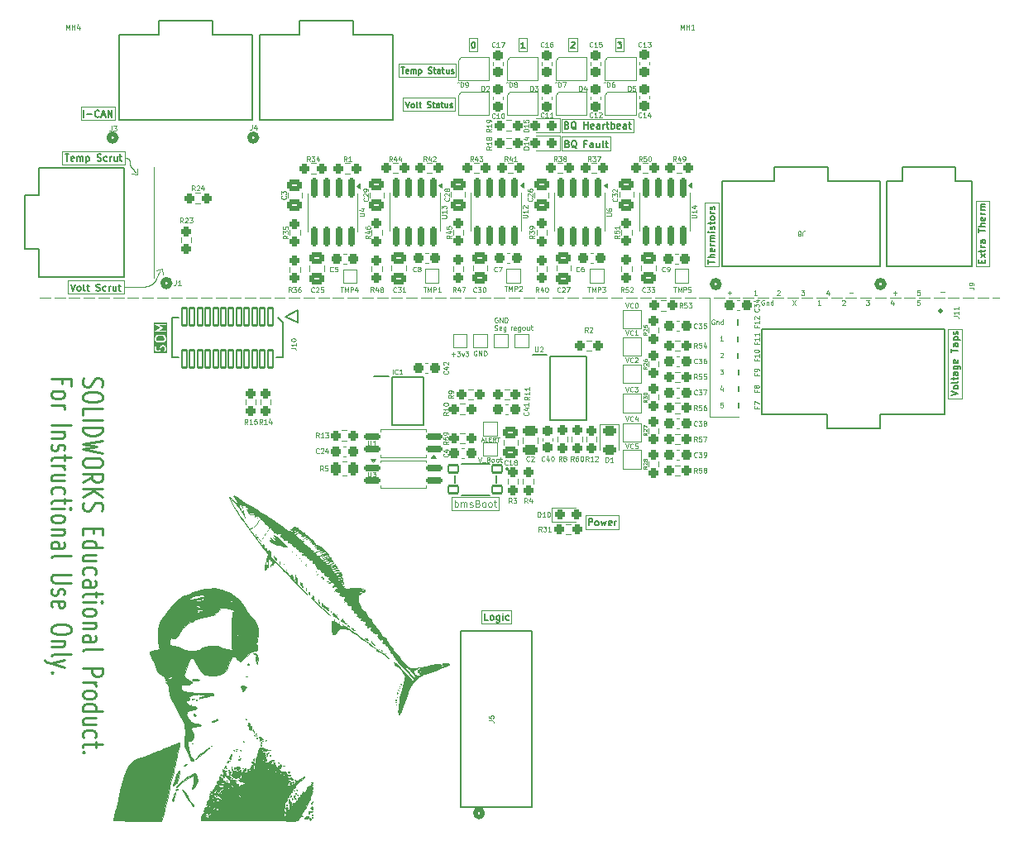
<source format=gbr>
%TF.GenerationSoftware,KiCad,Pcbnew,9.0.0*%
%TF.CreationDate,2025-10-11T11:02:56-05:00*%
%TF.ProjectId,BPS-Voltage_Temp_Board,4250532d-566f-46c7-9461-67655f54656d,rev?*%
%TF.SameCoordinates,Original*%
%TF.FileFunction,Legend,Top*%
%TF.FilePolarity,Positive*%
%FSLAX46Y46*%
G04 Gerber Fmt 4.6, Leading zero omitted, Abs format (unit mm)*
G04 Created by KiCad (PCBNEW 9.0.0) date 2025-10-11 11:02:56*
%MOMM*%
%LPD*%
G01*
G04 APERTURE LIST*
G04 Aperture macros list*
%AMRoundRect*
0 Rectangle with rounded corners*
0 $1 Rounding radius*
0 $2 $3 $4 $5 $6 $7 $8 $9 X,Y pos of 4 corners*
0 Add a 4 corners polygon primitive as box body*
4,1,4,$2,$3,$4,$5,$6,$7,$8,$9,$2,$3,0*
0 Add four circle primitives for the rounded corners*
1,1,$1+$1,$2,$3*
1,1,$1+$1,$4,$5*
1,1,$1+$1,$6,$7*
1,1,$1+$1,$8,$9*
0 Add four rect primitives between the rounded corners*
20,1,$1+$1,$2,$3,$4,$5,0*
20,1,$1+$1,$4,$5,$6,$7,0*
20,1,$1+$1,$6,$7,$8,$9,0*
20,1,$1+$1,$8,$9,$2,$3,0*%
G04 Aperture macros list end*
%ADD10C,0.100000*%
%ADD11C,0.175000*%
%ADD12C,0.150000*%
%ADD13C,0.250000*%
%ADD14C,0.080000*%
%ADD15C,0.120000*%
%ADD16C,0.200000*%
%ADD17C,0.152400*%
%ADD18C,0.508000*%
%ADD19C,0.127000*%
%ADD20C,0.010000*%
%ADD21C,0.000000*%
%ADD22RoundRect,0.237500X0.300000X0.237500X-0.300000X0.237500X-0.300000X-0.237500X0.300000X-0.237500X0*%
%ADD23RoundRect,0.237500X-0.237500X0.250000X-0.237500X-0.250000X0.237500X-0.250000X0.237500X0.250000X0*%
%ADD24RoundRect,0.237500X0.237500X-0.300000X0.237500X0.300000X-0.237500X0.300000X-0.237500X-0.300000X0*%
%ADD25R,0.700000X0.700000*%
%ADD26R,0.940000X1.010000*%
%ADD27RoundRect,0.237500X0.250000X0.237500X-0.250000X0.237500X-0.250000X-0.237500X0.250000X-0.237500X0*%
%ADD28C,1.524000*%
%ADD29RoundRect,0.237500X0.237500X-0.250000X0.237500X0.250000X-0.237500X0.250000X-0.237500X-0.250000X0*%
%ADD30R,1.500000X1.500000*%
%ADD31C,3.600000*%
%ADD32C,6.400000*%
%ADD33R,1.000000X1.000000*%
%ADD34RoundRect,0.250000X-0.475000X0.337500X-0.475000X-0.337500X0.475000X-0.337500X0.475000X0.337500X0*%
%ADD35R,1.528000X0.650000*%
%ADD36RoundRect,0.237500X-0.250000X-0.237500X0.250000X-0.237500X0.250000X0.237500X-0.250000X0.237500X0*%
%ADD37C,1.752600*%
%ADD38RoundRect,0.102000X-0.275000X-0.900000X0.275000X-0.900000X0.275000X0.900000X-0.275000X0.900000X0*%
%ADD39RoundRect,0.102000X0.500000X0.375000X-0.500000X0.375000X-0.500000X-0.375000X0.500000X-0.375000X0*%
%ADD40RoundRect,0.150000X-0.150000X0.825000X-0.150000X-0.825000X0.150000X-0.825000X0.150000X0.825000X0*%
%ADD41RoundRect,0.237500X-0.237500X0.300000X-0.237500X-0.300000X0.237500X-0.300000X0.237500X0.300000X0*%
%ADD42RoundRect,0.250000X0.475000X-0.250000X0.475000X0.250000X-0.475000X0.250000X-0.475000X-0.250000X0*%
%ADD43RoundRect,0.237500X0.287500X0.237500X-0.287500X0.237500X-0.287500X-0.237500X0.287500X-0.237500X0*%
%ADD44RoundRect,0.250000X-0.262500X-0.450000X0.262500X-0.450000X0.262500X0.450000X-0.262500X0.450000X0*%
%ADD45RoundRect,0.243750X-0.456250X0.243750X-0.456250X-0.243750X0.456250X-0.243750X0.456250X0.243750X0*%
%ADD46RoundRect,0.150000X0.662500X0.150000X-0.662500X0.150000X-0.662500X-0.150000X0.662500X-0.150000X0*%
%ADD47RoundRect,0.237500X-0.300000X-0.237500X0.300000X-0.237500X0.300000X0.237500X-0.300000X0.237500X0*%
%ADD48RoundRect,0.237500X-0.287500X-0.237500X0.287500X-0.237500X0.287500X0.237500X-0.287500X0.237500X0*%
%ADD49RoundRect,0.150000X-0.662500X-0.150000X0.662500X-0.150000X0.662500X0.150000X-0.662500X0.150000X0*%
%ADD50R,1.475000X0.450000*%
G04 APERTURE END LIST*
D10*
X54900000Y-23700000D02*
X60200000Y-23700000D01*
X60200000Y-25100000D01*
X54900000Y-25100000D01*
X54900000Y-23700000D01*
X21900000Y-24600000D02*
X25400000Y-24600000D01*
X25400000Y-26000000D01*
X21900000Y-26000000D01*
X21900000Y-24600000D01*
X86300000Y-44200000D02*
X86300000Y-56400000D01*
X26400000Y-29900000D02*
X26406171Y-29900010D01*
X26412290Y-29900040D01*
X26418322Y-29900089D01*
X26424304Y-29900159D01*
X26430201Y-29900247D01*
X26436049Y-29900354D01*
X26441814Y-29900480D01*
X26447530Y-29900625D01*
X26453166Y-29900787D01*
X26458754Y-29900969D01*
X26464263Y-29901168D01*
X26469725Y-29901385D01*
X26475111Y-29901619D01*
X26480450Y-29901871D01*
X26485715Y-29902140D01*
X26490935Y-29902426D01*
X26496081Y-29902729D01*
X26501183Y-29903049D01*
X26506214Y-29903384D01*
X26511202Y-29903737D01*
X26516120Y-29904104D01*
X26520995Y-29904489D01*
X26525802Y-29904888D01*
X26530568Y-29905304D01*
X26535268Y-29905734D01*
X26539926Y-29906181D01*
X26544520Y-29906641D01*
X26549074Y-29907117D01*
X26553565Y-29907607D01*
X26558016Y-29908113D01*
X26562406Y-29908632D01*
X26566758Y-29909167D01*
X26571049Y-29909714D01*
X26575302Y-29910276D01*
X26579497Y-29910851D01*
X26583655Y-29911442D01*
X26587756Y-29912044D01*
X26591820Y-29912661D01*
X26595829Y-29913290D01*
X26599802Y-29913933D01*
X26603721Y-29914588D01*
X26607605Y-29915258D01*
X26611435Y-29915938D01*
X26615232Y-29916633D01*
X26618977Y-29917339D01*
X26622688Y-29918058D01*
X26626349Y-29918788D01*
X26629977Y-29919533D01*
X26633556Y-29920287D01*
X26637103Y-29921055D01*
X26640602Y-29921833D01*
X26644069Y-29922625D01*
X26647490Y-29923426D01*
X26650880Y-29924241D01*
X26654224Y-29925065D01*
X26657538Y-29925903D01*
X26660807Y-29926749D01*
X26664047Y-29927609D01*
X26667243Y-29928478D01*
X26670411Y-29929360D01*
X26673536Y-29930251D01*
X26676632Y-29931154D01*
X26679688Y-29932066D01*
X26682716Y-29932991D01*
X26685704Y-29933925D01*
X26688664Y-29934871D01*
X26691585Y-29935825D01*
X26694479Y-29936791D01*
X26697336Y-29937767D01*
X26700166Y-29938754D01*
X26702959Y-29939749D01*
X26705726Y-29940756D01*
X26708458Y-29941772D01*
X26711164Y-29942799D01*
X26713835Y-29943835D01*
X26716481Y-29944882D01*
X26719094Y-29945938D01*
X26721681Y-29947005D01*
X26724236Y-29948080D01*
X26726766Y-29949166D01*
X26729265Y-29950261D01*
X26731740Y-29951367D01*
X26734184Y-29952481D01*
X26736604Y-29953606D01*
X26738995Y-29954739D01*
X26741362Y-29955884D01*
X26743701Y-29957037D01*
X26746016Y-29958200D01*
X26748304Y-29959372D01*
X26750568Y-29960555D01*
X26752806Y-29961746D01*
X26755022Y-29962948D01*
X26757211Y-29964158D01*
X26759378Y-29965379D01*
X26761520Y-29966609D01*
X26763640Y-29967849D01*
X26765736Y-29969098D01*
X26767810Y-29970357D01*
X26769860Y-29971626D01*
X26771889Y-29972904D01*
X26773896Y-29974192D01*
X26775881Y-29975490D01*
X26777845Y-29976798D01*
X26779787Y-29978116D01*
X26781709Y-29979443D01*
X26783610Y-29980781D01*
X26785490Y-29982128D01*
X26787350Y-29983486D01*
X26789190Y-29984854D01*
X26791011Y-29986231D01*
X26792812Y-29987620D01*
X26794593Y-29989018D01*
X26796356Y-29990427D01*
X26798099Y-29991846D01*
X26799825Y-29993276D01*
X26801531Y-29994716D01*
X26803220Y-29996168D01*
X26804890Y-29997630D01*
X26808178Y-30000587D01*
X26811396Y-30003588D01*
X26814546Y-30006635D01*
X26817629Y-30009729D01*
X26820648Y-30012870D01*
X26823602Y-30016059D01*
X26826495Y-30019299D01*
X26829326Y-30022589D01*
X26832097Y-30025932D01*
X26834809Y-30029330D01*
X26837464Y-30032782D01*
X26840062Y-30036292D01*
X26842605Y-30039861D01*
X26845093Y-30043490D01*
X26847527Y-30047183D01*
X26849909Y-30050940D01*
X26852239Y-30054764D01*
X26854518Y-30058658D01*
X26856747Y-30062624D01*
X26858926Y-30066665D01*
X26861057Y-30070783D01*
X26863139Y-30074981D01*
X26865174Y-30079263D01*
X26867162Y-30083632D01*
X26869104Y-30088092D01*
X26871001Y-30092646D01*
X26872852Y-30097300D01*
X26874658Y-30102056D01*
X26876420Y-30106921D01*
X26878139Y-30111900D01*
X26879815Y-30116997D01*
X26881448Y-30122220D01*
X26883039Y-30127575D01*
X26884589Y-30133070D01*
X26886097Y-30138713D01*
X26887566Y-30144513D01*
X26888995Y-30150480D01*
X26890384Y-30156625D01*
X26891736Y-30162963D01*
X26893051Y-30169506D01*
X26894329Y-30176273D01*
X26895573Y-30183283D01*
X26896783Y-30190558D01*
X26897962Y-30198126D01*
X26899112Y-30206021D01*
X26900236Y-30214281D01*
X26901337Y-30222959D01*
X26902419Y-30232120D01*
X26903491Y-30241849D01*
X26904559Y-30252267D01*
X26905639Y-30263549D01*
X26906750Y-30275969D01*
X26907930Y-30290010D01*
X26909259Y-30306694D01*
X26910996Y-30329319D01*
X26912211Y-30345215D01*
X26913467Y-30361296D01*
X26914790Y-30377555D01*
X26915484Y-30385749D01*
X26916206Y-30393986D01*
X26916957Y-30402265D01*
X26917741Y-30410585D01*
X26918561Y-30418945D01*
X26919421Y-30427344D01*
X26920324Y-30435782D01*
X26921274Y-30444258D01*
X26922272Y-30452771D01*
X26923324Y-30461321D01*
X26924431Y-30469906D01*
X26925598Y-30478526D01*
X26926828Y-30487181D01*
X26928123Y-30495869D01*
X26929487Y-30504590D01*
X26930924Y-30513343D01*
X26932436Y-30522127D01*
X26934027Y-30530941D01*
X26935701Y-30539786D01*
X26936570Y-30544219D01*
X26937460Y-30548659D01*
X26938373Y-30553106D01*
X26939308Y-30557561D01*
X26940266Y-30562022D01*
X26941248Y-30566490D01*
X26942253Y-30570964D01*
X26943283Y-30575446D01*
X26944337Y-30579933D01*
X26945416Y-30584428D01*
X26946521Y-30588928D01*
X26947652Y-30593435D01*
X26948809Y-30597948D01*
X26949993Y-30602467D01*
X26951203Y-30606992D01*
X26952442Y-30611523D01*
X26953708Y-30616059D01*
X26955003Y-30620601D01*
X26956326Y-30625149D01*
X26957678Y-30629702D01*
X26959060Y-30634261D01*
X26960472Y-30638825D01*
X26961915Y-30643394D01*
X26963388Y-30647969D01*
X26964892Y-30652548D01*
X26966428Y-30657132D01*
X26967996Y-30661721D01*
X26969596Y-30666315D01*
X26971230Y-30670914D01*
X26972896Y-30675517D01*
X26974596Y-30680124D01*
X26976330Y-30684736D01*
X26978099Y-30689352D01*
X26979902Y-30693972D01*
X26981741Y-30698597D01*
X26983616Y-30703225D01*
X26985526Y-30707858D01*
X26987473Y-30712494D01*
X26989457Y-30717134D01*
X26991479Y-30721777D01*
X26993538Y-30726424D01*
X26995635Y-30731075D01*
X26997771Y-30735729D01*
X26999946Y-30740386D01*
X27002160Y-30745046D01*
X27004414Y-30749709D01*
X27006708Y-30754376D01*
X27009043Y-30759045D01*
X27011419Y-30763717D01*
X27013836Y-30768391D01*
X27016295Y-30773069D01*
X27018796Y-30777749D01*
X27021340Y-30782431D01*
X27023927Y-30787115D01*
X27026558Y-30791802D01*
X27029232Y-30796491D01*
X27031951Y-30801182D01*
X27034714Y-30805875D01*
X27037523Y-30810570D01*
X27040377Y-30815266D01*
X27043277Y-30819964D01*
X27046223Y-30824664D01*
X27049216Y-30829365D01*
X27052256Y-30834068D01*
X27055344Y-30838772D01*
X27058480Y-30843477D01*
X27061664Y-30848184D01*
X27064897Y-30852891D01*
X27068179Y-30857599D01*
X27071511Y-30862308D01*
X27074893Y-30867018D01*
X27078325Y-30871729D01*
X27081808Y-30876440D01*
X27085342Y-30881151D01*
X27088928Y-30885863D01*
X27092566Y-30890575D01*
X27096257Y-30895288D01*
X27100000Y-30900000D01*
X29400000Y-42200000D02*
X29400000Y-30800000D01*
X54400000Y-20200000D02*
X60300000Y-20200000D01*
X60300000Y-21600000D01*
X54400000Y-21600000D01*
X54400000Y-20200000D01*
X59848159Y-64600000D02*
X64700000Y-64600000D01*
X64700000Y-66000000D01*
X59848159Y-66000000D01*
X59848159Y-64600000D01*
X71150000Y-25890000D02*
X78450000Y-25890000D01*
X78450000Y-27290000D01*
X71150000Y-27290000D01*
X71150000Y-25890000D01*
X114900000Y-41000001D02*
X113500000Y-41000000D01*
X113500000Y-34300000D01*
X114899998Y-34300000D01*
X114900000Y-41000001D01*
X73600000Y-66500000D02*
X77000000Y-66500000D01*
X77000000Y-67900000D01*
X73600000Y-67900000D01*
X73600000Y-66500000D01*
X71800000Y-17600000D02*
X72700000Y-17600000D01*
X72700000Y-19000000D01*
X71800000Y-19000000D01*
X71800000Y-17600000D01*
X20000000Y-29200000D02*
X26400000Y-29200000D01*
X26400000Y-30600000D01*
X20000000Y-30600000D01*
X20000000Y-29200000D01*
X17700000Y-44200000D02*
X18800000Y-44200000D01*
X19200000Y-44200000D02*
X20300000Y-44200000D01*
X20700000Y-44200000D02*
X21800000Y-44200000D01*
X22200000Y-44200000D02*
X23300000Y-44200000D01*
X23700000Y-44200000D02*
X24800000Y-44200000D01*
X25200000Y-44200000D02*
X26300000Y-44200000D01*
X26700000Y-44200000D02*
X27800000Y-44200000D01*
X28200000Y-44200000D02*
X29300000Y-44200000D01*
X29700000Y-44200000D02*
X30800000Y-44200000D01*
X31200000Y-44200000D02*
X32300000Y-44200000D01*
X32700000Y-44200000D02*
X33800000Y-44200000D01*
X34200000Y-44200000D02*
X35300000Y-44200000D01*
X35700000Y-44200000D02*
X36800000Y-44200000D01*
X37200000Y-44200000D02*
X38300000Y-44200000D01*
X38700000Y-44200000D02*
X39800000Y-44200000D01*
X40200000Y-44200000D02*
X41300000Y-44200000D01*
X41700000Y-44200000D02*
X42800000Y-44200000D01*
X43200000Y-44200000D02*
X44300000Y-44200000D01*
X44700000Y-44200000D02*
X45800000Y-44200000D01*
X46200000Y-44200000D02*
X47300000Y-44200000D01*
X47700000Y-44200000D02*
X48800000Y-44200000D01*
X49200000Y-44200000D02*
X50300000Y-44200000D01*
X50700000Y-44200000D02*
X51800000Y-44200000D01*
X52200000Y-44200000D02*
X53300000Y-44200000D01*
X53700000Y-44200000D02*
X54800000Y-44200000D01*
X55200000Y-44200000D02*
X56300000Y-44200000D01*
X56700000Y-44200000D02*
X57800000Y-44200000D01*
X58200000Y-44200000D02*
X59300000Y-44200000D01*
X59700000Y-44200000D02*
X60800000Y-44200000D01*
X61200000Y-44200000D02*
X62300000Y-44200000D01*
X62700000Y-44200000D02*
X63800000Y-44200000D01*
X64200000Y-44200000D02*
X65300000Y-44200000D01*
X65700000Y-44200000D02*
X66800000Y-44200000D01*
X67200000Y-44200000D02*
X68300000Y-44200000D01*
X68700000Y-44200000D02*
X69800000Y-44200000D01*
X70200000Y-44200000D02*
X71300000Y-44200000D01*
X71700000Y-44200000D02*
X72800000Y-44200000D01*
X73200000Y-44200000D02*
X74300000Y-44200000D01*
X74700000Y-44200000D02*
X75800000Y-44200000D01*
X76200000Y-44200000D02*
X77300000Y-44200000D01*
X77700000Y-44200000D02*
X78800000Y-44200000D01*
X79200000Y-44200000D02*
X80300000Y-44200000D01*
X80700000Y-44200000D02*
X81800000Y-44200000D01*
X82200000Y-44200000D02*
X83300000Y-44200000D01*
X83700000Y-44200000D02*
X84800000Y-44200000D01*
X85200000Y-44200000D02*
X86300000Y-44200000D01*
X86700000Y-44200000D02*
X87800000Y-44200000D01*
X88200000Y-44200000D02*
X89300000Y-44200000D01*
X89700000Y-44200000D02*
X90800000Y-44200000D01*
X91200000Y-44200000D02*
X92300000Y-44200000D01*
X92700000Y-44200000D02*
X93800000Y-44200000D01*
X94200000Y-44200000D02*
X95300000Y-44200000D01*
X95700000Y-44200000D02*
X96800000Y-44200000D01*
X97200000Y-44200000D02*
X98300000Y-44200000D01*
X98700000Y-44200000D02*
X99800000Y-44200000D01*
X100200000Y-44200000D02*
X101300000Y-44200000D01*
X101700000Y-44200000D02*
X102800000Y-44200000D01*
X103200000Y-44200000D02*
X104300000Y-44200000D01*
X104700000Y-44200000D02*
X105800000Y-44200000D01*
X106200000Y-44200000D02*
X107300000Y-44200000D01*
X107700000Y-44200000D02*
X108800000Y-44200000D01*
X109200000Y-44200000D02*
X110300000Y-44200000D01*
X110700000Y-44200000D02*
X111800000Y-44200000D01*
X112200000Y-44200000D02*
X113300000Y-44200000D01*
X113700000Y-44200000D02*
X114800000Y-44200000D01*
X115200000Y-44200000D02*
X115900000Y-44200000D01*
X86300000Y-56400000D02*
X89200000Y-56400000D01*
X66700000Y-17600000D02*
X67600000Y-17600000D01*
X67600000Y-19000000D01*
X66700000Y-19000000D01*
X66700000Y-17600000D01*
X87200001Y-41000000D02*
X85800001Y-40999999D01*
X85800001Y-34499999D01*
X87199999Y-34499999D01*
X87200001Y-41000000D01*
X62888000Y-76200000D02*
X65988000Y-76200000D01*
X65988000Y-77600000D01*
X62888000Y-77600000D01*
X62888000Y-76200000D01*
X20600000Y-42400000D02*
X26300000Y-42400000D01*
X26300000Y-43800000D01*
X20600000Y-43800000D01*
X20600000Y-42400000D01*
X27100000Y-30900000D02*
X27140238Y-30940242D01*
X27175474Y-30975510D01*
X27206063Y-31006186D01*
X27219727Y-31019922D01*
X27232362Y-31032653D01*
X27244013Y-31044428D01*
X27254724Y-31055293D01*
X27264540Y-31065298D01*
X27273506Y-31074490D01*
X27281665Y-31082916D01*
X27289063Y-31090625D01*
X27295742Y-31097664D01*
X27301749Y-31104082D01*
X27307127Y-31109925D01*
X27309595Y-31112646D01*
X27311921Y-31115242D01*
X27314113Y-31117719D01*
X27316176Y-31120081D01*
X27318114Y-31122336D01*
X27319934Y-31124490D01*
X27321642Y-31126548D01*
X27323242Y-31128516D01*
X27324741Y-31130400D01*
X27326143Y-31132207D01*
X27327455Y-31133942D01*
X27328682Y-31135611D01*
X27329830Y-31137220D01*
X27330904Y-31138776D01*
X27331909Y-31140283D01*
X27332852Y-31141749D01*
X27333737Y-31143179D01*
X27334571Y-31144579D01*
X27335358Y-31145955D01*
X27336105Y-31147313D01*
X27336817Y-31148660D01*
X27337500Y-31150000D01*
X27338799Y-31152687D01*
X27340046Y-31155421D01*
X27341287Y-31158251D01*
X27342566Y-31161224D01*
X27344651Y-31166058D01*
X27345809Y-31168687D01*
X27347070Y-31171484D01*
X27348452Y-31174470D01*
X27349974Y-31177664D01*
X27351655Y-31181086D01*
X27353512Y-31184758D01*
X27355566Y-31188698D01*
X27357834Y-31192928D01*
X27360336Y-31197467D01*
X27363090Y-31202336D01*
X27366116Y-31207554D01*
X27369431Y-31213143D01*
X27373054Y-31219121D01*
X27377004Y-31225510D01*
X27381301Y-31232330D01*
X27385962Y-31239600D01*
X27391006Y-31247340D01*
X27396453Y-31255572D01*
X27402321Y-31264315D01*
X27408628Y-31273590D01*
X27415393Y-31283416D01*
X27422636Y-31293814D01*
X27430374Y-31304803D01*
X27438627Y-31316405D01*
X27447413Y-31328639D01*
X27456752Y-31341526D01*
X27466661Y-31355085D01*
X27477159Y-31369337D01*
X27488266Y-31384302D01*
X27500000Y-31400000D01*
X26300000Y-43100000D02*
X26324105Y-43101329D01*
X26348084Y-43102631D01*
X26371829Y-43103901D01*
X26395449Y-43105143D01*
X26418839Y-43106354D01*
X26442106Y-43107538D01*
X26465146Y-43108691D01*
X26488066Y-43109817D01*
X26510763Y-43110912D01*
X26533342Y-43111982D01*
X26555701Y-43113022D01*
X26577944Y-43114035D01*
X26599971Y-43115019D01*
X26621883Y-43115978D01*
X26643583Y-43116908D01*
X26665170Y-43117812D01*
X26686548Y-43118688D01*
X26707815Y-43119539D01*
X26728878Y-43120362D01*
X26749830Y-43121161D01*
X26770581Y-43121932D01*
X26791223Y-43122679D01*
X26811668Y-43123399D01*
X26832006Y-43124095D01*
X26852149Y-43124764D01*
X26872187Y-43125410D01*
X26892034Y-43126029D01*
X26911777Y-43126626D01*
X26931331Y-43127196D01*
X26950784Y-43127744D01*
X26970052Y-43128266D01*
X26989219Y-43128766D01*
X27008204Y-43129241D01*
X27027090Y-43129693D01*
X27045797Y-43130121D01*
X27064406Y-43130527D01*
X27082839Y-43130909D01*
X27101176Y-43131269D01*
X27119340Y-43131605D01*
X27137409Y-43131920D01*
X27155308Y-43132212D01*
X27173113Y-43132482D01*
X27190750Y-43132730D01*
X27208296Y-43132956D01*
X27225677Y-43133161D01*
X27242967Y-43133344D01*
X27260095Y-43133505D01*
X27277133Y-43133646D01*
X27294013Y-43133765D01*
X27310803Y-43133864D01*
X27327438Y-43133941D01*
X27343985Y-43133999D01*
X27360378Y-43134036D01*
X27376685Y-43134052D01*
X27392841Y-43134048D01*
X27408912Y-43134025D01*
X27424834Y-43133981D01*
X27440673Y-43133918D01*
X27456365Y-43133836D01*
X27471975Y-43133733D01*
X27487440Y-43133612D01*
X27502825Y-43133472D01*
X27518068Y-43133312D01*
X27533230Y-43133134D01*
X27548253Y-43132937D01*
X27563198Y-43132721D01*
X27578005Y-43132487D01*
X27592734Y-43132235D01*
X27607328Y-43131964D01*
X27621846Y-43131675D01*
X27636231Y-43131369D01*
X27650540Y-43131044D01*
X27664719Y-43130703D01*
X27678823Y-43130343D01*
X27692799Y-43129966D01*
X27706701Y-43129571D01*
X27720476Y-43129160D01*
X27734179Y-43128731D01*
X27747758Y-43128286D01*
X27761266Y-43127823D01*
X27774651Y-43127345D01*
X27787965Y-43126848D01*
X27801159Y-43126337D01*
X27814284Y-43125808D01*
X27827290Y-43125264D01*
X27840228Y-43124702D01*
X27853049Y-43124126D01*
X27865803Y-43123532D01*
X27878442Y-43122924D01*
X27891014Y-43122300D01*
X27903474Y-43121660D01*
X27915867Y-43121004D01*
X27928150Y-43120334D01*
X27940368Y-43119648D01*
X27952477Y-43118947D01*
X27964522Y-43118230D01*
X27976460Y-43117500D01*
X27988335Y-43116753D01*
X28000104Y-43115993D01*
X28011810Y-43115217D01*
X28023413Y-43114428D01*
X28034955Y-43113623D01*
X28046394Y-43112805D01*
X28057773Y-43111971D01*
X28069051Y-43111125D01*
X28080270Y-43110262D01*
X28091390Y-43109388D01*
X28102450Y-43108498D01*
X28113414Y-43107596D01*
X28124319Y-43106678D01*
X28135129Y-43105749D01*
X28145881Y-43104804D01*
X28156539Y-43103848D01*
X28167141Y-43102877D01*
X28177650Y-43101893D01*
X28188103Y-43100896D01*
X28198466Y-43099886D01*
X28208773Y-43098862D01*
X28218990Y-43097827D01*
X28229154Y-43096777D01*
X28239229Y-43095716D01*
X28249250Y-43094641D01*
X28259185Y-43093555D01*
X28269067Y-43092455D01*
X28278864Y-43091343D01*
X28288609Y-43090218D01*
X28298269Y-43089082D01*
X28307879Y-43087933D01*
X28317406Y-43086773D01*
X28326882Y-43085598D01*
X28336277Y-43084414D01*
X28345622Y-43083216D01*
X28354887Y-43082008D01*
X28364102Y-43080787D01*
X28373239Y-43079555D01*
X28382328Y-43078310D01*
X28391339Y-43077056D01*
X28400302Y-43075787D01*
X28409190Y-43074510D01*
X28418029Y-43073219D01*
X28426795Y-43071919D01*
X28435513Y-43070605D01*
X28444158Y-43069282D01*
X28452756Y-43067946D01*
X28461283Y-43066602D01*
X28469764Y-43065244D01*
X28478174Y-43063877D01*
X28486539Y-43062497D01*
X28494834Y-43061108D01*
X28503084Y-43059707D01*
X28511267Y-43058297D01*
X28519405Y-43056874D01*
X28527476Y-43055443D01*
X28535503Y-43053999D01*
X28543464Y-43052547D01*
X28551383Y-43051082D01*
X28559236Y-43049609D01*
X28567047Y-43048124D01*
X28574795Y-43046630D01*
X28582500Y-43045124D01*
X28590143Y-43043610D01*
X28597744Y-43042084D01*
X28605283Y-43040549D01*
X28612782Y-43039003D01*
X28620221Y-43037449D01*
X28627619Y-43035882D01*
X28634957Y-43034308D01*
X28642256Y-43032722D01*
X28649496Y-43031128D01*
X28656697Y-43029523D01*
X28663840Y-43027909D01*
X28670945Y-43026284D01*
X28677993Y-43024652D01*
X28685003Y-43023007D01*
X28691958Y-43021356D01*
X28698874Y-43019692D01*
X28705736Y-43018021D01*
X28712561Y-43016339D01*
X28719333Y-43014649D01*
X28726067Y-43012948D01*
X28732749Y-43011240D01*
X28739394Y-43009520D01*
X28745988Y-43007793D01*
X28752546Y-43006055D01*
X28759053Y-43004309D01*
X28765525Y-43002552D01*
X28771947Y-43000789D01*
X28778334Y-42999013D01*
X28784672Y-42997231D01*
X28790975Y-42995438D01*
X28797231Y-42993638D01*
X28803452Y-42991826D01*
X28809626Y-42990008D01*
X28815766Y-42988179D01*
X28821860Y-42986342D01*
X28827921Y-42984495D01*
X28833936Y-42982641D01*
X28839919Y-42980776D01*
X28845856Y-42978904D01*
X28851762Y-42977021D01*
X28857623Y-42975132D01*
X28863453Y-42973231D01*
X28869239Y-42971324D01*
X28874994Y-42969406D01*
X28880707Y-42967481D01*
X28886388Y-42965545D01*
X28892028Y-42963602D01*
X28897637Y-42961649D01*
X28903206Y-42959689D01*
X28908744Y-42957719D01*
X28914242Y-42955741D01*
X28919710Y-42953753D01*
X28925139Y-42951758D01*
X28930539Y-42949752D01*
X28935900Y-42947740D01*
X28941231Y-42945717D01*
X28946526Y-42943687D01*
X28951791Y-42941647D01*
X28957019Y-42939599D01*
X28962218Y-42937542D01*
X28967382Y-42935477D01*
X28972517Y-42933402D01*
X28977617Y-42931319D01*
X28982689Y-42929227D01*
X28987726Y-42927127D01*
X28992736Y-42925017D01*
X28997711Y-42922900D01*
X29002660Y-42920773D01*
X29007575Y-42918638D01*
X29012463Y-42916493D01*
X29017319Y-42914341D01*
X29022147Y-42912178D01*
X29026944Y-42910008D01*
X29031715Y-42907828D01*
X29036455Y-42905640D01*
X29041168Y-42903443D01*
X29045851Y-42901237D01*
X29050508Y-42899022D01*
X29055135Y-42896798D01*
X29059737Y-42894565D01*
X29064310Y-42892323D01*
X29068857Y-42890072D01*
X29073376Y-42887813D01*
X29077870Y-42885544D01*
X29082336Y-42883266D01*
X29086778Y-42880978D01*
X29091192Y-42878682D01*
X29095582Y-42876377D01*
X29099946Y-42874062D01*
X29104285Y-42871738D01*
X29108598Y-42869405D01*
X29112888Y-42867063D01*
X29117152Y-42864711D01*
X29121392Y-42862350D01*
X29125609Y-42859979D01*
X29129801Y-42857599D01*
X29133970Y-42855209D01*
X29138115Y-42852810D01*
X29142237Y-42850401D01*
X29146336Y-42847982D01*
X29150412Y-42845554D01*
X29154465Y-42843116D01*
X29158497Y-42840667D01*
X29162506Y-42838210D01*
X29166493Y-42835742D01*
X29170458Y-42833264D01*
X29174403Y-42830776D01*
X29178324Y-42828278D01*
X29182226Y-42825770D01*
X29186106Y-42823252D01*
X29189966Y-42820722D01*
X29193805Y-42818184D01*
X29197624Y-42815634D01*
X29201422Y-42813074D01*
X29205201Y-42810503D01*
X29208959Y-42807922D01*
X29212699Y-42805329D01*
X29216418Y-42802726D01*
X29220120Y-42800112D01*
X29223801Y-42797487D01*
X29231108Y-42792204D01*
X29238341Y-42786875D01*
X29245502Y-42781501D01*
X29252593Y-42776080D01*
X29259614Y-42770611D01*
X29266568Y-42765094D01*
X29273455Y-42759528D01*
X29280278Y-42753912D01*
X29287037Y-42748245D01*
X29293734Y-42742525D01*
X29300371Y-42736753D01*
X29306949Y-42730926D01*
X29313469Y-42725043D01*
X29319933Y-42719104D01*
X29326342Y-42713107D01*
X29332698Y-42707050D01*
X29339002Y-42700933D01*
X29345255Y-42694754D01*
X29351460Y-42688511D01*
X29357617Y-42682203D01*
X29363728Y-42675827D01*
X29369794Y-42669384D01*
X29375817Y-42662870D01*
X29381798Y-42656283D01*
X29387739Y-42649622D01*
X29393642Y-42642885D01*
X29399507Y-42636068D01*
X29405338Y-42629171D01*
X29411134Y-42622191D01*
X29416898Y-42615124D01*
X29422631Y-42607969D01*
X29428336Y-42600722D01*
X29434014Y-42593381D01*
X29439667Y-42585942D01*
X29445296Y-42578402D01*
X29450904Y-42570757D01*
X29456493Y-42563003D01*
X29462065Y-42555137D01*
X29467622Y-42547155D01*
X29473167Y-42539050D01*
X29478701Y-42530820D01*
X29484228Y-42522457D01*
X29489751Y-42513958D01*
X29495271Y-42505315D01*
X29500793Y-42496522D01*
X29506320Y-42487572D01*
X29511855Y-42478457D01*
X29517402Y-42469169D01*
X29522965Y-42459699D01*
X29528549Y-42450037D01*
X29534159Y-42440170D01*
X29539800Y-42430089D01*
X29545478Y-42419777D01*
X29551201Y-42409221D01*
X29556975Y-42398403D01*
X29562809Y-42387304D01*
X29568713Y-42375902D01*
X29574698Y-42364172D01*
X29580777Y-42352083D01*
X29586964Y-42339603D01*
X29593278Y-42326689D01*
X29599739Y-42313293D01*
X29606375Y-42299355D01*
X29613216Y-42284801D01*
X29620305Y-42269537D01*
X29627696Y-42253436D01*
X29635462Y-42236332D01*
X29643707Y-42217984D01*
X29652591Y-42198026D01*
X29662378Y-42175853D01*
X29673577Y-42150296D01*
X29687467Y-42118423D01*
X29695650Y-42099605D01*
X29710578Y-42065291D01*
X29718135Y-42047966D01*
X29725764Y-42030529D01*
X29733473Y-42012982D01*
X29741270Y-41995326D01*
X29749163Y-41977560D01*
X29757159Y-41959686D01*
X29765265Y-41941704D01*
X29773490Y-41923615D01*
X29781841Y-41905420D01*
X29786067Y-41896282D01*
X29790327Y-41887119D01*
X29794622Y-41877929D01*
X29798953Y-41868713D01*
X29803322Y-41859471D01*
X29807729Y-41850203D01*
X29812176Y-41840909D01*
X29816662Y-41831590D01*
X29821190Y-41822244D01*
X29825760Y-41812873D01*
X29830373Y-41803477D01*
X29835030Y-41794055D01*
X29839732Y-41784608D01*
X29844480Y-41775135D01*
X29849275Y-41765637D01*
X29854118Y-41756114D01*
X29859010Y-41746567D01*
X29863952Y-41736994D01*
X29868944Y-41727396D01*
X29873988Y-41717774D01*
X29879085Y-41708127D01*
X29884236Y-41698455D01*
X29889441Y-41688759D01*
X29894702Y-41679039D01*
X29900019Y-41669294D01*
X29905394Y-41659525D01*
X29910827Y-41649732D01*
X29916320Y-41639915D01*
X29921873Y-41630074D01*
X29927488Y-41620209D01*
X29933165Y-41610320D01*
X29938905Y-41600408D01*
X29944709Y-41590472D01*
X29950579Y-41580512D01*
X29956515Y-41570529D01*
X29962518Y-41560523D01*
X29968589Y-41550494D01*
X29974729Y-41540441D01*
X29980940Y-41530365D01*
X29987221Y-41520266D01*
X29993574Y-41510145D01*
X30000000Y-41500000D01*
X61600000Y-17600000D02*
X62500000Y-17600000D01*
X62500000Y-19000000D01*
X61600000Y-19000000D01*
X61600000Y-17600000D01*
X112100000Y-54500001D02*
X110700000Y-54500000D01*
X110700000Y-47400000D01*
X112099998Y-47400000D01*
X112100000Y-54500001D01*
X76600000Y-17600000D02*
X77500000Y-17600000D01*
X77500000Y-19000000D01*
X76600000Y-19000000D01*
X76600000Y-17600000D01*
X71150000Y-27700000D02*
X76150000Y-27700000D01*
X76150000Y-29100000D01*
X71150000Y-29100000D01*
X71150000Y-27700000D01*
X64546741Y-46252447D02*
X64499122Y-46228637D01*
X64499122Y-46228637D02*
X64427693Y-46228637D01*
X64427693Y-46228637D02*
X64356265Y-46252447D01*
X64356265Y-46252447D02*
X64308646Y-46300066D01*
X64308646Y-46300066D02*
X64284836Y-46347685D01*
X64284836Y-46347685D02*
X64261027Y-46442923D01*
X64261027Y-46442923D02*
X64261027Y-46514351D01*
X64261027Y-46514351D02*
X64284836Y-46609589D01*
X64284836Y-46609589D02*
X64308646Y-46657208D01*
X64308646Y-46657208D02*
X64356265Y-46704828D01*
X64356265Y-46704828D02*
X64427693Y-46728637D01*
X64427693Y-46728637D02*
X64475312Y-46728637D01*
X64475312Y-46728637D02*
X64546741Y-46704828D01*
X64546741Y-46704828D02*
X64570550Y-46681018D01*
X64570550Y-46681018D02*
X64570550Y-46514351D01*
X64570550Y-46514351D02*
X64475312Y-46514351D01*
X64784836Y-46728637D02*
X64784836Y-46228637D01*
X64784836Y-46228637D02*
X65070550Y-46728637D01*
X65070550Y-46728637D02*
X65070550Y-46228637D01*
X65308646Y-46728637D02*
X65308646Y-46228637D01*
X65308646Y-46228637D02*
X65427694Y-46228637D01*
X65427694Y-46228637D02*
X65499122Y-46252447D01*
X65499122Y-46252447D02*
X65546741Y-46300066D01*
X65546741Y-46300066D02*
X65570551Y-46347685D01*
X65570551Y-46347685D02*
X65594360Y-46442923D01*
X65594360Y-46442923D02*
X65594360Y-46514351D01*
X65594360Y-46514351D02*
X65570551Y-46609589D01*
X65570551Y-46609589D02*
X65546741Y-46657208D01*
X65546741Y-46657208D02*
X65499122Y-46704828D01*
X65499122Y-46704828D02*
X65427694Y-46728637D01*
X65427694Y-46728637D02*
X65308646Y-46728637D01*
X64261027Y-47509800D02*
X64332455Y-47533609D01*
X64332455Y-47533609D02*
X64451503Y-47533609D01*
X64451503Y-47533609D02*
X64499122Y-47509800D01*
X64499122Y-47509800D02*
X64522931Y-47485990D01*
X64522931Y-47485990D02*
X64546741Y-47438371D01*
X64546741Y-47438371D02*
X64546741Y-47390752D01*
X64546741Y-47390752D02*
X64522931Y-47343133D01*
X64522931Y-47343133D02*
X64499122Y-47319323D01*
X64499122Y-47319323D02*
X64451503Y-47295514D01*
X64451503Y-47295514D02*
X64356265Y-47271704D01*
X64356265Y-47271704D02*
X64308646Y-47247895D01*
X64308646Y-47247895D02*
X64284836Y-47224085D01*
X64284836Y-47224085D02*
X64261027Y-47176466D01*
X64261027Y-47176466D02*
X64261027Y-47128847D01*
X64261027Y-47128847D02*
X64284836Y-47081228D01*
X64284836Y-47081228D02*
X64308646Y-47057419D01*
X64308646Y-47057419D02*
X64356265Y-47033609D01*
X64356265Y-47033609D02*
X64475312Y-47033609D01*
X64475312Y-47033609D02*
X64546741Y-47057419D01*
X64951502Y-47509800D02*
X64903883Y-47533609D01*
X64903883Y-47533609D02*
X64808645Y-47533609D01*
X64808645Y-47533609D02*
X64761026Y-47509800D01*
X64761026Y-47509800D02*
X64737217Y-47462180D01*
X64737217Y-47462180D02*
X64737217Y-47271704D01*
X64737217Y-47271704D02*
X64761026Y-47224085D01*
X64761026Y-47224085D02*
X64808645Y-47200276D01*
X64808645Y-47200276D02*
X64903883Y-47200276D01*
X64903883Y-47200276D02*
X64951502Y-47224085D01*
X64951502Y-47224085D02*
X64975312Y-47271704D01*
X64975312Y-47271704D02*
X64975312Y-47319323D01*
X64975312Y-47319323D02*
X64737217Y-47366942D01*
X65403883Y-47200276D02*
X65403883Y-47605038D01*
X65403883Y-47605038D02*
X65380073Y-47652657D01*
X65380073Y-47652657D02*
X65356264Y-47676466D01*
X65356264Y-47676466D02*
X65308645Y-47700276D01*
X65308645Y-47700276D02*
X65237216Y-47700276D01*
X65237216Y-47700276D02*
X65189597Y-47676466D01*
X65403883Y-47509800D02*
X65356264Y-47533609D01*
X65356264Y-47533609D02*
X65261026Y-47533609D01*
X65261026Y-47533609D02*
X65213407Y-47509800D01*
X65213407Y-47509800D02*
X65189597Y-47485990D01*
X65189597Y-47485990D02*
X65165788Y-47438371D01*
X65165788Y-47438371D02*
X65165788Y-47295514D01*
X65165788Y-47295514D02*
X65189597Y-47247895D01*
X65189597Y-47247895D02*
X65213407Y-47224085D01*
X65213407Y-47224085D02*
X65261026Y-47200276D01*
X65261026Y-47200276D02*
X65356264Y-47200276D01*
X65356264Y-47200276D02*
X65403883Y-47224085D01*
X29652989Y-41418190D02*
X30203163Y-41256615D01*
X30203163Y-41256615D02*
X30299121Y-41821938D01*
X27687736Y-31029218D02*
X27671390Y-31602394D01*
X27671390Y-31602394D02*
X27104083Y-31518961D01*
D11*
X73881797Y-67505233D02*
X73881797Y-66805233D01*
X73881797Y-66805233D02*
X74148464Y-66805233D01*
X74148464Y-66805233D02*
X74215131Y-66838566D01*
X74215131Y-66838566D02*
X74248464Y-66871900D01*
X74248464Y-66871900D02*
X74281797Y-66938566D01*
X74281797Y-66938566D02*
X74281797Y-67038566D01*
X74281797Y-67038566D02*
X74248464Y-67105233D01*
X74248464Y-67105233D02*
X74215131Y-67138566D01*
X74215131Y-67138566D02*
X74148464Y-67171900D01*
X74148464Y-67171900D02*
X73881797Y-67171900D01*
X74681797Y-67505233D02*
X74615131Y-67471900D01*
X74615131Y-67471900D02*
X74581797Y-67438566D01*
X74581797Y-67438566D02*
X74548464Y-67371900D01*
X74548464Y-67371900D02*
X74548464Y-67171900D01*
X74548464Y-67171900D02*
X74581797Y-67105233D01*
X74581797Y-67105233D02*
X74615131Y-67071900D01*
X74615131Y-67071900D02*
X74681797Y-67038566D01*
X74681797Y-67038566D02*
X74781797Y-67038566D01*
X74781797Y-67038566D02*
X74848464Y-67071900D01*
X74848464Y-67071900D02*
X74881797Y-67105233D01*
X74881797Y-67105233D02*
X74915131Y-67171900D01*
X74915131Y-67171900D02*
X74915131Y-67371900D01*
X74915131Y-67371900D02*
X74881797Y-67438566D01*
X74881797Y-67438566D02*
X74848464Y-67471900D01*
X74848464Y-67471900D02*
X74781797Y-67505233D01*
X74781797Y-67505233D02*
X74681797Y-67505233D01*
X75148464Y-67038566D02*
X75281797Y-67505233D01*
X75281797Y-67505233D02*
X75415130Y-67171900D01*
X75415130Y-67171900D02*
X75548464Y-67505233D01*
X75548464Y-67505233D02*
X75681797Y-67038566D01*
X76215130Y-67471900D02*
X76148463Y-67505233D01*
X76148463Y-67505233D02*
X76015130Y-67505233D01*
X76015130Y-67505233D02*
X75948463Y-67471900D01*
X75948463Y-67471900D02*
X75915130Y-67405233D01*
X75915130Y-67405233D02*
X75915130Y-67138566D01*
X75915130Y-67138566D02*
X75948463Y-67071900D01*
X75948463Y-67071900D02*
X76015130Y-67038566D01*
X76015130Y-67038566D02*
X76148463Y-67038566D01*
X76148463Y-67038566D02*
X76215130Y-67071900D01*
X76215130Y-67071900D02*
X76248463Y-67138566D01*
X76248463Y-67138566D02*
X76248463Y-67205233D01*
X76248463Y-67205233D02*
X75915130Y-67271900D01*
X76548463Y-67505233D02*
X76548463Y-67038566D01*
X76548463Y-67171900D02*
X76581797Y-67105233D01*
X76581797Y-67105233D02*
X76615130Y-67071900D01*
X76615130Y-67071900D02*
X76681797Y-67038566D01*
X76681797Y-67038566D02*
X76748463Y-67038566D01*
X20881797Y-42805233D02*
X21115131Y-43505233D01*
X21115131Y-43505233D02*
X21348464Y-42805233D01*
X21681797Y-43505233D02*
X21615131Y-43471900D01*
X21615131Y-43471900D02*
X21581797Y-43438566D01*
X21581797Y-43438566D02*
X21548464Y-43371900D01*
X21548464Y-43371900D02*
X21548464Y-43171900D01*
X21548464Y-43171900D02*
X21581797Y-43105233D01*
X21581797Y-43105233D02*
X21615131Y-43071900D01*
X21615131Y-43071900D02*
X21681797Y-43038566D01*
X21681797Y-43038566D02*
X21781797Y-43038566D01*
X21781797Y-43038566D02*
X21848464Y-43071900D01*
X21848464Y-43071900D02*
X21881797Y-43105233D01*
X21881797Y-43105233D02*
X21915131Y-43171900D01*
X21915131Y-43171900D02*
X21915131Y-43371900D01*
X21915131Y-43371900D02*
X21881797Y-43438566D01*
X21881797Y-43438566D02*
X21848464Y-43471900D01*
X21848464Y-43471900D02*
X21781797Y-43505233D01*
X21781797Y-43505233D02*
X21681797Y-43505233D01*
X22315130Y-43505233D02*
X22248464Y-43471900D01*
X22248464Y-43471900D02*
X22215130Y-43405233D01*
X22215130Y-43405233D02*
X22215130Y-42805233D01*
X22481797Y-43038566D02*
X22748464Y-43038566D01*
X22581797Y-42805233D02*
X22581797Y-43405233D01*
X22581797Y-43405233D02*
X22615131Y-43471900D01*
X22615131Y-43471900D02*
X22681797Y-43505233D01*
X22681797Y-43505233D02*
X22748464Y-43505233D01*
X23481797Y-43471900D02*
X23581797Y-43505233D01*
X23581797Y-43505233D02*
X23748464Y-43505233D01*
X23748464Y-43505233D02*
X23815130Y-43471900D01*
X23815130Y-43471900D02*
X23848464Y-43438566D01*
X23848464Y-43438566D02*
X23881797Y-43371900D01*
X23881797Y-43371900D02*
X23881797Y-43305233D01*
X23881797Y-43305233D02*
X23848464Y-43238566D01*
X23848464Y-43238566D02*
X23815130Y-43205233D01*
X23815130Y-43205233D02*
X23748464Y-43171900D01*
X23748464Y-43171900D02*
X23615130Y-43138566D01*
X23615130Y-43138566D02*
X23548464Y-43105233D01*
X23548464Y-43105233D02*
X23515130Y-43071900D01*
X23515130Y-43071900D02*
X23481797Y-43005233D01*
X23481797Y-43005233D02*
X23481797Y-42938566D01*
X23481797Y-42938566D02*
X23515130Y-42871900D01*
X23515130Y-42871900D02*
X23548464Y-42838566D01*
X23548464Y-42838566D02*
X23615130Y-42805233D01*
X23615130Y-42805233D02*
X23781797Y-42805233D01*
X23781797Y-42805233D02*
X23881797Y-42838566D01*
X24481797Y-43471900D02*
X24415131Y-43505233D01*
X24415131Y-43505233D02*
X24281797Y-43505233D01*
X24281797Y-43505233D02*
X24215131Y-43471900D01*
X24215131Y-43471900D02*
X24181797Y-43438566D01*
X24181797Y-43438566D02*
X24148464Y-43371900D01*
X24148464Y-43371900D02*
X24148464Y-43171900D01*
X24148464Y-43171900D02*
X24181797Y-43105233D01*
X24181797Y-43105233D02*
X24215131Y-43071900D01*
X24215131Y-43071900D02*
X24281797Y-43038566D01*
X24281797Y-43038566D02*
X24415131Y-43038566D01*
X24415131Y-43038566D02*
X24481797Y-43071900D01*
X24781797Y-43505233D02*
X24781797Y-43038566D01*
X24781797Y-43171900D02*
X24815131Y-43105233D01*
X24815131Y-43105233D02*
X24848464Y-43071900D01*
X24848464Y-43071900D02*
X24915131Y-43038566D01*
X24915131Y-43038566D02*
X24981797Y-43038566D01*
X25515130Y-43038566D02*
X25515130Y-43505233D01*
X25215130Y-43038566D02*
X25215130Y-43405233D01*
X25215130Y-43405233D02*
X25248464Y-43471900D01*
X25248464Y-43471900D02*
X25315130Y-43505233D01*
X25315130Y-43505233D02*
X25415130Y-43505233D01*
X25415130Y-43505233D02*
X25481797Y-43471900D01*
X25481797Y-43471900D02*
X25515130Y-43438566D01*
X25748463Y-43038566D02*
X26015130Y-43038566D01*
X25848463Y-42805233D02*
X25848463Y-43405233D01*
X25848463Y-43405233D02*
X25881797Y-43471900D01*
X25881797Y-43471900D02*
X25948463Y-43505233D01*
X25948463Y-43505233D02*
X26015130Y-43505233D01*
X111005233Y-54218202D02*
X111705233Y-53984869D01*
X111705233Y-53984869D02*
X111005233Y-53751535D01*
X111705233Y-53418202D02*
X111671900Y-53484869D01*
X111671900Y-53484869D02*
X111638566Y-53518202D01*
X111638566Y-53518202D02*
X111571900Y-53551535D01*
X111571900Y-53551535D02*
X111371900Y-53551535D01*
X111371900Y-53551535D02*
X111305233Y-53518202D01*
X111305233Y-53518202D02*
X111271900Y-53484869D01*
X111271900Y-53484869D02*
X111238566Y-53418202D01*
X111238566Y-53418202D02*
X111238566Y-53318202D01*
X111238566Y-53318202D02*
X111271900Y-53251535D01*
X111271900Y-53251535D02*
X111305233Y-53218202D01*
X111305233Y-53218202D02*
X111371900Y-53184869D01*
X111371900Y-53184869D02*
X111571900Y-53184869D01*
X111571900Y-53184869D02*
X111638566Y-53218202D01*
X111638566Y-53218202D02*
X111671900Y-53251535D01*
X111671900Y-53251535D02*
X111705233Y-53318202D01*
X111705233Y-53318202D02*
X111705233Y-53418202D01*
X111705233Y-52784869D02*
X111671900Y-52851536D01*
X111671900Y-52851536D02*
X111605233Y-52884869D01*
X111605233Y-52884869D02*
X111005233Y-52884869D01*
X111238566Y-52618202D02*
X111238566Y-52351535D01*
X111005233Y-52518202D02*
X111605233Y-52518202D01*
X111605233Y-52518202D02*
X111671900Y-52484869D01*
X111671900Y-52484869D02*
X111705233Y-52418202D01*
X111705233Y-52418202D02*
X111705233Y-52351535D01*
X111705233Y-51818202D02*
X111338566Y-51818202D01*
X111338566Y-51818202D02*
X111271900Y-51851535D01*
X111271900Y-51851535D02*
X111238566Y-51918202D01*
X111238566Y-51918202D02*
X111238566Y-52051535D01*
X111238566Y-52051535D02*
X111271900Y-52118202D01*
X111671900Y-51818202D02*
X111705233Y-51884869D01*
X111705233Y-51884869D02*
X111705233Y-52051535D01*
X111705233Y-52051535D02*
X111671900Y-52118202D01*
X111671900Y-52118202D02*
X111605233Y-52151535D01*
X111605233Y-52151535D02*
X111538566Y-52151535D01*
X111538566Y-52151535D02*
X111471900Y-52118202D01*
X111471900Y-52118202D02*
X111438566Y-52051535D01*
X111438566Y-52051535D02*
X111438566Y-51884869D01*
X111438566Y-51884869D02*
X111405233Y-51818202D01*
X111238566Y-51184869D02*
X111805233Y-51184869D01*
X111805233Y-51184869D02*
X111871900Y-51218202D01*
X111871900Y-51218202D02*
X111905233Y-51251536D01*
X111905233Y-51251536D02*
X111938566Y-51318202D01*
X111938566Y-51318202D02*
X111938566Y-51418202D01*
X111938566Y-51418202D02*
X111905233Y-51484869D01*
X111671900Y-51184869D02*
X111705233Y-51251536D01*
X111705233Y-51251536D02*
X111705233Y-51384869D01*
X111705233Y-51384869D02*
X111671900Y-51451536D01*
X111671900Y-51451536D02*
X111638566Y-51484869D01*
X111638566Y-51484869D02*
X111571900Y-51518202D01*
X111571900Y-51518202D02*
X111371900Y-51518202D01*
X111371900Y-51518202D02*
X111305233Y-51484869D01*
X111305233Y-51484869D02*
X111271900Y-51451536D01*
X111271900Y-51451536D02*
X111238566Y-51384869D01*
X111238566Y-51384869D02*
X111238566Y-51251536D01*
X111238566Y-51251536D02*
X111271900Y-51184869D01*
X111671900Y-50584869D02*
X111705233Y-50651536D01*
X111705233Y-50651536D02*
X111705233Y-50784869D01*
X111705233Y-50784869D02*
X111671900Y-50851536D01*
X111671900Y-50851536D02*
X111605233Y-50884869D01*
X111605233Y-50884869D02*
X111338566Y-50884869D01*
X111338566Y-50884869D02*
X111271900Y-50851536D01*
X111271900Y-50851536D02*
X111238566Y-50784869D01*
X111238566Y-50784869D02*
X111238566Y-50651536D01*
X111238566Y-50651536D02*
X111271900Y-50584869D01*
X111271900Y-50584869D02*
X111338566Y-50551536D01*
X111338566Y-50551536D02*
X111405233Y-50551536D01*
X111405233Y-50551536D02*
X111471900Y-50884869D01*
X111005233Y-49818203D02*
X111005233Y-49418203D01*
X111705233Y-49618203D02*
X111005233Y-49618203D01*
X111705233Y-48884870D02*
X111338566Y-48884870D01*
X111338566Y-48884870D02*
X111271900Y-48918203D01*
X111271900Y-48918203D02*
X111238566Y-48984870D01*
X111238566Y-48984870D02*
X111238566Y-49118203D01*
X111238566Y-49118203D02*
X111271900Y-49184870D01*
X111671900Y-48884870D02*
X111705233Y-48951537D01*
X111705233Y-48951537D02*
X111705233Y-49118203D01*
X111705233Y-49118203D02*
X111671900Y-49184870D01*
X111671900Y-49184870D02*
X111605233Y-49218203D01*
X111605233Y-49218203D02*
X111538566Y-49218203D01*
X111538566Y-49218203D02*
X111471900Y-49184870D01*
X111471900Y-49184870D02*
X111438566Y-49118203D01*
X111438566Y-49118203D02*
X111438566Y-48951537D01*
X111438566Y-48951537D02*
X111405233Y-48884870D01*
X111238566Y-48551537D02*
X111938566Y-48551537D01*
X111271900Y-48551537D02*
X111238566Y-48484870D01*
X111238566Y-48484870D02*
X111238566Y-48351537D01*
X111238566Y-48351537D02*
X111271900Y-48284870D01*
X111271900Y-48284870D02*
X111305233Y-48251537D01*
X111305233Y-48251537D02*
X111371900Y-48218204D01*
X111371900Y-48218204D02*
X111571900Y-48218204D01*
X111571900Y-48218204D02*
X111638566Y-48251537D01*
X111638566Y-48251537D02*
X111671900Y-48284870D01*
X111671900Y-48284870D02*
X111705233Y-48351537D01*
X111705233Y-48351537D02*
X111705233Y-48484870D01*
X111705233Y-48484870D02*
X111671900Y-48551537D01*
X111671900Y-47951537D02*
X111705233Y-47884871D01*
X111705233Y-47884871D02*
X111705233Y-47751537D01*
X111705233Y-47751537D02*
X111671900Y-47684871D01*
X111671900Y-47684871D02*
X111605233Y-47651537D01*
X111605233Y-47651537D02*
X111571900Y-47651537D01*
X111571900Y-47651537D02*
X111505233Y-47684871D01*
X111505233Y-47684871D02*
X111471900Y-47751537D01*
X111471900Y-47751537D02*
X111471900Y-47851537D01*
X111471900Y-47851537D02*
X111438566Y-47918204D01*
X111438566Y-47918204D02*
X111371900Y-47951537D01*
X111371900Y-47951537D02*
X111338566Y-47951537D01*
X111338566Y-47951537D02*
X111271900Y-47918204D01*
X111271900Y-47918204D02*
X111238566Y-47851537D01*
X111238566Y-47851537D02*
X111238566Y-47751537D01*
X111238566Y-47751537D02*
X111271900Y-47684871D01*
X63603131Y-77205233D02*
X63269797Y-77205233D01*
X63269797Y-77205233D02*
X63269797Y-76505233D01*
X63936464Y-77205233D02*
X63869798Y-77171900D01*
X63869798Y-77171900D02*
X63836464Y-77138566D01*
X63836464Y-77138566D02*
X63803131Y-77071900D01*
X63803131Y-77071900D02*
X63803131Y-76871900D01*
X63803131Y-76871900D02*
X63836464Y-76805233D01*
X63836464Y-76805233D02*
X63869798Y-76771900D01*
X63869798Y-76771900D02*
X63936464Y-76738566D01*
X63936464Y-76738566D02*
X64036464Y-76738566D01*
X64036464Y-76738566D02*
X64103131Y-76771900D01*
X64103131Y-76771900D02*
X64136464Y-76805233D01*
X64136464Y-76805233D02*
X64169798Y-76871900D01*
X64169798Y-76871900D02*
X64169798Y-77071900D01*
X64169798Y-77071900D02*
X64136464Y-77138566D01*
X64136464Y-77138566D02*
X64103131Y-77171900D01*
X64103131Y-77171900D02*
X64036464Y-77205233D01*
X64036464Y-77205233D02*
X63936464Y-77205233D01*
X64769797Y-76738566D02*
X64769797Y-77305233D01*
X64769797Y-77305233D02*
X64736464Y-77371900D01*
X64736464Y-77371900D02*
X64703131Y-77405233D01*
X64703131Y-77405233D02*
X64636464Y-77438566D01*
X64636464Y-77438566D02*
X64536464Y-77438566D01*
X64536464Y-77438566D02*
X64469797Y-77405233D01*
X64769797Y-77171900D02*
X64703131Y-77205233D01*
X64703131Y-77205233D02*
X64569797Y-77205233D01*
X64569797Y-77205233D02*
X64503131Y-77171900D01*
X64503131Y-77171900D02*
X64469797Y-77138566D01*
X64469797Y-77138566D02*
X64436464Y-77071900D01*
X64436464Y-77071900D02*
X64436464Y-76871900D01*
X64436464Y-76871900D02*
X64469797Y-76805233D01*
X64469797Y-76805233D02*
X64503131Y-76771900D01*
X64503131Y-76771900D02*
X64569797Y-76738566D01*
X64569797Y-76738566D02*
X64703131Y-76738566D01*
X64703131Y-76738566D02*
X64769797Y-76771900D01*
X65103130Y-77205233D02*
X65103130Y-76738566D01*
X65103130Y-76505233D02*
X65069797Y-76538566D01*
X65069797Y-76538566D02*
X65103130Y-76571900D01*
X65103130Y-76571900D02*
X65136464Y-76538566D01*
X65136464Y-76538566D02*
X65103130Y-76505233D01*
X65103130Y-76505233D02*
X65103130Y-76571900D01*
X65736463Y-77171900D02*
X65669797Y-77205233D01*
X65669797Y-77205233D02*
X65536463Y-77205233D01*
X65536463Y-77205233D02*
X65469797Y-77171900D01*
X65469797Y-77171900D02*
X65436463Y-77138566D01*
X65436463Y-77138566D02*
X65403130Y-77071900D01*
X65403130Y-77071900D02*
X65403130Y-76871900D01*
X65403130Y-76871900D02*
X65436463Y-76805233D01*
X65436463Y-76805233D02*
X65469797Y-76771900D01*
X65469797Y-76771900D02*
X65536463Y-76738566D01*
X65536463Y-76738566D02*
X65669797Y-76738566D01*
X65669797Y-76738566D02*
X65736463Y-76771900D01*
D12*
X62055826Y-18018771D02*
X62112969Y-18018771D01*
X62112969Y-18018771D02*
X62170112Y-18047342D01*
X62170112Y-18047342D02*
X62198684Y-18075914D01*
X62198684Y-18075914D02*
X62227255Y-18133057D01*
X62227255Y-18133057D02*
X62255826Y-18247342D01*
X62255826Y-18247342D02*
X62255826Y-18390200D01*
X62255826Y-18390200D02*
X62227255Y-18504485D01*
X62227255Y-18504485D02*
X62198684Y-18561628D01*
X62198684Y-18561628D02*
X62170112Y-18590200D01*
X62170112Y-18590200D02*
X62112969Y-18618771D01*
X62112969Y-18618771D02*
X62055826Y-18618771D01*
X62055826Y-18618771D02*
X61998684Y-18590200D01*
X61998684Y-18590200D02*
X61970112Y-18561628D01*
X61970112Y-18561628D02*
X61941541Y-18504485D01*
X61941541Y-18504485D02*
X61912969Y-18390200D01*
X61912969Y-18390200D02*
X61912969Y-18247342D01*
X61912969Y-18247342D02*
X61941541Y-18133057D01*
X61941541Y-18133057D02*
X61970112Y-18075914D01*
X61970112Y-18075914D02*
X61998684Y-18047342D01*
X61998684Y-18047342D02*
X62055826Y-18018771D01*
D10*
X91846741Y-44457419D02*
X91799122Y-44433609D01*
X91799122Y-44433609D02*
X91727693Y-44433609D01*
X91727693Y-44433609D02*
X91656265Y-44457419D01*
X91656265Y-44457419D02*
X91608646Y-44505038D01*
X91608646Y-44505038D02*
X91584836Y-44552657D01*
X91584836Y-44552657D02*
X91561027Y-44647895D01*
X91561027Y-44647895D02*
X91561027Y-44719323D01*
X91561027Y-44719323D02*
X91584836Y-44814561D01*
X91584836Y-44814561D02*
X91608646Y-44862180D01*
X91608646Y-44862180D02*
X91656265Y-44909800D01*
X91656265Y-44909800D02*
X91727693Y-44933609D01*
X91727693Y-44933609D02*
X91775312Y-44933609D01*
X91775312Y-44933609D02*
X91846741Y-44909800D01*
X91846741Y-44909800D02*
X91870550Y-44885990D01*
X91870550Y-44885990D02*
X91870550Y-44719323D01*
X91870550Y-44719323D02*
X91775312Y-44719323D01*
X92084836Y-44600276D02*
X92084836Y-44933609D01*
X92084836Y-44647895D02*
X92108646Y-44624085D01*
X92108646Y-44624085D02*
X92156265Y-44600276D01*
X92156265Y-44600276D02*
X92227693Y-44600276D01*
X92227693Y-44600276D02*
X92275312Y-44624085D01*
X92275312Y-44624085D02*
X92299122Y-44671704D01*
X92299122Y-44671704D02*
X92299122Y-44933609D01*
X92751503Y-44933609D02*
X92751503Y-44433609D01*
X92751503Y-44909800D02*
X92703884Y-44933609D01*
X92703884Y-44933609D02*
X92608646Y-44933609D01*
X92608646Y-44933609D02*
X92561027Y-44909800D01*
X92561027Y-44909800D02*
X92537217Y-44885990D01*
X92537217Y-44885990D02*
X92513408Y-44838371D01*
X92513408Y-44838371D02*
X92513408Y-44695514D01*
X92513408Y-44695514D02*
X92537217Y-44647895D01*
X92537217Y-44647895D02*
X92561027Y-44624085D01*
X92561027Y-44624085D02*
X92608646Y-44600276D01*
X92608646Y-44600276D02*
X92703884Y-44600276D01*
X92703884Y-44600276D02*
X92751503Y-44624085D01*
X107797931Y-44458609D02*
X107559836Y-44458609D01*
X107559836Y-44458609D02*
X107536027Y-44696704D01*
X107536027Y-44696704D02*
X107559836Y-44672895D01*
X107559836Y-44672895D02*
X107607455Y-44649085D01*
X107607455Y-44649085D02*
X107726503Y-44649085D01*
X107726503Y-44649085D02*
X107774122Y-44672895D01*
X107774122Y-44672895D02*
X107797931Y-44696704D01*
X107797931Y-44696704D02*
X107821741Y-44744323D01*
X107821741Y-44744323D02*
X107821741Y-44863371D01*
X107821741Y-44863371D02*
X107797931Y-44910990D01*
X107797931Y-44910990D02*
X107774122Y-44934800D01*
X107774122Y-44934800D02*
X107726503Y-44958609D01*
X107726503Y-44958609D02*
X107607455Y-44958609D01*
X107607455Y-44958609D02*
X107559836Y-44934800D01*
X107559836Y-44934800D02*
X107536027Y-44910990D01*
X105049122Y-44625276D02*
X105049122Y-44958609D01*
X104930074Y-44434800D02*
X104811027Y-44791942D01*
X104811027Y-44791942D02*
X105120550Y-44791942D01*
X102287217Y-44458609D02*
X102596741Y-44458609D01*
X102596741Y-44458609D02*
X102430074Y-44649085D01*
X102430074Y-44649085D02*
X102501503Y-44649085D01*
X102501503Y-44649085D02*
X102549122Y-44672895D01*
X102549122Y-44672895D02*
X102572931Y-44696704D01*
X102572931Y-44696704D02*
X102596741Y-44744323D01*
X102596741Y-44744323D02*
X102596741Y-44863371D01*
X102596741Y-44863371D02*
X102572931Y-44910990D01*
X102572931Y-44910990D02*
X102549122Y-44934800D01*
X102549122Y-44934800D02*
X102501503Y-44958609D01*
X102501503Y-44958609D02*
X102358646Y-44958609D01*
X102358646Y-44958609D02*
X102311027Y-44934800D01*
X102311027Y-44934800D02*
X102287217Y-44910990D01*
X87599122Y-53400276D02*
X87599122Y-53733609D01*
X87480074Y-53209800D02*
X87361027Y-53566942D01*
X87361027Y-53566942D02*
X87670550Y-53566942D01*
X87337217Y-51527845D02*
X87646741Y-51527845D01*
X87646741Y-51527845D02*
X87480074Y-51718321D01*
X87480074Y-51718321D02*
X87551503Y-51718321D01*
X87551503Y-51718321D02*
X87599122Y-51742131D01*
X87599122Y-51742131D02*
X87622931Y-51765940D01*
X87622931Y-51765940D02*
X87646741Y-51813559D01*
X87646741Y-51813559D02*
X87646741Y-51932607D01*
X87646741Y-51932607D02*
X87622931Y-51980226D01*
X87622931Y-51980226D02*
X87599122Y-52004036D01*
X87599122Y-52004036D02*
X87551503Y-52027845D01*
X87551503Y-52027845D02*
X87408646Y-52027845D01*
X87408646Y-52027845D02*
X87361027Y-52004036D01*
X87361027Y-52004036D02*
X87337217Y-51980226D01*
D11*
X22181797Y-25705233D02*
X22181797Y-25005233D01*
X22515130Y-25438566D02*
X23048464Y-25438566D01*
X23781797Y-25638566D02*
X23748464Y-25671900D01*
X23748464Y-25671900D02*
X23648464Y-25705233D01*
X23648464Y-25705233D02*
X23581797Y-25705233D01*
X23581797Y-25705233D02*
X23481797Y-25671900D01*
X23481797Y-25671900D02*
X23415131Y-25605233D01*
X23415131Y-25605233D02*
X23381797Y-25538566D01*
X23381797Y-25538566D02*
X23348464Y-25405233D01*
X23348464Y-25405233D02*
X23348464Y-25305233D01*
X23348464Y-25305233D02*
X23381797Y-25171900D01*
X23381797Y-25171900D02*
X23415131Y-25105233D01*
X23415131Y-25105233D02*
X23481797Y-25038566D01*
X23481797Y-25038566D02*
X23581797Y-25005233D01*
X23581797Y-25005233D02*
X23648464Y-25005233D01*
X23648464Y-25005233D02*
X23748464Y-25038566D01*
X23748464Y-25038566D02*
X23781797Y-25071900D01*
X24048464Y-25505233D02*
X24381797Y-25505233D01*
X23981797Y-25705233D02*
X24215131Y-25005233D01*
X24215131Y-25005233D02*
X24448464Y-25705233D01*
X24681797Y-25705233D02*
X24681797Y-25005233D01*
X24681797Y-25005233D02*
X25081797Y-25705233D01*
X25081797Y-25705233D02*
X25081797Y-25005233D01*
X114138566Y-40618202D02*
X114138566Y-40384869D01*
X114505233Y-40284869D02*
X114505233Y-40618202D01*
X114505233Y-40618202D02*
X113805233Y-40618202D01*
X113805233Y-40618202D02*
X113805233Y-40284869D01*
X114505233Y-40051536D02*
X114038566Y-39684869D01*
X114038566Y-40051536D02*
X114505233Y-39684869D01*
X114038566Y-39518202D02*
X114038566Y-39251535D01*
X113805233Y-39418202D02*
X114405233Y-39418202D01*
X114405233Y-39418202D02*
X114471900Y-39384869D01*
X114471900Y-39384869D02*
X114505233Y-39318202D01*
X114505233Y-39318202D02*
X114505233Y-39251535D01*
X114505233Y-39018202D02*
X114038566Y-39018202D01*
X114171900Y-39018202D02*
X114105233Y-38984869D01*
X114105233Y-38984869D02*
X114071900Y-38951535D01*
X114071900Y-38951535D02*
X114038566Y-38884869D01*
X114038566Y-38884869D02*
X114038566Y-38818202D01*
X114505233Y-38284869D02*
X114138566Y-38284869D01*
X114138566Y-38284869D02*
X114071900Y-38318202D01*
X114071900Y-38318202D02*
X114038566Y-38384869D01*
X114038566Y-38384869D02*
X114038566Y-38518202D01*
X114038566Y-38518202D02*
X114071900Y-38584869D01*
X114471900Y-38284869D02*
X114505233Y-38351536D01*
X114505233Y-38351536D02*
X114505233Y-38518202D01*
X114505233Y-38518202D02*
X114471900Y-38584869D01*
X114471900Y-38584869D02*
X114405233Y-38618202D01*
X114405233Y-38618202D02*
X114338566Y-38618202D01*
X114338566Y-38618202D02*
X114271900Y-38584869D01*
X114271900Y-38584869D02*
X114238566Y-38518202D01*
X114238566Y-38518202D02*
X114238566Y-38351536D01*
X114238566Y-38351536D02*
X114205233Y-38284869D01*
X113805233Y-37518203D02*
X113805233Y-37118203D01*
X114505233Y-37318203D02*
X113805233Y-37318203D01*
X114505233Y-36884870D02*
X113805233Y-36884870D01*
X114505233Y-36584870D02*
X114138566Y-36584870D01*
X114138566Y-36584870D02*
X114071900Y-36618203D01*
X114071900Y-36618203D02*
X114038566Y-36684870D01*
X114038566Y-36684870D02*
X114038566Y-36784870D01*
X114038566Y-36784870D02*
X114071900Y-36851537D01*
X114071900Y-36851537D02*
X114105233Y-36884870D01*
X114471900Y-35984870D02*
X114505233Y-36051537D01*
X114505233Y-36051537D02*
X114505233Y-36184870D01*
X114505233Y-36184870D02*
X114471900Y-36251537D01*
X114471900Y-36251537D02*
X114405233Y-36284870D01*
X114405233Y-36284870D02*
X114138566Y-36284870D01*
X114138566Y-36284870D02*
X114071900Y-36251537D01*
X114071900Y-36251537D02*
X114038566Y-36184870D01*
X114038566Y-36184870D02*
X114038566Y-36051537D01*
X114038566Y-36051537D02*
X114071900Y-35984870D01*
X114071900Y-35984870D02*
X114138566Y-35951537D01*
X114138566Y-35951537D02*
X114205233Y-35951537D01*
X114205233Y-35951537D02*
X114271900Y-36284870D01*
X114505233Y-35651537D02*
X114038566Y-35651537D01*
X114171900Y-35651537D02*
X114105233Y-35618204D01*
X114105233Y-35618204D02*
X114071900Y-35584870D01*
X114071900Y-35584870D02*
X114038566Y-35518204D01*
X114038566Y-35518204D02*
X114038566Y-35451537D01*
X114505233Y-35218204D02*
X114038566Y-35218204D01*
X114105233Y-35218204D02*
X114071900Y-35184871D01*
X114071900Y-35184871D02*
X114038566Y-35118204D01*
X114038566Y-35118204D02*
X114038566Y-35018204D01*
X114038566Y-35018204D02*
X114071900Y-34951537D01*
X114071900Y-34951537D02*
X114138566Y-34918204D01*
X114138566Y-34918204D02*
X114505233Y-34918204D01*
X114138566Y-34918204D02*
X114071900Y-34884871D01*
X114071900Y-34884871D02*
X114038566Y-34818204D01*
X114038566Y-34818204D02*
X114038566Y-34718204D01*
X114038566Y-34718204D02*
X114071900Y-34651537D01*
X114071900Y-34651537D02*
X114138566Y-34618204D01*
X114138566Y-34618204D02*
X114505233Y-34618204D01*
D10*
X94762217Y-44433609D02*
X95095550Y-44933609D01*
X95095550Y-44433609D02*
X94762217Y-44933609D01*
X91096741Y-43908609D02*
X90811027Y-43908609D01*
X90953884Y-43908609D02*
X90953884Y-43408609D01*
X90953884Y-43408609D02*
X90906265Y-43480038D01*
X90906265Y-43480038D02*
X90858646Y-43527657D01*
X90858646Y-43527657D02*
X90811027Y-43551466D01*
X99836027Y-44506228D02*
X99859836Y-44482419D01*
X99859836Y-44482419D02*
X99907455Y-44458609D01*
X99907455Y-44458609D02*
X100026503Y-44458609D01*
X100026503Y-44458609D02*
X100074122Y-44482419D01*
X100074122Y-44482419D02*
X100097931Y-44506228D01*
X100097931Y-44506228D02*
X100121741Y-44553847D01*
X100121741Y-44553847D02*
X100121741Y-44601466D01*
X100121741Y-44601466D02*
X100097931Y-44672895D01*
X100097931Y-44672895D02*
X99812217Y-44958609D01*
X99812217Y-44958609D02*
X100121741Y-44958609D01*
X87622931Y-54933609D02*
X87384836Y-54933609D01*
X87384836Y-54933609D02*
X87361027Y-55171704D01*
X87361027Y-55171704D02*
X87384836Y-55147895D01*
X87384836Y-55147895D02*
X87432455Y-55124085D01*
X87432455Y-55124085D02*
X87551503Y-55124085D01*
X87551503Y-55124085D02*
X87599122Y-55147895D01*
X87599122Y-55147895D02*
X87622931Y-55171704D01*
X87622931Y-55171704D02*
X87646741Y-55219323D01*
X87646741Y-55219323D02*
X87646741Y-55338371D01*
X87646741Y-55338371D02*
X87622931Y-55385990D01*
X87622931Y-55385990D02*
X87599122Y-55409800D01*
X87599122Y-55409800D02*
X87551503Y-55433609D01*
X87551503Y-55433609D02*
X87432455Y-55433609D01*
X87432455Y-55433609D02*
X87384836Y-55409800D01*
X87384836Y-55409800D02*
X87361027Y-55385990D01*
X87646741Y-48633609D02*
X87361027Y-48633609D01*
X87503884Y-48633609D02*
X87503884Y-48133609D01*
X87503884Y-48133609D02*
X87456265Y-48205038D01*
X87456265Y-48205038D02*
X87408646Y-48252657D01*
X87408646Y-48252657D02*
X87361027Y-48276466D01*
X109909836Y-43618133D02*
X110290789Y-43618133D01*
X86747741Y-46457419D02*
X86700122Y-46433609D01*
X86700122Y-46433609D02*
X86628693Y-46433609D01*
X86628693Y-46433609D02*
X86557265Y-46457419D01*
X86557265Y-46457419D02*
X86509646Y-46505038D01*
X86509646Y-46505038D02*
X86485836Y-46552657D01*
X86485836Y-46552657D02*
X86462027Y-46647895D01*
X86462027Y-46647895D02*
X86462027Y-46719323D01*
X86462027Y-46719323D02*
X86485836Y-46814561D01*
X86485836Y-46814561D02*
X86509646Y-46862180D01*
X86509646Y-46862180D02*
X86557265Y-46909800D01*
X86557265Y-46909800D02*
X86628693Y-46933609D01*
X86628693Y-46933609D02*
X86676312Y-46933609D01*
X86676312Y-46933609D02*
X86747741Y-46909800D01*
X86747741Y-46909800D02*
X86771550Y-46885990D01*
X86771550Y-46885990D02*
X86771550Y-46719323D01*
X86771550Y-46719323D02*
X86676312Y-46719323D01*
X86985836Y-46600276D02*
X86985836Y-46933609D01*
X86985836Y-46647895D02*
X87009646Y-46624085D01*
X87009646Y-46624085D02*
X87057265Y-46600276D01*
X87057265Y-46600276D02*
X87128693Y-46600276D01*
X87128693Y-46600276D02*
X87176312Y-46624085D01*
X87176312Y-46624085D02*
X87200122Y-46671704D01*
X87200122Y-46671704D02*
X87200122Y-46933609D01*
X87652503Y-46933609D02*
X87652503Y-46433609D01*
X87652503Y-46909800D02*
X87604884Y-46933609D01*
X87604884Y-46933609D02*
X87509646Y-46933609D01*
X87509646Y-46933609D02*
X87462027Y-46909800D01*
X87462027Y-46909800D02*
X87438217Y-46885990D01*
X87438217Y-46885990D02*
X87414408Y-46838371D01*
X87414408Y-46838371D02*
X87414408Y-46695514D01*
X87414408Y-46695514D02*
X87438217Y-46647895D01*
X87438217Y-46647895D02*
X87462027Y-46624085D01*
X87462027Y-46624085D02*
X87509646Y-46600276D01*
X87509646Y-46600276D02*
X87604884Y-46600276D01*
X87604884Y-46600276D02*
X87652503Y-46624085D01*
D12*
X55155826Y-24118771D02*
X55355826Y-24718771D01*
X55355826Y-24718771D02*
X55555826Y-24118771D01*
X55841541Y-24718771D02*
X55784398Y-24690200D01*
X55784398Y-24690200D02*
X55755827Y-24661628D01*
X55755827Y-24661628D02*
X55727255Y-24604485D01*
X55727255Y-24604485D02*
X55727255Y-24433057D01*
X55727255Y-24433057D02*
X55755827Y-24375914D01*
X55755827Y-24375914D02*
X55784398Y-24347342D01*
X55784398Y-24347342D02*
X55841541Y-24318771D01*
X55841541Y-24318771D02*
X55927255Y-24318771D01*
X55927255Y-24318771D02*
X55984398Y-24347342D01*
X55984398Y-24347342D02*
X56012970Y-24375914D01*
X56012970Y-24375914D02*
X56041541Y-24433057D01*
X56041541Y-24433057D02*
X56041541Y-24604485D01*
X56041541Y-24604485D02*
X56012970Y-24661628D01*
X56012970Y-24661628D02*
X55984398Y-24690200D01*
X55984398Y-24690200D02*
X55927255Y-24718771D01*
X55927255Y-24718771D02*
X55841541Y-24718771D01*
X56384398Y-24718771D02*
X56327255Y-24690200D01*
X56327255Y-24690200D02*
X56298684Y-24633057D01*
X56298684Y-24633057D02*
X56298684Y-24118771D01*
X56527255Y-24318771D02*
X56755827Y-24318771D01*
X56612970Y-24118771D02*
X56612970Y-24633057D01*
X56612970Y-24633057D02*
X56641541Y-24690200D01*
X56641541Y-24690200D02*
X56698684Y-24718771D01*
X56698684Y-24718771D02*
X56755827Y-24718771D01*
X57384398Y-24690200D02*
X57470113Y-24718771D01*
X57470113Y-24718771D02*
X57612970Y-24718771D01*
X57612970Y-24718771D02*
X57670113Y-24690200D01*
X57670113Y-24690200D02*
X57698684Y-24661628D01*
X57698684Y-24661628D02*
X57727255Y-24604485D01*
X57727255Y-24604485D02*
X57727255Y-24547342D01*
X57727255Y-24547342D02*
X57698684Y-24490200D01*
X57698684Y-24490200D02*
X57670113Y-24461628D01*
X57670113Y-24461628D02*
X57612970Y-24433057D01*
X57612970Y-24433057D02*
X57498684Y-24404485D01*
X57498684Y-24404485D02*
X57441541Y-24375914D01*
X57441541Y-24375914D02*
X57412970Y-24347342D01*
X57412970Y-24347342D02*
X57384398Y-24290200D01*
X57384398Y-24290200D02*
X57384398Y-24233057D01*
X57384398Y-24233057D02*
X57412970Y-24175914D01*
X57412970Y-24175914D02*
X57441541Y-24147342D01*
X57441541Y-24147342D02*
X57498684Y-24118771D01*
X57498684Y-24118771D02*
X57641541Y-24118771D01*
X57641541Y-24118771D02*
X57727255Y-24147342D01*
X57898684Y-24318771D02*
X58127256Y-24318771D01*
X57984399Y-24118771D02*
X57984399Y-24633057D01*
X57984399Y-24633057D02*
X58012970Y-24690200D01*
X58012970Y-24690200D02*
X58070113Y-24718771D01*
X58070113Y-24718771D02*
X58127256Y-24718771D01*
X58584399Y-24718771D02*
X58584399Y-24404485D01*
X58584399Y-24404485D02*
X58555827Y-24347342D01*
X58555827Y-24347342D02*
X58498684Y-24318771D01*
X58498684Y-24318771D02*
X58384399Y-24318771D01*
X58384399Y-24318771D02*
X58327256Y-24347342D01*
X58584399Y-24690200D02*
X58527256Y-24718771D01*
X58527256Y-24718771D02*
X58384399Y-24718771D01*
X58384399Y-24718771D02*
X58327256Y-24690200D01*
X58327256Y-24690200D02*
X58298684Y-24633057D01*
X58298684Y-24633057D02*
X58298684Y-24575914D01*
X58298684Y-24575914D02*
X58327256Y-24518771D01*
X58327256Y-24518771D02*
X58384399Y-24490200D01*
X58384399Y-24490200D02*
X58527256Y-24490200D01*
X58527256Y-24490200D02*
X58584399Y-24461628D01*
X58784398Y-24318771D02*
X59012970Y-24318771D01*
X58870113Y-24118771D02*
X58870113Y-24633057D01*
X58870113Y-24633057D02*
X58898684Y-24690200D01*
X58898684Y-24690200D02*
X58955827Y-24718771D01*
X58955827Y-24718771D02*
X59012970Y-24718771D01*
X59470113Y-24318771D02*
X59470113Y-24718771D01*
X59212970Y-24318771D02*
X59212970Y-24633057D01*
X59212970Y-24633057D02*
X59241541Y-24690200D01*
X59241541Y-24690200D02*
X59298684Y-24718771D01*
X59298684Y-24718771D02*
X59384398Y-24718771D01*
X59384398Y-24718771D02*
X59441541Y-24690200D01*
X59441541Y-24690200D02*
X59470113Y-24661628D01*
X59727255Y-24690200D02*
X59784398Y-24718771D01*
X59784398Y-24718771D02*
X59898684Y-24718771D01*
X59898684Y-24718771D02*
X59955827Y-24690200D01*
X59955827Y-24690200D02*
X59984398Y-24633057D01*
X59984398Y-24633057D02*
X59984398Y-24604485D01*
X59984398Y-24604485D02*
X59955827Y-24547342D01*
X59955827Y-24547342D02*
X59898684Y-24518771D01*
X59898684Y-24518771D02*
X59812970Y-24518771D01*
X59812970Y-24518771D02*
X59755827Y-24490200D01*
X59755827Y-24490200D02*
X59727255Y-24433057D01*
X59727255Y-24433057D02*
X59727255Y-24404485D01*
X59727255Y-24404485D02*
X59755827Y-24347342D01*
X59755827Y-24347342D02*
X59812970Y-24318771D01*
X59812970Y-24318771D02*
X59898684Y-24318771D01*
X59898684Y-24318771D02*
X59955827Y-24347342D01*
D10*
X97621741Y-44933609D02*
X97336027Y-44933609D01*
X97478884Y-44933609D02*
X97478884Y-44433609D01*
X97478884Y-44433609D02*
X97431265Y-44505038D01*
X97431265Y-44505038D02*
X97383646Y-44552657D01*
X97383646Y-44552657D02*
X97336027Y-44576466D01*
X98474122Y-43600276D02*
X98474122Y-43933609D01*
X98355074Y-43409800D02*
X98236027Y-43766942D01*
X98236027Y-43766942D02*
X98545550Y-43766942D01*
X105034836Y-43718133D02*
X105415789Y-43718133D01*
X105225312Y-43908609D02*
X105225312Y-43527657D01*
X100584836Y-43668133D02*
X100965789Y-43668133D01*
D12*
X67355826Y-18618771D02*
X67012969Y-18618771D01*
X67184398Y-18618771D02*
X67184398Y-18018771D01*
X67184398Y-18018771D02*
X67127255Y-18104485D01*
X67127255Y-18104485D02*
X67070112Y-18161628D01*
X67070112Y-18161628D02*
X67012969Y-18190200D01*
X72112969Y-18075914D02*
X72141541Y-18047342D01*
X72141541Y-18047342D02*
X72198684Y-18018771D01*
X72198684Y-18018771D02*
X72341541Y-18018771D01*
X72341541Y-18018771D02*
X72398684Y-18047342D01*
X72398684Y-18047342D02*
X72427255Y-18075914D01*
X72427255Y-18075914D02*
X72455826Y-18133057D01*
X72455826Y-18133057D02*
X72455826Y-18190200D01*
X72455826Y-18190200D02*
X72427255Y-18275914D01*
X72427255Y-18275914D02*
X72084398Y-18618771D01*
X72084398Y-18618771D02*
X72455826Y-18618771D01*
D10*
X95637217Y-43433609D02*
X95946741Y-43433609D01*
X95946741Y-43433609D02*
X95780074Y-43624085D01*
X95780074Y-43624085D02*
X95851503Y-43624085D01*
X95851503Y-43624085D02*
X95899122Y-43647895D01*
X95899122Y-43647895D02*
X95922931Y-43671704D01*
X95922931Y-43671704D02*
X95946741Y-43719323D01*
X95946741Y-43719323D02*
X95946741Y-43838371D01*
X95946741Y-43838371D02*
X95922931Y-43885990D01*
X95922931Y-43885990D02*
X95899122Y-43909800D01*
X95899122Y-43909800D02*
X95851503Y-43933609D01*
X95851503Y-43933609D02*
X95708646Y-43933609D01*
X95708646Y-43933609D02*
X95661027Y-43909800D01*
X95661027Y-43909800D02*
X95637217Y-43885990D01*
X107797931Y-43433609D02*
X107559836Y-43433609D01*
X107559836Y-43433609D02*
X107536027Y-43671704D01*
X107536027Y-43671704D02*
X107559836Y-43647895D01*
X107559836Y-43647895D02*
X107607455Y-43624085D01*
X107607455Y-43624085D02*
X107726503Y-43624085D01*
X107726503Y-43624085D02*
X107774122Y-43647895D01*
X107774122Y-43647895D02*
X107797931Y-43671704D01*
X107797931Y-43671704D02*
X107821741Y-43719323D01*
X107821741Y-43719323D02*
X107821741Y-43838371D01*
X107821741Y-43838371D02*
X107797931Y-43885990D01*
X107797931Y-43885990D02*
X107774122Y-43909800D01*
X107774122Y-43909800D02*
X107726503Y-43933609D01*
X107726503Y-43933609D02*
X107607455Y-43933609D01*
X107607455Y-43933609D02*
X107559836Y-43909800D01*
X107559836Y-43909800D02*
X107536027Y-43885990D01*
D11*
X20281797Y-29505233D02*
X20681797Y-29505233D01*
X20481797Y-30205233D02*
X20481797Y-29505233D01*
X21181797Y-30171900D02*
X21115130Y-30205233D01*
X21115130Y-30205233D02*
X20981797Y-30205233D01*
X20981797Y-30205233D02*
X20915130Y-30171900D01*
X20915130Y-30171900D02*
X20881797Y-30105233D01*
X20881797Y-30105233D02*
X20881797Y-29838566D01*
X20881797Y-29838566D02*
X20915130Y-29771900D01*
X20915130Y-29771900D02*
X20981797Y-29738566D01*
X20981797Y-29738566D02*
X21115130Y-29738566D01*
X21115130Y-29738566D02*
X21181797Y-29771900D01*
X21181797Y-29771900D02*
X21215130Y-29838566D01*
X21215130Y-29838566D02*
X21215130Y-29905233D01*
X21215130Y-29905233D02*
X20881797Y-29971900D01*
X21515130Y-30205233D02*
X21515130Y-29738566D01*
X21515130Y-29805233D02*
X21548464Y-29771900D01*
X21548464Y-29771900D02*
X21615130Y-29738566D01*
X21615130Y-29738566D02*
X21715130Y-29738566D01*
X21715130Y-29738566D02*
X21781797Y-29771900D01*
X21781797Y-29771900D02*
X21815130Y-29838566D01*
X21815130Y-29838566D02*
X21815130Y-30205233D01*
X21815130Y-29838566D02*
X21848464Y-29771900D01*
X21848464Y-29771900D02*
X21915130Y-29738566D01*
X21915130Y-29738566D02*
X22015130Y-29738566D01*
X22015130Y-29738566D02*
X22081797Y-29771900D01*
X22081797Y-29771900D02*
X22115130Y-29838566D01*
X22115130Y-29838566D02*
X22115130Y-30205233D01*
X22448463Y-29738566D02*
X22448463Y-30438566D01*
X22448463Y-29771900D02*
X22515130Y-29738566D01*
X22515130Y-29738566D02*
X22648463Y-29738566D01*
X22648463Y-29738566D02*
X22715130Y-29771900D01*
X22715130Y-29771900D02*
X22748463Y-29805233D01*
X22748463Y-29805233D02*
X22781797Y-29871900D01*
X22781797Y-29871900D02*
X22781797Y-30071900D01*
X22781797Y-30071900D02*
X22748463Y-30138566D01*
X22748463Y-30138566D02*
X22715130Y-30171900D01*
X22715130Y-30171900D02*
X22648463Y-30205233D01*
X22648463Y-30205233D02*
X22515130Y-30205233D01*
X22515130Y-30205233D02*
X22448463Y-30171900D01*
X23581796Y-30171900D02*
X23681796Y-30205233D01*
X23681796Y-30205233D02*
X23848463Y-30205233D01*
X23848463Y-30205233D02*
X23915129Y-30171900D01*
X23915129Y-30171900D02*
X23948463Y-30138566D01*
X23948463Y-30138566D02*
X23981796Y-30071900D01*
X23981796Y-30071900D02*
X23981796Y-30005233D01*
X23981796Y-30005233D02*
X23948463Y-29938566D01*
X23948463Y-29938566D02*
X23915129Y-29905233D01*
X23915129Y-29905233D02*
X23848463Y-29871900D01*
X23848463Y-29871900D02*
X23715129Y-29838566D01*
X23715129Y-29838566D02*
X23648463Y-29805233D01*
X23648463Y-29805233D02*
X23615129Y-29771900D01*
X23615129Y-29771900D02*
X23581796Y-29705233D01*
X23581796Y-29705233D02*
X23581796Y-29638566D01*
X23581796Y-29638566D02*
X23615129Y-29571900D01*
X23615129Y-29571900D02*
X23648463Y-29538566D01*
X23648463Y-29538566D02*
X23715129Y-29505233D01*
X23715129Y-29505233D02*
X23881796Y-29505233D01*
X23881796Y-29505233D02*
X23981796Y-29538566D01*
X24581796Y-30171900D02*
X24515130Y-30205233D01*
X24515130Y-30205233D02*
X24381796Y-30205233D01*
X24381796Y-30205233D02*
X24315130Y-30171900D01*
X24315130Y-30171900D02*
X24281796Y-30138566D01*
X24281796Y-30138566D02*
X24248463Y-30071900D01*
X24248463Y-30071900D02*
X24248463Y-29871900D01*
X24248463Y-29871900D02*
X24281796Y-29805233D01*
X24281796Y-29805233D02*
X24315130Y-29771900D01*
X24315130Y-29771900D02*
X24381796Y-29738566D01*
X24381796Y-29738566D02*
X24515130Y-29738566D01*
X24515130Y-29738566D02*
X24581796Y-29771900D01*
X24881796Y-30205233D02*
X24881796Y-29738566D01*
X24881796Y-29871900D02*
X24915130Y-29805233D01*
X24915130Y-29805233D02*
X24948463Y-29771900D01*
X24948463Y-29771900D02*
X25015130Y-29738566D01*
X25015130Y-29738566D02*
X25081796Y-29738566D01*
X25615129Y-29738566D02*
X25615129Y-30205233D01*
X25315129Y-29738566D02*
X25315129Y-30105233D01*
X25315129Y-30105233D02*
X25348463Y-30171900D01*
X25348463Y-30171900D02*
X25415129Y-30205233D01*
X25415129Y-30205233D02*
X25515129Y-30205233D01*
X25515129Y-30205233D02*
X25581796Y-30171900D01*
X25581796Y-30171900D02*
X25615129Y-30138566D01*
X25848462Y-29738566D02*
X26115129Y-29738566D01*
X25948462Y-29505233D02*
X25948462Y-30105233D01*
X25948462Y-30105233D02*
X25981796Y-30171900D01*
X25981796Y-30171900D02*
X26048462Y-30205233D01*
X26048462Y-30205233D02*
X26115129Y-30205233D01*
X86105234Y-40718201D02*
X86105234Y-40318201D01*
X86805234Y-40518201D02*
X86105234Y-40518201D01*
X86805234Y-40084868D02*
X86105234Y-40084868D01*
X86805234Y-39784868D02*
X86438567Y-39784868D01*
X86438567Y-39784868D02*
X86371901Y-39818201D01*
X86371901Y-39818201D02*
X86338567Y-39884868D01*
X86338567Y-39884868D02*
X86338567Y-39984868D01*
X86338567Y-39984868D02*
X86371901Y-40051535D01*
X86371901Y-40051535D02*
X86405234Y-40084868D01*
X86771901Y-39184868D02*
X86805234Y-39251535D01*
X86805234Y-39251535D02*
X86805234Y-39384868D01*
X86805234Y-39384868D02*
X86771901Y-39451535D01*
X86771901Y-39451535D02*
X86705234Y-39484868D01*
X86705234Y-39484868D02*
X86438567Y-39484868D01*
X86438567Y-39484868D02*
X86371901Y-39451535D01*
X86371901Y-39451535D02*
X86338567Y-39384868D01*
X86338567Y-39384868D02*
X86338567Y-39251535D01*
X86338567Y-39251535D02*
X86371901Y-39184868D01*
X86371901Y-39184868D02*
X86438567Y-39151535D01*
X86438567Y-39151535D02*
X86505234Y-39151535D01*
X86505234Y-39151535D02*
X86571901Y-39484868D01*
X86805234Y-38851535D02*
X86338567Y-38851535D01*
X86471901Y-38851535D02*
X86405234Y-38818202D01*
X86405234Y-38818202D02*
X86371901Y-38784868D01*
X86371901Y-38784868D02*
X86338567Y-38718202D01*
X86338567Y-38718202D02*
X86338567Y-38651535D01*
X86805234Y-38418202D02*
X86338567Y-38418202D01*
X86405234Y-38418202D02*
X86371901Y-38384869D01*
X86371901Y-38384869D02*
X86338567Y-38318202D01*
X86338567Y-38318202D02*
X86338567Y-38218202D01*
X86338567Y-38218202D02*
X86371901Y-38151535D01*
X86371901Y-38151535D02*
X86438567Y-38118202D01*
X86438567Y-38118202D02*
X86805234Y-38118202D01*
X86438567Y-38118202D02*
X86371901Y-38084869D01*
X86371901Y-38084869D02*
X86338567Y-38018202D01*
X86338567Y-38018202D02*
X86338567Y-37918202D01*
X86338567Y-37918202D02*
X86371901Y-37851535D01*
X86371901Y-37851535D02*
X86438567Y-37818202D01*
X86438567Y-37818202D02*
X86805234Y-37818202D01*
X86805234Y-37484869D02*
X86338567Y-37484869D01*
X86105234Y-37484869D02*
X86138567Y-37518202D01*
X86138567Y-37518202D02*
X86171901Y-37484869D01*
X86171901Y-37484869D02*
X86138567Y-37451536D01*
X86138567Y-37451536D02*
X86105234Y-37484869D01*
X86105234Y-37484869D02*
X86171901Y-37484869D01*
X86771901Y-37184869D02*
X86805234Y-37118203D01*
X86805234Y-37118203D02*
X86805234Y-36984869D01*
X86805234Y-36984869D02*
X86771901Y-36918203D01*
X86771901Y-36918203D02*
X86705234Y-36884869D01*
X86705234Y-36884869D02*
X86671901Y-36884869D01*
X86671901Y-36884869D02*
X86605234Y-36918203D01*
X86605234Y-36918203D02*
X86571901Y-36984869D01*
X86571901Y-36984869D02*
X86571901Y-37084869D01*
X86571901Y-37084869D02*
X86538567Y-37151536D01*
X86538567Y-37151536D02*
X86471901Y-37184869D01*
X86471901Y-37184869D02*
X86438567Y-37184869D01*
X86438567Y-37184869D02*
X86371901Y-37151536D01*
X86371901Y-37151536D02*
X86338567Y-37084869D01*
X86338567Y-37084869D02*
X86338567Y-36984869D01*
X86338567Y-36984869D02*
X86371901Y-36918203D01*
X86338567Y-36684869D02*
X86338567Y-36418202D01*
X86105234Y-36584869D02*
X86705234Y-36584869D01*
X86705234Y-36584869D02*
X86771901Y-36551536D01*
X86771901Y-36551536D02*
X86805234Y-36484869D01*
X86805234Y-36484869D02*
X86805234Y-36418202D01*
X86805234Y-36084869D02*
X86771901Y-36151536D01*
X86771901Y-36151536D02*
X86738567Y-36184869D01*
X86738567Y-36184869D02*
X86671901Y-36218202D01*
X86671901Y-36218202D02*
X86471901Y-36218202D01*
X86471901Y-36218202D02*
X86405234Y-36184869D01*
X86405234Y-36184869D02*
X86371901Y-36151536D01*
X86371901Y-36151536D02*
X86338567Y-36084869D01*
X86338567Y-36084869D02*
X86338567Y-35984869D01*
X86338567Y-35984869D02*
X86371901Y-35918202D01*
X86371901Y-35918202D02*
X86405234Y-35884869D01*
X86405234Y-35884869D02*
X86471901Y-35851536D01*
X86471901Y-35851536D02*
X86671901Y-35851536D01*
X86671901Y-35851536D02*
X86738567Y-35884869D01*
X86738567Y-35884869D02*
X86771901Y-35918202D01*
X86771901Y-35918202D02*
X86805234Y-35984869D01*
X86805234Y-35984869D02*
X86805234Y-36084869D01*
X86805234Y-35551536D02*
X86338567Y-35551536D01*
X86471901Y-35551536D02*
X86405234Y-35518203D01*
X86405234Y-35518203D02*
X86371901Y-35484869D01*
X86371901Y-35484869D02*
X86338567Y-35418203D01*
X86338567Y-35418203D02*
X86338567Y-35351536D01*
X86771901Y-35151536D02*
X86805234Y-35084870D01*
X86805234Y-35084870D02*
X86805234Y-34951536D01*
X86805234Y-34951536D02*
X86771901Y-34884870D01*
X86771901Y-34884870D02*
X86705234Y-34851536D01*
X86705234Y-34851536D02*
X86671901Y-34851536D01*
X86671901Y-34851536D02*
X86605234Y-34884870D01*
X86605234Y-34884870D02*
X86571901Y-34951536D01*
X86571901Y-34951536D02*
X86571901Y-35051536D01*
X86571901Y-35051536D02*
X86538567Y-35118203D01*
X86538567Y-35118203D02*
X86471901Y-35151536D01*
X86471901Y-35151536D02*
X86438567Y-35151536D01*
X86438567Y-35151536D02*
X86371901Y-35118203D01*
X86371901Y-35118203D02*
X86338567Y-35051536D01*
X86338567Y-35051536D02*
X86338567Y-34951536D01*
X86338567Y-34951536D02*
X86371901Y-34884870D01*
D12*
X76884398Y-18018771D02*
X77255826Y-18018771D01*
X77255826Y-18018771D02*
X77055826Y-18247342D01*
X77055826Y-18247342D02*
X77141541Y-18247342D01*
X77141541Y-18247342D02*
X77198684Y-18275914D01*
X77198684Y-18275914D02*
X77227255Y-18304485D01*
X77227255Y-18304485D02*
X77255826Y-18361628D01*
X77255826Y-18361628D02*
X77255826Y-18504485D01*
X77255826Y-18504485D02*
X77227255Y-18561628D01*
X77227255Y-18561628D02*
X77198684Y-18590200D01*
X77198684Y-18590200D02*
X77141541Y-18618771D01*
X77141541Y-18618771D02*
X76970112Y-18618771D01*
X76970112Y-18618771D02*
X76912969Y-18590200D01*
X76912969Y-18590200D02*
X76884398Y-18561628D01*
X54655826Y-20618771D02*
X54998684Y-20618771D01*
X54827255Y-21218771D02*
X54827255Y-20618771D01*
X55427255Y-21190200D02*
X55370112Y-21218771D01*
X55370112Y-21218771D02*
X55255827Y-21218771D01*
X55255827Y-21218771D02*
X55198684Y-21190200D01*
X55198684Y-21190200D02*
X55170112Y-21133057D01*
X55170112Y-21133057D02*
X55170112Y-20904485D01*
X55170112Y-20904485D02*
X55198684Y-20847342D01*
X55198684Y-20847342D02*
X55255827Y-20818771D01*
X55255827Y-20818771D02*
X55370112Y-20818771D01*
X55370112Y-20818771D02*
X55427255Y-20847342D01*
X55427255Y-20847342D02*
X55455827Y-20904485D01*
X55455827Y-20904485D02*
X55455827Y-20961628D01*
X55455827Y-20961628D02*
X55170112Y-21018771D01*
X55712970Y-21218771D02*
X55712970Y-20818771D01*
X55712970Y-20875914D02*
X55741541Y-20847342D01*
X55741541Y-20847342D02*
X55798684Y-20818771D01*
X55798684Y-20818771D02*
X55884398Y-20818771D01*
X55884398Y-20818771D02*
X55941541Y-20847342D01*
X55941541Y-20847342D02*
X55970113Y-20904485D01*
X55970113Y-20904485D02*
X55970113Y-21218771D01*
X55970113Y-20904485D02*
X55998684Y-20847342D01*
X55998684Y-20847342D02*
X56055827Y-20818771D01*
X56055827Y-20818771D02*
X56141541Y-20818771D01*
X56141541Y-20818771D02*
X56198684Y-20847342D01*
X56198684Y-20847342D02*
X56227255Y-20904485D01*
X56227255Y-20904485D02*
X56227255Y-21218771D01*
X56512970Y-20818771D02*
X56512970Y-21418771D01*
X56512970Y-20847342D02*
X56570113Y-20818771D01*
X56570113Y-20818771D02*
X56684398Y-20818771D01*
X56684398Y-20818771D02*
X56741541Y-20847342D01*
X56741541Y-20847342D02*
X56770113Y-20875914D01*
X56770113Y-20875914D02*
X56798684Y-20933057D01*
X56798684Y-20933057D02*
X56798684Y-21104485D01*
X56798684Y-21104485D02*
X56770113Y-21161628D01*
X56770113Y-21161628D02*
X56741541Y-21190200D01*
X56741541Y-21190200D02*
X56684398Y-21218771D01*
X56684398Y-21218771D02*
X56570113Y-21218771D01*
X56570113Y-21218771D02*
X56512970Y-21190200D01*
X57484398Y-21190200D02*
X57570113Y-21218771D01*
X57570113Y-21218771D02*
X57712970Y-21218771D01*
X57712970Y-21218771D02*
X57770113Y-21190200D01*
X57770113Y-21190200D02*
X57798684Y-21161628D01*
X57798684Y-21161628D02*
X57827255Y-21104485D01*
X57827255Y-21104485D02*
X57827255Y-21047342D01*
X57827255Y-21047342D02*
X57798684Y-20990200D01*
X57798684Y-20990200D02*
X57770113Y-20961628D01*
X57770113Y-20961628D02*
X57712970Y-20933057D01*
X57712970Y-20933057D02*
X57598684Y-20904485D01*
X57598684Y-20904485D02*
X57541541Y-20875914D01*
X57541541Y-20875914D02*
X57512970Y-20847342D01*
X57512970Y-20847342D02*
X57484398Y-20790200D01*
X57484398Y-20790200D02*
X57484398Y-20733057D01*
X57484398Y-20733057D02*
X57512970Y-20675914D01*
X57512970Y-20675914D02*
X57541541Y-20647342D01*
X57541541Y-20647342D02*
X57598684Y-20618771D01*
X57598684Y-20618771D02*
X57741541Y-20618771D01*
X57741541Y-20618771D02*
X57827255Y-20647342D01*
X57998684Y-20818771D02*
X58227256Y-20818771D01*
X58084399Y-20618771D02*
X58084399Y-21133057D01*
X58084399Y-21133057D02*
X58112970Y-21190200D01*
X58112970Y-21190200D02*
X58170113Y-21218771D01*
X58170113Y-21218771D02*
X58227256Y-21218771D01*
X58684399Y-21218771D02*
X58684399Y-20904485D01*
X58684399Y-20904485D02*
X58655827Y-20847342D01*
X58655827Y-20847342D02*
X58598684Y-20818771D01*
X58598684Y-20818771D02*
X58484399Y-20818771D01*
X58484399Y-20818771D02*
X58427256Y-20847342D01*
X58684399Y-21190200D02*
X58627256Y-21218771D01*
X58627256Y-21218771D02*
X58484399Y-21218771D01*
X58484399Y-21218771D02*
X58427256Y-21190200D01*
X58427256Y-21190200D02*
X58398684Y-21133057D01*
X58398684Y-21133057D02*
X58398684Y-21075914D01*
X58398684Y-21075914D02*
X58427256Y-21018771D01*
X58427256Y-21018771D02*
X58484399Y-20990200D01*
X58484399Y-20990200D02*
X58627256Y-20990200D01*
X58627256Y-20990200D02*
X58684399Y-20961628D01*
X58884398Y-20818771D02*
X59112970Y-20818771D01*
X58970113Y-20618771D02*
X58970113Y-21133057D01*
X58970113Y-21133057D02*
X58998684Y-21190200D01*
X58998684Y-21190200D02*
X59055827Y-21218771D01*
X59055827Y-21218771D02*
X59112970Y-21218771D01*
X59570113Y-20818771D02*
X59570113Y-21218771D01*
X59312970Y-20818771D02*
X59312970Y-21133057D01*
X59312970Y-21133057D02*
X59341541Y-21190200D01*
X59341541Y-21190200D02*
X59398684Y-21218771D01*
X59398684Y-21218771D02*
X59484398Y-21218771D01*
X59484398Y-21218771D02*
X59541541Y-21190200D01*
X59541541Y-21190200D02*
X59570113Y-21161628D01*
X59827255Y-21190200D02*
X59884398Y-21218771D01*
X59884398Y-21218771D02*
X59998684Y-21218771D01*
X59998684Y-21218771D02*
X60055827Y-21190200D01*
X60055827Y-21190200D02*
X60084398Y-21133057D01*
X60084398Y-21133057D02*
X60084398Y-21104485D01*
X60084398Y-21104485D02*
X60055827Y-21047342D01*
X60055827Y-21047342D02*
X59998684Y-21018771D01*
X59998684Y-21018771D02*
X59912970Y-21018771D01*
X59912970Y-21018771D02*
X59855827Y-20990200D01*
X59855827Y-20990200D02*
X59827255Y-20933057D01*
X59827255Y-20933057D02*
X59827255Y-20904485D01*
X59827255Y-20904485D02*
X59855827Y-20847342D01*
X59855827Y-20847342D02*
X59912970Y-20818771D01*
X59912970Y-20818771D02*
X59998684Y-20818771D01*
X59998684Y-20818771D02*
X60055827Y-20847342D01*
D13*
X22213000Y-52450187D02*
X22117761Y-52664473D01*
X22117761Y-52664473D02*
X22117761Y-53021615D01*
X22117761Y-53021615D02*
X22213000Y-53164473D01*
X22213000Y-53164473D02*
X22308238Y-53235901D01*
X22308238Y-53235901D02*
X22498714Y-53307330D01*
X22498714Y-53307330D02*
X22689190Y-53307330D01*
X22689190Y-53307330D02*
X22879666Y-53235901D01*
X22879666Y-53235901D02*
X22974904Y-53164473D01*
X22974904Y-53164473D02*
X23070142Y-53021615D01*
X23070142Y-53021615D02*
X23165380Y-52735901D01*
X23165380Y-52735901D02*
X23260619Y-52593044D01*
X23260619Y-52593044D02*
X23355857Y-52521615D01*
X23355857Y-52521615D02*
X23546333Y-52450187D01*
X23546333Y-52450187D02*
X23736809Y-52450187D01*
X23736809Y-52450187D02*
X23927285Y-52521615D01*
X23927285Y-52521615D02*
X24022523Y-52593044D01*
X24022523Y-52593044D02*
X24117761Y-52735901D01*
X24117761Y-52735901D02*
X24117761Y-53093044D01*
X24117761Y-53093044D02*
X24022523Y-53307330D01*
X24117761Y-54235901D02*
X24117761Y-54521615D01*
X24117761Y-54521615D02*
X24022523Y-54664472D01*
X24022523Y-54664472D02*
X23832047Y-54807329D01*
X23832047Y-54807329D02*
X23451095Y-54878758D01*
X23451095Y-54878758D02*
X22784428Y-54878758D01*
X22784428Y-54878758D02*
X22403476Y-54807329D01*
X22403476Y-54807329D02*
X22213000Y-54664472D01*
X22213000Y-54664472D02*
X22117761Y-54521615D01*
X22117761Y-54521615D02*
X22117761Y-54235901D01*
X22117761Y-54235901D02*
X22213000Y-54093044D01*
X22213000Y-54093044D02*
X22403476Y-53950186D01*
X22403476Y-53950186D02*
X22784428Y-53878758D01*
X22784428Y-53878758D02*
X23451095Y-53878758D01*
X23451095Y-53878758D02*
X23832047Y-53950186D01*
X23832047Y-53950186D02*
X24022523Y-54093044D01*
X24022523Y-54093044D02*
X24117761Y-54235901D01*
X22117761Y-56235901D02*
X22117761Y-55521615D01*
X22117761Y-55521615D02*
X24117761Y-55521615D01*
X22117761Y-56735901D02*
X24117761Y-56735901D01*
X22117761Y-57450187D02*
X24117761Y-57450187D01*
X24117761Y-57450187D02*
X24117761Y-57807330D01*
X24117761Y-57807330D02*
X24022523Y-58021616D01*
X24022523Y-58021616D02*
X23832047Y-58164473D01*
X23832047Y-58164473D02*
X23641571Y-58235902D01*
X23641571Y-58235902D02*
X23260619Y-58307330D01*
X23260619Y-58307330D02*
X22974904Y-58307330D01*
X22974904Y-58307330D02*
X22593952Y-58235902D01*
X22593952Y-58235902D02*
X22403476Y-58164473D01*
X22403476Y-58164473D02*
X22213000Y-58021616D01*
X22213000Y-58021616D02*
X22117761Y-57807330D01*
X22117761Y-57807330D02*
X22117761Y-57450187D01*
X24117761Y-58807330D02*
X22117761Y-59164473D01*
X22117761Y-59164473D02*
X23546333Y-59450187D01*
X23546333Y-59450187D02*
X22117761Y-59735902D01*
X22117761Y-59735902D02*
X24117761Y-60093045D01*
X24117761Y-60950188D02*
X24117761Y-61235902D01*
X24117761Y-61235902D02*
X24022523Y-61378759D01*
X24022523Y-61378759D02*
X23832047Y-61521616D01*
X23832047Y-61521616D02*
X23451095Y-61593045D01*
X23451095Y-61593045D02*
X22784428Y-61593045D01*
X22784428Y-61593045D02*
X22403476Y-61521616D01*
X22403476Y-61521616D02*
X22213000Y-61378759D01*
X22213000Y-61378759D02*
X22117761Y-61235902D01*
X22117761Y-61235902D02*
X22117761Y-60950188D01*
X22117761Y-60950188D02*
X22213000Y-60807331D01*
X22213000Y-60807331D02*
X22403476Y-60664473D01*
X22403476Y-60664473D02*
X22784428Y-60593045D01*
X22784428Y-60593045D02*
X23451095Y-60593045D01*
X23451095Y-60593045D02*
X23832047Y-60664473D01*
X23832047Y-60664473D02*
X24022523Y-60807331D01*
X24022523Y-60807331D02*
X24117761Y-60950188D01*
X22117761Y-63093045D02*
X23070142Y-62593045D01*
X22117761Y-62235902D02*
X24117761Y-62235902D01*
X24117761Y-62235902D02*
X24117761Y-62807331D01*
X24117761Y-62807331D02*
X24022523Y-62950188D01*
X24022523Y-62950188D02*
X23927285Y-63021617D01*
X23927285Y-63021617D02*
X23736809Y-63093045D01*
X23736809Y-63093045D02*
X23451095Y-63093045D01*
X23451095Y-63093045D02*
X23260619Y-63021617D01*
X23260619Y-63021617D02*
X23165380Y-62950188D01*
X23165380Y-62950188D02*
X23070142Y-62807331D01*
X23070142Y-62807331D02*
X23070142Y-62235902D01*
X22117761Y-63735902D02*
X24117761Y-63735902D01*
X22117761Y-64593045D02*
X23260619Y-63950188D01*
X24117761Y-64593045D02*
X22974904Y-63735902D01*
X22213000Y-65164474D02*
X22117761Y-65378760D01*
X22117761Y-65378760D02*
X22117761Y-65735902D01*
X22117761Y-65735902D02*
X22213000Y-65878760D01*
X22213000Y-65878760D02*
X22308238Y-65950188D01*
X22308238Y-65950188D02*
X22498714Y-66021617D01*
X22498714Y-66021617D02*
X22689190Y-66021617D01*
X22689190Y-66021617D02*
X22879666Y-65950188D01*
X22879666Y-65950188D02*
X22974904Y-65878760D01*
X22974904Y-65878760D02*
X23070142Y-65735902D01*
X23070142Y-65735902D02*
X23165380Y-65450188D01*
X23165380Y-65450188D02*
X23260619Y-65307331D01*
X23260619Y-65307331D02*
X23355857Y-65235902D01*
X23355857Y-65235902D02*
X23546333Y-65164474D01*
X23546333Y-65164474D02*
X23736809Y-65164474D01*
X23736809Y-65164474D02*
X23927285Y-65235902D01*
X23927285Y-65235902D02*
X24022523Y-65307331D01*
X24022523Y-65307331D02*
X24117761Y-65450188D01*
X24117761Y-65450188D02*
X24117761Y-65807331D01*
X24117761Y-65807331D02*
X24022523Y-66021617D01*
X23165380Y-67807330D02*
X23165380Y-68307330D01*
X22117761Y-68521616D02*
X22117761Y-67807330D01*
X22117761Y-67807330D02*
X24117761Y-67807330D01*
X24117761Y-67807330D02*
X24117761Y-68521616D01*
X22117761Y-69807331D02*
X24117761Y-69807331D01*
X22213000Y-69807331D02*
X22117761Y-69664473D01*
X22117761Y-69664473D02*
X22117761Y-69378759D01*
X22117761Y-69378759D02*
X22213000Y-69235902D01*
X22213000Y-69235902D02*
X22308238Y-69164473D01*
X22308238Y-69164473D02*
X22498714Y-69093045D01*
X22498714Y-69093045D02*
X23070142Y-69093045D01*
X23070142Y-69093045D02*
X23260619Y-69164473D01*
X23260619Y-69164473D02*
X23355857Y-69235902D01*
X23355857Y-69235902D02*
X23451095Y-69378759D01*
X23451095Y-69378759D02*
X23451095Y-69664473D01*
X23451095Y-69664473D02*
X23355857Y-69807331D01*
X23451095Y-71164474D02*
X22117761Y-71164474D01*
X23451095Y-70521616D02*
X22403476Y-70521616D01*
X22403476Y-70521616D02*
X22213000Y-70593045D01*
X22213000Y-70593045D02*
X22117761Y-70735902D01*
X22117761Y-70735902D02*
X22117761Y-70950188D01*
X22117761Y-70950188D02*
X22213000Y-71093045D01*
X22213000Y-71093045D02*
X22308238Y-71164474D01*
X22213000Y-72521617D02*
X22117761Y-72378759D01*
X22117761Y-72378759D02*
X22117761Y-72093045D01*
X22117761Y-72093045D02*
X22213000Y-71950188D01*
X22213000Y-71950188D02*
X22308238Y-71878759D01*
X22308238Y-71878759D02*
X22498714Y-71807331D01*
X22498714Y-71807331D02*
X23070142Y-71807331D01*
X23070142Y-71807331D02*
X23260619Y-71878759D01*
X23260619Y-71878759D02*
X23355857Y-71950188D01*
X23355857Y-71950188D02*
X23451095Y-72093045D01*
X23451095Y-72093045D02*
X23451095Y-72378759D01*
X23451095Y-72378759D02*
X23355857Y-72521617D01*
X22117761Y-73807331D02*
X23165380Y-73807331D01*
X23165380Y-73807331D02*
X23355857Y-73735902D01*
X23355857Y-73735902D02*
X23451095Y-73593045D01*
X23451095Y-73593045D02*
X23451095Y-73307331D01*
X23451095Y-73307331D02*
X23355857Y-73164473D01*
X22213000Y-73807331D02*
X22117761Y-73664473D01*
X22117761Y-73664473D02*
X22117761Y-73307331D01*
X22117761Y-73307331D02*
X22213000Y-73164473D01*
X22213000Y-73164473D02*
X22403476Y-73093045D01*
X22403476Y-73093045D02*
X22593952Y-73093045D01*
X22593952Y-73093045D02*
X22784428Y-73164473D01*
X22784428Y-73164473D02*
X22879666Y-73307331D01*
X22879666Y-73307331D02*
X22879666Y-73664473D01*
X22879666Y-73664473D02*
X22974904Y-73807331D01*
X23451095Y-74307331D02*
X23451095Y-74878759D01*
X24117761Y-74521616D02*
X22403476Y-74521616D01*
X22403476Y-74521616D02*
X22213000Y-74593045D01*
X22213000Y-74593045D02*
X22117761Y-74735902D01*
X22117761Y-74735902D02*
X22117761Y-74878759D01*
X22117761Y-75378759D02*
X23451095Y-75378759D01*
X24117761Y-75378759D02*
X24022523Y-75307331D01*
X24022523Y-75307331D02*
X23927285Y-75378759D01*
X23927285Y-75378759D02*
X24022523Y-75450188D01*
X24022523Y-75450188D02*
X24117761Y-75378759D01*
X24117761Y-75378759D02*
X23927285Y-75378759D01*
X22117761Y-76307331D02*
X22213000Y-76164474D01*
X22213000Y-76164474D02*
X22308238Y-76093045D01*
X22308238Y-76093045D02*
X22498714Y-76021617D01*
X22498714Y-76021617D02*
X23070142Y-76021617D01*
X23070142Y-76021617D02*
X23260619Y-76093045D01*
X23260619Y-76093045D02*
X23355857Y-76164474D01*
X23355857Y-76164474D02*
X23451095Y-76307331D01*
X23451095Y-76307331D02*
X23451095Y-76521617D01*
X23451095Y-76521617D02*
X23355857Y-76664474D01*
X23355857Y-76664474D02*
X23260619Y-76735903D01*
X23260619Y-76735903D02*
X23070142Y-76807331D01*
X23070142Y-76807331D02*
X22498714Y-76807331D01*
X22498714Y-76807331D02*
X22308238Y-76735903D01*
X22308238Y-76735903D02*
X22213000Y-76664474D01*
X22213000Y-76664474D02*
X22117761Y-76521617D01*
X22117761Y-76521617D02*
X22117761Y-76307331D01*
X23451095Y-77450188D02*
X22117761Y-77450188D01*
X23260619Y-77450188D02*
X23355857Y-77521617D01*
X23355857Y-77521617D02*
X23451095Y-77664474D01*
X23451095Y-77664474D02*
X23451095Y-77878760D01*
X23451095Y-77878760D02*
X23355857Y-78021617D01*
X23355857Y-78021617D02*
X23165380Y-78093046D01*
X23165380Y-78093046D02*
X22117761Y-78093046D01*
X22117761Y-79450189D02*
X23165380Y-79450189D01*
X23165380Y-79450189D02*
X23355857Y-79378760D01*
X23355857Y-79378760D02*
X23451095Y-79235903D01*
X23451095Y-79235903D02*
X23451095Y-78950189D01*
X23451095Y-78950189D02*
X23355857Y-78807331D01*
X22213000Y-79450189D02*
X22117761Y-79307331D01*
X22117761Y-79307331D02*
X22117761Y-78950189D01*
X22117761Y-78950189D02*
X22213000Y-78807331D01*
X22213000Y-78807331D02*
X22403476Y-78735903D01*
X22403476Y-78735903D02*
X22593952Y-78735903D01*
X22593952Y-78735903D02*
X22784428Y-78807331D01*
X22784428Y-78807331D02*
X22879666Y-78950189D01*
X22879666Y-78950189D02*
X22879666Y-79307331D01*
X22879666Y-79307331D02*
X22974904Y-79450189D01*
X22117761Y-80378760D02*
X22213000Y-80235903D01*
X22213000Y-80235903D02*
X22403476Y-80164474D01*
X22403476Y-80164474D02*
X24117761Y-80164474D01*
X22117761Y-82093045D02*
X24117761Y-82093045D01*
X24117761Y-82093045D02*
X24117761Y-82664474D01*
X24117761Y-82664474D02*
X24022523Y-82807331D01*
X24022523Y-82807331D02*
X23927285Y-82878760D01*
X23927285Y-82878760D02*
X23736809Y-82950188D01*
X23736809Y-82950188D02*
X23451095Y-82950188D01*
X23451095Y-82950188D02*
X23260619Y-82878760D01*
X23260619Y-82878760D02*
X23165380Y-82807331D01*
X23165380Y-82807331D02*
X23070142Y-82664474D01*
X23070142Y-82664474D02*
X23070142Y-82093045D01*
X22117761Y-83593045D02*
X23451095Y-83593045D01*
X23070142Y-83593045D02*
X23260619Y-83664474D01*
X23260619Y-83664474D02*
X23355857Y-83735903D01*
X23355857Y-83735903D02*
X23451095Y-83878760D01*
X23451095Y-83878760D02*
X23451095Y-84021617D01*
X22117761Y-84735902D02*
X22213000Y-84593045D01*
X22213000Y-84593045D02*
X22308238Y-84521616D01*
X22308238Y-84521616D02*
X22498714Y-84450188D01*
X22498714Y-84450188D02*
X23070142Y-84450188D01*
X23070142Y-84450188D02*
X23260619Y-84521616D01*
X23260619Y-84521616D02*
X23355857Y-84593045D01*
X23355857Y-84593045D02*
X23451095Y-84735902D01*
X23451095Y-84735902D02*
X23451095Y-84950188D01*
X23451095Y-84950188D02*
X23355857Y-85093045D01*
X23355857Y-85093045D02*
X23260619Y-85164474D01*
X23260619Y-85164474D02*
X23070142Y-85235902D01*
X23070142Y-85235902D02*
X22498714Y-85235902D01*
X22498714Y-85235902D02*
X22308238Y-85164474D01*
X22308238Y-85164474D02*
X22213000Y-85093045D01*
X22213000Y-85093045D02*
X22117761Y-84950188D01*
X22117761Y-84950188D02*
X22117761Y-84735902D01*
X22117761Y-86521617D02*
X24117761Y-86521617D01*
X22213000Y-86521617D02*
X22117761Y-86378759D01*
X22117761Y-86378759D02*
X22117761Y-86093045D01*
X22117761Y-86093045D02*
X22213000Y-85950188D01*
X22213000Y-85950188D02*
X22308238Y-85878759D01*
X22308238Y-85878759D02*
X22498714Y-85807331D01*
X22498714Y-85807331D02*
X23070142Y-85807331D01*
X23070142Y-85807331D02*
X23260619Y-85878759D01*
X23260619Y-85878759D02*
X23355857Y-85950188D01*
X23355857Y-85950188D02*
X23451095Y-86093045D01*
X23451095Y-86093045D02*
X23451095Y-86378759D01*
X23451095Y-86378759D02*
X23355857Y-86521617D01*
X23451095Y-87878760D02*
X22117761Y-87878760D01*
X23451095Y-87235902D02*
X22403476Y-87235902D01*
X22403476Y-87235902D02*
X22213000Y-87307331D01*
X22213000Y-87307331D02*
X22117761Y-87450188D01*
X22117761Y-87450188D02*
X22117761Y-87664474D01*
X22117761Y-87664474D02*
X22213000Y-87807331D01*
X22213000Y-87807331D02*
X22308238Y-87878760D01*
X22213000Y-89235903D02*
X22117761Y-89093045D01*
X22117761Y-89093045D02*
X22117761Y-88807331D01*
X22117761Y-88807331D02*
X22213000Y-88664474D01*
X22213000Y-88664474D02*
X22308238Y-88593045D01*
X22308238Y-88593045D02*
X22498714Y-88521617D01*
X22498714Y-88521617D02*
X23070142Y-88521617D01*
X23070142Y-88521617D02*
X23260619Y-88593045D01*
X23260619Y-88593045D02*
X23355857Y-88664474D01*
X23355857Y-88664474D02*
X23451095Y-88807331D01*
X23451095Y-88807331D02*
X23451095Y-89093045D01*
X23451095Y-89093045D02*
X23355857Y-89235903D01*
X23451095Y-89664474D02*
X23451095Y-90235902D01*
X24117761Y-89878759D02*
X22403476Y-89878759D01*
X22403476Y-89878759D02*
X22213000Y-89950188D01*
X22213000Y-89950188D02*
X22117761Y-90093045D01*
X22117761Y-90093045D02*
X22117761Y-90235902D01*
X22308238Y-90735902D02*
X22213000Y-90807331D01*
X22213000Y-90807331D02*
X22117761Y-90735902D01*
X22117761Y-90735902D02*
X22213000Y-90664474D01*
X22213000Y-90664474D02*
X22308238Y-90735902D01*
X22308238Y-90735902D02*
X22117761Y-90735902D01*
X19945492Y-53021615D02*
X19945492Y-52521615D01*
X18897873Y-52521615D02*
X20897873Y-52521615D01*
X20897873Y-52521615D02*
X20897873Y-53235901D01*
X18897873Y-54021615D02*
X18993112Y-53878758D01*
X18993112Y-53878758D02*
X19088350Y-53807329D01*
X19088350Y-53807329D02*
X19278826Y-53735901D01*
X19278826Y-53735901D02*
X19850254Y-53735901D01*
X19850254Y-53735901D02*
X20040731Y-53807329D01*
X20040731Y-53807329D02*
X20135969Y-53878758D01*
X20135969Y-53878758D02*
X20231207Y-54021615D01*
X20231207Y-54021615D02*
X20231207Y-54235901D01*
X20231207Y-54235901D02*
X20135969Y-54378758D01*
X20135969Y-54378758D02*
X20040731Y-54450187D01*
X20040731Y-54450187D02*
X19850254Y-54521615D01*
X19850254Y-54521615D02*
X19278826Y-54521615D01*
X19278826Y-54521615D02*
X19088350Y-54450187D01*
X19088350Y-54450187D02*
X18993112Y-54378758D01*
X18993112Y-54378758D02*
X18897873Y-54235901D01*
X18897873Y-54235901D02*
X18897873Y-54021615D01*
X18897873Y-55164472D02*
X20231207Y-55164472D01*
X19850254Y-55164472D02*
X20040731Y-55235901D01*
X20040731Y-55235901D02*
X20135969Y-55307330D01*
X20135969Y-55307330D02*
X20231207Y-55450187D01*
X20231207Y-55450187D02*
X20231207Y-55593044D01*
X18897873Y-57235900D02*
X20897873Y-57235900D01*
X20231207Y-57950186D02*
X18897873Y-57950186D01*
X20040731Y-57950186D02*
X20135969Y-58021615D01*
X20135969Y-58021615D02*
X20231207Y-58164472D01*
X20231207Y-58164472D02*
X20231207Y-58378758D01*
X20231207Y-58378758D02*
X20135969Y-58521615D01*
X20135969Y-58521615D02*
X19945492Y-58593044D01*
X19945492Y-58593044D02*
X18897873Y-58593044D01*
X18993112Y-59235901D02*
X18897873Y-59378758D01*
X18897873Y-59378758D02*
X18897873Y-59664472D01*
X18897873Y-59664472D02*
X18993112Y-59807329D01*
X18993112Y-59807329D02*
X19183588Y-59878758D01*
X19183588Y-59878758D02*
X19278826Y-59878758D01*
X19278826Y-59878758D02*
X19469302Y-59807329D01*
X19469302Y-59807329D02*
X19564540Y-59664472D01*
X19564540Y-59664472D02*
X19564540Y-59450187D01*
X19564540Y-59450187D02*
X19659778Y-59307329D01*
X19659778Y-59307329D02*
X19850254Y-59235901D01*
X19850254Y-59235901D02*
X19945492Y-59235901D01*
X19945492Y-59235901D02*
X20135969Y-59307329D01*
X20135969Y-59307329D02*
X20231207Y-59450187D01*
X20231207Y-59450187D02*
X20231207Y-59664472D01*
X20231207Y-59664472D02*
X20135969Y-59807329D01*
X20231207Y-60307330D02*
X20231207Y-60878758D01*
X20897873Y-60521615D02*
X19183588Y-60521615D01*
X19183588Y-60521615D02*
X18993112Y-60593044D01*
X18993112Y-60593044D02*
X18897873Y-60735901D01*
X18897873Y-60735901D02*
X18897873Y-60878758D01*
X18897873Y-61378758D02*
X20231207Y-61378758D01*
X19850254Y-61378758D02*
X20040731Y-61450187D01*
X20040731Y-61450187D02*
X20135969Y-61521616D01*
X20135969Y-61521616D02*
X20231207Y-61664473D01*
X20231207Y-61664473D02*
X20231207Y-61807330D01*
X20231207Y-62950187D02*
X18897873Y-62950187D01*
X20231207Y-62307329D02*
X19183588Y-62307329D01*
X19183588Y-62307329D02*
X18993112Y-62378758D01*
X18993112Y-62378758D02*
X18897873Y-62521615D01*
X18897873Y-62521615D02*
X18897873Y-62735901D01*
X18897873Y-62735901D02*
X18993112Y-62878758D01*
X18993112Y-62878758D02*
X19088350Y-62950187D01*
X18993112Y-64307330D02*
X18897873Y-64164472D01*
X18897873Y-64164472D02*
X18897873Y-63878758D01*
X18897873Y-63878758D02*
X18993112Y-63735901D01*
X18993112Y-63735901D02*
X19088350Y-63664472D01*
X19088350Y-63664472D02*
X19278826Y-63593044D01*
X19278826Y-63593044D02*
X19850254Y-63593044D01*
X19850254Y-63593044D02*
X20040731Y-63664472D01*
X20040731Y-63664472D02*
X20135969Y-63735901D01*
X20135969Y-63735901D02*
X20231207Y-63878758D01*
X20231207Y-63878758D02*
X20231207Y-64164472D01*
X20231207Y-64164472D02*
X20135969Y-64307330D01*
X20231207Y-64735901D02*
X20231207Y-65307329D01*
X20897873Y-64950186D02*
X19183588Y-64950186D01*
X19183588Y-64950186D02*
X18993112Y-65021615D01*
X18993112Y-65021615D02*
X18897873Y-65164472D01*
X18897873Y-65164472D02*
X18897873Y-65307329D01*
X18897873Y-65807329D02*
X20231207Y-65807329D01*
X20897873Y-65807329D02*
X20802635Y-65735901D01*
X20802635Y-65735901D02*
X20707397Y-65807329D01*
X20707397Y-65807329D02*
X20802635Y-65878758D01*
X20802635Y-65878758D02*
X20897873Y-65807329D01*
X20897873Y-65807329D02*
X20707397Y-65807329D01*
X18897873Y-66735901D02*
X18993112Y-66593044D01*
X18993112Y-66593044D02*
X19088350Y-66521615D01*
X19088350Y-66521615D02*
X19278826Y-66450187D01*
X19278826Y-66450187D02*
X19850254Y-66450187D01*
X19850254Y-66450187D02*
X20040731Y-66521615D01*
X20040731Y-66521615D02*
X20135969Y-66593044D01*
X20135969Y-66593044D02*
X20231207Y-66735901D01*
X20231207Y-66735901D02*
X20231207Y-66950187D01*
X20231207Y-66950187D02*
X20135969Y-67093044D01*
X20135969Y-67093044D02*
X20040731Y-67164473D01*
X20040731Y-67164473D02*
X19850254Y-67235901D01*
X19850254Y-67235901D02*
X19278826Y-67235901D01*
X19278826Y-67235901D02*
X19088350Y-67164473D01*
X19088350Y-67164473D02*
X18993112Y-67093044D01*
X18993112Y-67093044D02*
X18897873Y-66950187D01*
X18897873Y-66950187D02*
X18897873Y-66735901D01*
X20231207Y-67878758D02*
X18897873Y-67878758D01*
X20040731Y-67878758D02*
X20135969Y-67950187D01*
X20135969Y-67950187D02*
X20231207Y-68093044D01*
X20231207Y-68093044D02*
X20231207Y-68307330D01*
X20231207Y-68307330D02*
X20135969Y-68450187D01*
X20135969Y-68450187D02*
X19945492Y-68521616D01*
X19945492Y-68521616D02*
X18897873Y-68521616D01*
X18897873Y-69878759D02*
X19945492Y-69878759D01*
X19945492Y-69878759D02*
X20135969Y-69807330D01*
X20135969Y-69807330D02*
X20231207Y-69664473D01*
X20231207Y-69664473D02*
X20231207Y-69378759D01*
X20231207Y-69378759D02*
X20135969Y-69235901D01*
X18993112Y-69878759D02*
X18897873Y-69735901D01*
X18897873Y-69735901D02*
X18897873Y-69378759D01*
X18897873Y-69378759D02*
X18993112Y-69235901D01*
X18993112Y-69235901D02*
X19183588Y-69164473D01*
X19183588Y-69164473D02*
X19374064Y-69164473D01*
X19374064Y-69164473D02*
X19564540Y-69235901D01*
X19564540Y-69235901D02*
X19659778Y-69378759D01*
X19659778Y-69378759D02*
X19659778Y-69735901D01*
X19659778Y-69735901D02*
X19755016Y-69878759D01*
X18897873Y-70807330D02*
X18993112Y-70664473D01*
X18993112Y-70664473D02*
X19183588Y-70593044D01*
X19183588Y-70593044D02*
X20897873Y-70593044D01*
X20897873Y-72521615D02*
X19278826Y-72521615D01*
X19278826Y-72521615D02*
X19088350Y-72593044D01*
X19088350Y-72593044D02*
X18993112Y-72664473D01*
X18993112Y-72664473D02*
X18897873Y-72807330D01*
X18897873Y-72807330D02*
X18897873Y-73093044D01*
X18897873Y-73093044D02*
X18993112Y-73235901D01*
X18993112Y-73235901D02*
X19088350Y-73307330D01*
X19088350Y-73307330D02*
X19278826Y-73378758D01*
X19278826Y-73378758D02*
X20897873Y-73378758D01*
X18993112Y-74021616D02*
X18897873Y-74164473D01*
X18897873Y-74164473D02*
X18897873Y-74450187D01*
X18897873Y-74450187D02*
X18993112Y-74593044D01*
X18993112Y-74593044D02*
X19183588Y-74664473D01*
X19183588Y-74664473D02*
X19278826Y-74664473D01*
X19278826Y-74664473D02*
X19469302Y-74593044D01*
X19469302Y-74593044D02*
X19564540Y-74450187D01*
X19564540Y-74450187D02*
X19564540Y-74235902D01*
X19564540Y-74235902D02*
X19659778Y-74093044D01*
X19659778Y-74093044D02*
X19850254Y-74021616D01*
X19850254Y-74021616D02*
X19945492Y-74021616D01*
X19945492Y-74021616D02*
X20135969Y-74093044D01*
X20135969Y-74093044D02*
X20231207Y-74235902D01*
X20231207Y-74235902D02*
X20231207Y-74450187D01*
X20231207Y-74450187D02*
X20135969Y-74593044D01*
X18993112Y-75878759D02*
X18897873Y-75735902D01*
X18897873Y-75735902D02*
X18897873Y-75450188D01*
X18897873Y-75450188D02*
X18993112Y-75307330D01*
X18993112Y-75307330D02*
X19183588Y-75235902D01*
X19183588Y-75235902D02*
X19945492Y-75235902D01*
X19945492Y-75235902D02*
X20135969Y-75307330D01*
X20135969Y-75307330D02*
X20231207Y-75450188D01*
X20231207Y-75450188D02*
X20231207Y-75735902D01*
X20231207Y-75735902D02*
X20135969Y-75878759D01*
X20135969Y-75878759D02*
X19945492Y-75950188D01*
X19945492Y-75950188D02*
X19755016Y-75950188D01*
X19755016Y-75950188D02*
X19564540Y-75235902D01*
X20897873Y-78021616D02*
X20897873Y-78307330D01*
X20897873Y-78307330D02*
X20802635Y-78450187D01*
X20802635Y-78450187D02*
X20612159Y-78593044D01*
X20612159Y-78593044D02*
X20231207Y-78664473D01*
X20231207Y-78664473D02*
X19564540Y-78664473D01*
X19564540Y-78664473D02*
X19183588Y-78593044D01*
X19183588Y-78593044D02*
X18993112Y-78450187D01*
X18993112Y-78450187D02*
X18897873Y-78307330D01*
X18897873Y-78307330D02*
X18897873Y-78021616D01*
X18897873Y-78021616D02*
X18993112Y-77878759D01*
X18993112Y-77878759D02*
X19183588Y-77735901D01*
X19183588Y-77735901D02*
X19564540Y-77664473D01*
X19564540Y-77664473D02*
X20231207Y-77664473D01*
X20231207Y-77664473D02*
X20612159Y-77735901D01*
X20612159Y-77735901D02*
X20802635Y-77878759D01*
X20802635Y-77878759D02*
X20897873Y-78021616D01*
X20231207Y-79307330D02*
X18897873Y-79307330D01*
X20040731Y-79307330D02*
X20135969Y-79378759D01*
X20135969Y-79378759D02*
X20231207Y-79521616D01*
X20231207Y-79521616D02*
X20231207Y-79735902D01*
X20231207Y-79735902D02*
X20135969Y-79878759D01*
X20135969Y-79878759D02*
X19945492Y-79950188D01*
X19945492Y-79950188D02*
X18897873Y-79950188D01*
X18897873Y-80878759D02*
X18993112Y-80735902D01*
X18993112Y-80735902D02*
X19183588Y-80664473D01*
X19183588Y-80664473D02*
X20897873Y-80664473D01*
X20231207Y-81307330D02*
X18897873Y-81664473D01*
X20231207Y-82021616D02*
X18897873Y-81664473D01*
X18897873Y-81664473D02*
X18421683Y-81521616D01*
X18421683Y-81521616D02*
X18326445Y-81450187D01*
X18326445Y-81450187D02*
X18231207Y-81307330D01*
X19088350Y-82593044D02*
X18993112Y-82664473D01*
X18993112Y-82664473D02*
X18897873Y-82593044D01*
X18897873Y-82593044D02*
X18993112Y-82521616D01*
X18993112Y-82521616D02*
X19088350Y-82593044D01*
X19088350Y-82593044D02*
X18897873Y-82593044D01*
D11*
X71715131Y-28438566D02*
X71815131Y-28471900D01*
X71815131Y-28471900D02*
X71848464Y-28505233D01*
X71848464Y-28505233D02*
X71881797Y-28571900D01*
X71881797Y-28571900D02*
X71881797Y-28671900D01*
X71881797Y-28671900D02*
X71848464Y-28738566D01*
X71848464Y-28738566D02*
X71815131Y-28771900D01*
X71815131Y-28771900D02*
X71748464Y-28805233D01*
X71748464Y-28805233D02*
X71481797Y-28805233D01*
X71481797Y-28805233D02*
X71481797Y-28105233D01*
X71481797Y-28105233D02*
X71715131Y-28105233D01*
X71715131Y-28105233D02*
X71781797Y-28138566D01*
X71781797Y-28138566D02*
X71815131Y-28171900D01*
X71815131Y-28171900D02*
X71848464Y-28238566D01*
X71848464Y-28238566D02*
X71848464Y-28305233D01*
X71848464Y-28305233D02*
X71815131Y-28371900D01*
X71815131Y-28371900D02*
X71781797Y-28405233D01*
X71781797Y-28405233D02*
X71715131Y-28438566D01*
X71715131Y-28438566D02*
X71481797Y-28438566D01*
X72648464Y-28871900D02*
X72581797Y-28838566D01*
X72581797Y-28838566D02*
X72515131Y-28771900D01*
X72515131Y-28771900D02*
X72415131Y-28671900D01*
X72415131Y-28671900D02*
X72348464Y-28638566D01*
X72348464Y-28638566D02*
X72281797Y-28638566D01*
X72315131Y-28805233D02*
X72248464Y-28771900D01*
X72248464Y-28771900D02*
X72181797Y-28705233D01*
X72181797Y-28705233D02*
X72148464Y-28571900D01*
X72148464Y-28571900D02*
X72148464Y-28338566D01*
X72148464Y-28338566D02*
X72181797Y-28205233D01*
X72181797Y-28205233D02*
X72248464Y-28138566D01*
X72248464Y-28138566D02*
X72315131Y-28105233D01*
X72315131Y-28105233D02*
X72448464Y-28105233D01*
X72448464Y-28105233D02*
X72515131Y-28138566D01*
X72515131Y-28138566D02*
X72581797Y-28205233D01*
X72581797Y-28205233D02*
X72615131Y-28338566D01*
X72615131Y-28338566D02*
X72615131Y-28571900D01*
X72615131Y-28571900D02*
X72581797Y-28705233D01*
X72581797Y-28705233D02*
X72515131Y-28771900D01*
X72515131Y-28771900D02*
X72448464Y-28805233D01*
X72448464Y-28805233D02*
X72315131Y-28805233D01*
X73681797Y-28438566D02*
X73448463Y-28438566D01*
X73448463Y-28805233D02*
X73448463Y-28105233D01*
X73448463Y-28105233D02*
X73781797Y-28105233D01*
X74348463Y-28805233D02*
X74348463Y-28438566D01*
X74348463Y-28438566D02*
X74315130Y-28371900D01*
X74315130Y-28371900D02*
X74248463Y-28338566D01*
X74248463Y-28338566D02*
X74115130Y-28338566D01*
X74115130Y-28338566D02*
X74048463Y-28371900D01*
X74348463Y-28771900D02*
X74281797Y-28805233D01*
X74281797Y-28805233D02*
X74115130Y-28805233D01*
X74115130Y-28805233D02*
X74048463Y-28771900D01*
X74048463Y-28771900D02*
X74015130Y-28705233D01*
X74015130Y-28705233D02*
X74015130Y-28638566D01*
X74015130Y-28638566D02*
X74048463Y-28571900D01*
X74048463Y-28571900D02*
X74115130Y-28538566D01*
X74115130Y-28538566D02*
X74281797Y-28538566D01*
X74281797Y-28538566D02*
X74348463Y-28505233D01*
X74981796Y-28338566D02*
X74981796Y-28805233D01*
X74681796Y-28338566D02*
X74681796Y-28705233D01*
X74681796Y-28705233D02*
X74715130Y-28771900D01*
X74715130Y-28771900D02*
X74781796Y-28805233D01*
X74781796Y-28805233D02*
X74881796Y-28805233D01*
X74881796Y-28805233D02*
X74948463Y-28771900D01*
X74948463Y-28771900D02*
X74981796Y-28738566D01*
X75415129Y-28805233D02*
X75348463Y-28771900D01*
X75348463Y-28771900D02*
X75315129Y-28705233D01*
X75315129Y-28705233D02*
X75315129Y-28105233D01*
X75581796Y-28338566D02*
X75848463Y-28338566D01*
X75681796Y-28105233D02*
X75681796Y-28705233D01*
X75681796Y-28705233D02*
X75715130Y-28771900D01*
X75715130Y-28771900D02*
X75781796Y-28805233D01*
X75781796Y-28805233D02*
X75848463Y-28805233D01*
D10*
X93186027Y-43481228D02*
X93209836Y-43457419D01*
X93209836Y-43457419D02*
X93257455Y-43433609D01*
X93257455Y-43433609D02*
X93376503Y-43433609D01*
X93376503Y-43433609D02*
X93424122Y-43457419D01*
X93424122Y-43457419D02*
X93447931Y-43481228D01*
X93447931Y-43481228D02*
X93471741Y-43528847D01*
X93471741Y-43528847D02*
X93471741Y-43576466D01*
X93471741Y-43576466D02*
X93447931Y-43647895D01*
X93447931Y-43647895D02*
X93162217Y-43933609D01*
X93162217Y-43933609D02*
X93471741Y-43933609D01*
X88134836Y-43693133D02*
X88515789Y-43693133D01*
X88325312Y-43883609D02*
X88325312Y-43502657D01*
X87361027Y-49881228D02*
X87384836Y-49857419D01*
X87384836Y-49857419D02*
X87432455Y-49833609D01*
X87432455Y-49833609D02*
X87551503Y-49833609D01*
X87551503Y-49833609D02*
X87599122Y-49857419D01*
X87599122Y-49857419D02*
X87622931Y-49881228D01*
X87622931Y-49881228D02*
X87646741Y-49928847D01*
X87646741Y-49928847D02*
X87646741Y-49976466D01*
X87646741Y-49976466D02*
X87622931Y-50047895D01*
X87622931Y-50047895D02*
X87337217Y-50333609D01*
X87337217Y-50333609D02*
X87646741Y-50333609D01*
D11*
X71665131Y-26528566D02*
X71765131Y-26561900D01*
X71765131Y-26561900D02*
X71798464Y-26595233D01*
X71798464Y-26595233D02*
X71831797Y-26661900D01*
X71831797Y-26661900D02*
X71831797Y-26761900D01*
X71831797Y-26761900D02*
X71798464Y-26828566D01*
X71798464Y-26828566D02*
X71765131Y-26861900D01*
X71765131Y-26861900D02*
X71698464Y-26895233D01*
X71698464Y-26895233D02*
X71431797Y-26895233D01*
X71431797Y-26895233D02*
X71431797Y-26195233D01*
X71431797Y-26195233D02*
X71665131Y-26195233D01*
X71665131Y-26195233D02*
X71731797Y-26228566D01*
X71731797Y-26228566D02*
X71765131Y-26261900D01*
X71765131Y-26261900D02*
X71798464Y-26328566D01*
X71798464Y-26328566D02*
X71798464Y-26395233D01*
X71798464Y-26395233D02*
X71765131Y-26461900D01*
X71765131Y-26461900D02*
X71731797Y-26495233D01*
X71731797Y-26495233D02*
X71665131Y-26528566D01*
X71665131Y-26528566D02*
X71431797Y-26528566D01*
X72598464Y-26961900D02*
X72531797Y-26928566D01*
X72531797Y-26928566D02*
X72465131Y-26861900D01*
X72465131Y-26861900D02*
X72365131Y-26761900D01*
X72365131Y-26761900D02*
X72298464Y-26728566D01*
X72298464Y-26728566D02*
X72231797Y-26728566D01*
X72265131Y-26895233D02*
X72198464Y-26861900D01*
X72198464Y-26861900D02*
X72131797Y-26795233D01*
X72131797Y-26795233D02*
X72098464Y-26661900D01*
X72098464Y-26661900D02*
X72098464Y-26428566D01*
X72098464Y-26428566D02*
X72131797Y-26295233D01*
X72131797Y-26295233D02*
X72198464Y-26228566D01*
X72198464Y-26228566D02*
X72265131Y-26195233D01*
X72265131Y-26195233D02*
X72398464Y-26195233D01*
X72398464Y-26195233D02*
X72465131Y-26228566D01*
X72465131Y-26228566D02*
X72531797Y-26295233D01*
X72531797Y-26295233D02*
X72565131Y-26428566D01*
X72565131Y-26428566D02*
X72565131Y-26661900D01*
X72565131Y-26661900D02*
X72531797Y-26795233D01*
X72531797Y-26795233D02*
X72465131Y-26861900D01*
X72465131Y-26861900D02*
X72398464Y-26895233D01*
X72398464Y-26895233D02*
X72265131Y-26895233D01*
X73398463Y-26895233D02*
X73398463Y-26195233D01*
X73398463Y-26528566D02*
X73798463Y-26528566D01*
X73798463Y-26895233D02*
X73798463Y-26195233D01*
X74398463Y-26861900D02*
X74331796Y-26895233D01*
X74331796Y-26895233D02*
X74198463Y-26895233D01*
X74198463Y-26895233D02*
X74131796Y-26861900D01*
X74131796Y-26861900D02*
X74098463Y-26795233D01*
X74098463Y-26795233D02*
X74098463Y-26528566D01*
X74098463Y-26528566D02*
X74131796Y-26461900D01*
X74131796Y-26461900D02*
X74198463Y-26428566D01*
X74198463Y-26428566D02*
X74331796Y-26428566D01*
X74331796Y-26428566D02*
X74398463Y-26461900D01*
X74398463Y-26461900D02*
X74431796Y-26528566D01*
X74431796Y-26528566D02*
X74431796Y-26595233D01*
X74431796Y-26595233D02*
X74098463Y-26661900D01*
X75031796Y-26895233D02*
X75031796Y-26528566D01*
X75031796Y-26528566D02*
X74998463Y-26461900D01*
X74998463Y-26461900D02*
X74931796Y-26428566D01*
X74931796Y-26428566D02*
X74798463Y-26428566D01*
X74798463Y-26428566D02*
X74731796Y-26461900D01*
X75031796Y-26861900D02*
X74965130Y-26895233D01*
X74965130Y-26895233D02*
X74798463Y-26895233D01*
X74798463Y-26895233D02*
X74731796Y-26861900D01*
X74731796Y-26861900D02*
X74698463Y-26795233D01*
X74698463Y-26795233D02*
X74698463Y-26728566D01*
X74698463Y-26728566D02*
X74731796Y-26661900D01*
X74731796Y-26661900D02*
X74798463Y-26628566D01*
X74798463Y-26628566D02*
X74965130Y-26628566D01*
X74965130Y-26628566D02*
X75031796Y-26595233D01*
X75365129Y-26895233D02*
X75365129Y-26428566D01*
X75365129Y-26561900D02*
X75398463Y-26495233D01*
X75398463Y-26495233D02*
X75431796Y-26461900D01*
X75431796Y-26461900D02*
X75498463Y-26428566D01*
X75498463Y-26428566D02*
X75565129Y-26428566D01*
X75698462Y-26428566D02*
X75965129Y-26428566D01*
X75798462Y-26195233D02*
X75798462Y-26795233D01*
X75798462Y-26795233D02*
X75831796Y-26861900D01*
X75831796Y-26861900D02*
X75898462Y-26895233D01*
X75898462Y-26895233D02*
X75965129Y-26895233D01*
X76198462Y-26895233D02*
X76198462Y-26195233D01*
X76198462Y-26461900D02*
X76265129Y-26428566D01*
X76265129Y-26428566D02*
X76398462Y-26428566D01*
X76398462Y-26428566D02*
X76465129Y-26461900D01*
X76465129Y-26461900D02*
X76498462Y-26495233D01*
X76498462Y-26495233D02*
X76531796Y-26561900D01*
X76531796Y-26561900D02*
X76531796Y-26761900D01*
X76531796Y-26761900D02*
X76498462Y-26828566D01*
X76498462Y-26828566D02*
X76465129Y-26861900D01*
X76465129Y-26861900D02*
X76398462Y-26895233D01*
X76398462Y-26895233D02*
X76265129Y-26895233D01*
X76265129Y-26895233D02*
X76198462Y-26861900D01*
X77098462Y-26861900D02*
X77031795Y-26895233D01*
X77031795Y-26895233D02*
X76898462Y-26895233D01*
X76898462Y-26895233D02*
X76831795Y-26861900D01*
X76831795Y-26861900D02*
X76798462Y-26795233D01*
X76798462Y-26795233D02*
X76798462Y-26528566D01*
X76798462Y-26528566D02*
X76831795Y-26461900D01*
X76831795Y-26461900D02*
X76898462Y-26428566D01*
X76898462Y-26428566D02*
X77031795Y-26428566D01*
X77031795Y-26428566D02*
X77098462Y-26461900D01*
X77098462Y-26461900D02*
X77131795Y-26528566D01*
X77131795Y-26528566D02*
X77131795Y-26595233D01*
X77131795Y-26595233D02*
X76798462Y-26661900D01*
X77731795Y-26895233D02*
X77731795Y-26528566D01*
X77731795Y-26528566D02*
X77698462Y-26461900D01*
X77698462Y-26461900D02*
X77631795Y-26428566D01*
X77631795Y-26428566D02*
X77498462Y-26428566D01*
X77498462Y-26428566D02*
X77431795Y-26461900D01*
X77731795Y-26861900D02*
X77665129Y-26895233D01*
X77665129Y-26895233D02*
X77498462Y-26895233D01*
X77498462Y-26895233D02*
X77431795Y-26861900D01*
X77431795Y-26861900D02*
X77398462Y-26795233D01*
X77398462Y-26795233D02*
X77398462Y-26728566D01*
X77398462Y-26728566D02*
X77431795Y-26661900D01*
X77431795Y-26661900D02*
X77498462Y-26628566D01*
X77498462Y-26628566D02*
X77665129Y-26628566D01*
X77665129Y-26628566D02*
X77731795Y-26595233D01*
X77965128Y-26428566D02*
X78231795Y-26428566D01*
X78065128Y-26195233D02*
X78065128Y-26795233D01*
X78065128Y-26795233D02*
X78098462Y-26861900D01*
X78098462Y-26861900D02*
X78165128Y-26895233D01*
X78165128Y-26895233D02*
X78231795Y-26895233D01*
D14*
X72916666Y-41479530D02*
X72892857Y-41503340D01*
X72892857Y-41503340D02*
X72821428Y-41527149D01*
X72821428Y-41527149D02*
X72773809Y-41527149D01*
X72773809Y-41527149D02*
X72702381Y-41503340D01*
X72702381Y-41503340D02*
X72654762Y-41455720D01*
X72654762Y-41455720D02*
X72630952Y-41408101D01*
X72630952Y-41408101D02*
X72607143Y-41312863D01*
X72607143Y-41312863D02*
X72607143Y-41241435D01*
X72607143Y-41241435D02*
X72630952Y-41146197D01*
X72630952Y-41146197D02*
X72654762Y-41098578D01*
X72654762Y-41098578D02*
X72702381Y-41050959D01*
X72702381Y-41050959D02*
X72773809Y-41027149D01*
X72773809Y-41027149D02*
X72821428Y-41027149D01*
X72821428Y-41027149D02*
X72892857Y-41050959D01*
X72892857Y-41050959D02*
X72916666Y-41074768D01*
X73345238Y-41027149D02*
X73250000Y-41027149D01*
X73250000Y-41027149D02*
X73202381Y-41050959D01*
X73202381Y-41050959D02*
X73178571Y-41074768D01*
X73178571Y-41074768D02*
X73130952Y-41146197D01*
X73130952Y-41146197D02*
X73107143Y-41241435D01*
X73107143Y-41241435D02*
X73107143Y-41431911D01*
X73107143Y-41431911D02*
X73130952Y-41479530D01*
X73130952Y-41479530D02*
X73154762Y-41503340D01*
X73154762Y-41503340D02*
X73202381Y-41527149D01*
X73202381Y-41527149D02*
X73297619Y-41527149D01*
X73297619Y-41527149D02*
X73345238Y-41503340D01*
X73345238Y-41503340D02*
X73369047Y-41479530D01*
X73369047Y-41479530D02*
X73392857Y-41431911D01*
X73392857Y-41431911D02*
X73392857Y-41312863D01*
X73392857Y-41312863D02*
X73369047Y-41265244D01*
X73369047Y-41265244D02*
X73345238Y-41241435D01*
X73345238Y-41241435D02*
X73297619Y-41217625D01*
X73297619Y-41217625D02*
X73202381Y-41217625D01*
X73202381Y-41217625D02*
X73154762Y-41241435D01*
X73154762Y-41241435D02*
X73130952Y-41265244D01*
X73130952Y-41265244D02*
X73107143Y-41312863D01*
X77027149Y-37808928D02*
X76789054Y-37975594D01*
X77027149Y-38094642D02*
X76527149Y-38094642D01*
X76527149Y-38094642D02*
X76527149Y-37904166D01*
X76527149Y-37904166D02*
X76550959Y-37856547D01*
X76550959Y-37856547D02*
X76574768Y-37832737D01*
X76574768Y-37832737D02*
X76622387Y-37808928D01*
X76622387Y-37808928D02*
X76693816Y-37808928D01*
X76693816Y-37808928D02*
X76741435Y-37832737D01*
X76741435Y-37832737D02*
X76765244Y-37856547D01*
X76765244Y-37856547D02*
X76789054Y-37904166D01*
X76789054Y-37904166D02*
X76789054Y-38094642D01*
X76527149Y-37356547D02*
X76527149Y-37594642D01*
X76527149Y-37594642D02*
X76765244Y-37618451D01*
X76765244Y-37618451D02*
X76741435Y-37594642D01*
X76741435Y-37594642D02*
X76717625Y-37547023D01*
X76717625Y-37547023D02*
X76717625Y-37427975D01*
X76717625Y-37427975D02*
X76741435Y-37380356D01*
X76741435Y-37380356D02*
X76765244Y-37356547D01*
X76765244Y-37356547D02*
X76812863Y-37332737D01*
X76812863Y-37332737D02*
X76931911Y-37332737D01*
X76931911Y-37332737D02*
X76979530Y-37356547D01*
X76979530Y-37356547D02*
X77003340Y-37380356D01*
X77003340Y-37380356D02*
X77027149Y-37427975D01*
X77027149Y-37427975D02*
X77027149Y-37547023D01*
X77027149Y-37547023D02*
X77003340Y-37594642D01*
X77003340Y-37594642D02*
X76979530Y-37618451D01*
X77027149Y-36856547D02*
X77027149Y-37142261D01*
X77027149Y-36999404D02*
X76527149Y-36999404D01*
X76527149Y-36999404D02*
X76598578Y-37047023D01*
X76598578Y-37047023D02*
X76646197Y-37094642D01*
X76646197Y-37094642D02*
X76670006Y-37142261D01*
X64278571Y-25779530D02*
X64254762Y-25803340D01*
X64254762Y-25803340D02*
X64183333Y-25827149D01*
X64183333Y-25827149D02*
X64135714Y-25827149D01*
X64135714Y-25827149D02*
X64064286Y-25803340D01*
X64064286Y-25803340D02*
X64016667Y-25755720D01*
X64016667Y-25755720D02*
X63992857Y-25708101D01*
X63992857Y-25708101D02*
X63969048Y-25612863D01*
X63969048Y-25612863D02*
X63969048Y-25541435D01*
X63969048Y-25541435D02*
X63992857Y-25446197D01*
X63992857Y-25446197D02*
X64016667Y-25398578D01*
X64016667Y-25398578D02*
X64064286Y-25350959D01*
X64064286Y-25350959D02*
X64135714Y-25327149D01*
X64135714Y-25327149D02*
X64183333Y-25327149D01*
X64183333Y-25327149D02*
X64254762Y-25350959D01*
X64254762Y-25350959D02*
X64278571Y-25374768D01*
X64754762Y-25827149D02*
X64469048Y-25827149D01*
X64611905Y-25827149D02*
X64611905Y-25327149D01*
X64611905Y-25327149D02*
X64564286Y-25398578D01*
X64564286Y-25398578D02*
X64516667Y-25446197D01*
X64516667Y-25446197D02*
X64469048Y-25470006D01*
X65064285Y-25327149D02*
X65111904Y-25327149D01*
X65111904Y-25327149D02*
X65159523Y-25350959D01*
X65159523Y-25350959D02*
X65183333Y-25374768D01*
X65183333Y-25374768D02*
X65207142Y-25422387D01*
X65207142Y-25422387D02*
X65230952Y-25517625D01*
X65230952Y-25517625D02*
X65230952Y-25636673D01*
X65230952Y-25636673D02*
X65207142Y-25731911D01*
X65207142Y-25731911D02*
X65183333Y-25779530D01*
X65183333Y-25779530D02*
X65159523Y-25803340D01*
X65159523Y-25803340D02*
X65111904Y-25827149D01*
X65111904Y-25827149D02*
X65064285Y-25827149D01*
X65064285Y-25827149D02*
X65016666Y-25803340D01*
X65016666Y-25803340D02*
X64992857Y-25779530D01*
X64992857Y-25779530D02*
X64969047Y-25731911D01*
X64969047Y-25731911D02*
X64945238Y-25636673D01*
X64945238Y-25636673D02*
X64945238Y-25517625D01*
X64945238Y-25517625D02*
X64969047Y-25422387D01*
X64969047Y-25422387D02*
X64992857Y-25374768D01*
X64992857Y-25374768D02*
X65016666Y-25350959D01*
X65016666Y-25350959D02*
X65064285Y-25327149D01*
X67930952Y-23027149D02*
X67930952Y-22527149D01*
X67930952Y-22527149D02*
X68050000Y-22527149D01*
X68050000Y-22527149D02*
X68121428Y-22550959D01*
X68121428Y-22550959D02*
X68169047Y-22598578D01*
X68169047Y-22598578D02*
X68192857Y-22646197D01*
X68192857Y-22646197D02*
X68216666Y-22741435D01*
X68216666Y-22741435D02*
X68216666Y-22812863D01*
X68216666Y-22812863D02*
X68192857Y-22908101D01*
X68192857Y-22908101D02*
X68169047Y-22955720D01*
X68169047Y-22955720D02*
X68121428Y-23003340D01*
X68121428Y-23003340D02*
X68050000Y-23027149D01*
X68050000Y-23027149D02*
X67930952Y-23027149D01*
X68383333Y-22527149D02*
X68692857Y-22527149D01*
X68692857Y-22527149D02*
X68526190Y-22717625D01*
X68526190Y-22717625D02*
X68597619Y-22717625D01*
X68597619Y-22717625D02*
X68645238Y-22741435D01*
X68645238Y-22741435D02*
X68669047Y-22765244D01*
X68669047Y-22765244D02*
X68692857Y-22812863D01*
X68692857Y-22812863D02*
X68692857Y-22931911D01*
X68692857Y-22931911D02*
X68669047Y-22979530D01*
X68669047Y-22979530D02*
X68645238Y-23003340D01*
X68645238Y-23003340D02*
X68597619Y-23027149D01*
X68597619Y-23027149D02*
X68454762Y-23027149D01*
X68454762Y-23027149D02*
X68407143Y-23003340D01*
X68407143Y-23003340D02*
X68383333Y-22979530D01*
X91065244Y-48804760D02*
X91065244Y-48971427D01*
X91327149Y-48971427D02*
X90827149Y-48971427D01*
X90827149Y-48971427D02*
X90827149Y-48733332D01*
X91327149Y-48280951D02*
X91327149Y-48566665D01*
X91327149Y-48423808D02*
X90827149Y-48423808D01*
X90827149Y-48423808D02*
X90898578Y-48471427D01*
X90898578Y-48471427D02*
X90946197Y-48519046D01*
X90946197Y-48519046D02*
X90970006Y-48566665D01*
X91327149Y-47804761D02*
X91327149Y-48090475D01*
X91327149Y-47947618D02*
X90827149Y-47947618D01*
X90827149Y-47947618D02*
X90898578Y-47995237D01*
X90898578Y-47995237D02*
X90946197Y-48042856D01*
X90946197Y-48042856D02*
X90970006Y-48090475D01*
X57278571Y-30227149D02*
X57111905Y-29989054D01*
X56992857Y-30227149D02*
X56992857Y-29727149D01*
X56992857Y-29727149D02*
X57183333Y-29727149D01*
X57183333Y-29727149D02*
X57230952Y-29750959D01*
X57230952Y-29750959D02*
X57254762Y-29774768D01*
X57254762Y-29774768D02*
X57278571Y-29822387D01*
X57278571Y-29822387D02*
X57278571Y-29893816D01*
X57278571Y-29893816D02*
X57254762Y-29941435D01*
X57254762Y-29941435D02*
X57230952Y-29965244D01*
X57230952Y-29965244D02*
X57183333Y-29989054D01*
X57183333Y-29989054D02*
X56992857Y-29989054D01*
X57707143Y-29893816D02*
X57707143Y-30227149D01*
X57588095Y-29703340D02*
X57469048Y-30060482D01*
X57469048Y-30060482D02*
X57778571Y-30060482D01*
X57945238Y-29774768D02*
X57969047Y-29750959D01*
X57969047Y-29750959D02*
X58016666Y-29727149D01*
X58016666Y-29727149D02*
X58135714Y-29727149D01*
X58135714Y-29727149D02*
X58183333Y-29750959D01*
X58183333Y-29750959D02*
X58207142Y-29774768D01*
X58207142Y-29774768D02*
X58230952Y-29822387D01*
X58230952Y-29822387D02*
X58230952Y-29870006D01*
X58230952Y-29870006D02*
X58207142Y-29941435D01*
X58207142Y-29941435D02*
X57921428Y-30227149D01*
X57921428Y-30227149D02*
X58230952Y-30227149D01*
X63657149Y-87486666D02*
X64014292Y-87486666D01*
X64014292Y-87486666D02*
X64085720Y-87510475D01*
X64085720Y-87510475D02*
X64133340Y-87558094D01*
X64133340Y-87558094D02*
X64157149Y-87629523D01*
X64157149Y-87629523D02*
X64157149Y-87677142D01*
X63657149Y-87010476D02*
X63657149Y-87248571D01*
X63657149Y-87248571D02*
X63895244Y-87272380D01*
X63895244Y-87272380D02*
X63871435Y-87248571D01*
X63871435Y-87248571D02*
X63847625Y-87200952D01*
X63847625Y-87200952D02*
X63847625Y-87081904D01*
X63847625Y-87081904D02*
X63871435Y-87034285D01*
X63871435Y-87034285D02*
X63895244Y-87010476D01*
X63895244Y-87010476D02*
X63942863Y-86986666D01*
X63942863Y-86986666D02*
X64061911Y-86986666D01*
X64061911Y-86986666D02*
X64109530Y-87010476D01*
X64109530Y-87010476D02*
X64133340Y-87034285D01*
X64133340Y-87034285D02*
X64157149Y-87081904D01*
X64157149Y-87081904D02*
X64157149Y-87200952D01*
X64157149Y-87200952D02*
X64133340Y-87248571D01*
X64133340Y-87248571D02*
X64109530Y-87272380D01*
X70416667Y-22174768D02*
X70511905Y-22103340D01*
X70511905Y-22103340D02*
X70607143Y-22174768D01*
X70773809Y-22627149D02*
X70773809Y-22127149D01*
X70773809Y-22127149D02*
X70892857Y-22127149D01*
X70892857Y-22127149D02*
X70964285Y-22150959D01*
X70964285Y-22150959D02*
X71011904Y-22198578D01*
X71011904Y-22198578D02*
X71035714Y-22246197D01*
X71035714Y-22246197D02*
X71059523Y-22341435D01*
X71059523Y-22341435D02*
X71059523Y-22412863D01*
X71059523Y-22412863D02*
X71035714Y-22508101D01*
X71035714Y-22508101D02*
X71011904Y-22555720D01*
X71011904Y-22555720D02*
X70964285Y-22603340D01*
X70964285Y-22603340D02*
X70892857Y-22627149D01*
X70892857Y-22627149D02*
X70773809Y-22627149D01*
X71226190Y-22127149D02*
X71559523Y-22127149D01*
X71559523Y-22127149D02*
X71345238Y-22627149D01*
X79880887Y-51257142D02*
X79690411Y-51390475D01*
X79880887Y-51485713D02*
X79480887Y-51485713D01*
X79480887Y-51485713D02*
X79480887Y-51333332D01*
X79480887Y-51333332D02*
X79499935Y-51295237D01*
X79499935Y-51295237D02*
X79518982Y-51276190D01*
X79518982Y-51276190D02*
X79557078Y-51257142D01*
X79557078Y-51257142D02*
X79614220Y-51257142D01*
X79614220Y-51257142D02*
X79652316Y-51276190D01*
X79652316Y-51276190D02*
X79671363Y-51295237D01*
X79671363Y-51295237D02*
X79690411Y-51333332D01*
X79690411Y-51333332D02*
X79690411Y-51485713D01*
X79518982Y-51104761D02*
X79499935Y-51085713D01*
X79499935Y-51085713D02*
X79480887Y-51047618D01*
X79480887Y-51047618D02*
X79480887Y-50952380D01*
X79480887Y-50952380D02*
X79499935Y-50914285D01*
X79499935Y-50914285D02*
X79518982Y-50895237D01*
X79518982Y-50895237D02*
X79557078Y-50876190D01*
X79557078Y-50876190D02*
X79595173Y-50876190D01*
X79595173Y-50876190D02*
X79652316Y-50895237D01*
X79652316Y-50895237D02*
X79880887Y-51123809D01*
X79880887Y-51123809D02*
X79880887Y-50876190D01*
X79480887Y-50533333D02*
X79480887Y-50609523D01*
X79480887Y-50609523D02*
X79499935Y-50647619D01*
X79499935Y-50647619D02*
X79518982Y-50666666D01*
X79518982Y-50666666D02*
X79576125Y-50704761D01*
X79576125Y-50704761D02*
X79652316Y-50723809D01*
X79652316Y-50723809D02*
X79804697Y-50723809D01*
X79804697Y-50723809D02*
X79842792Y-50704761D01*
X79842792Y-50704761D02*
X79861840Y-50685714D01*
X79861840Y-50685714D02*
X79880887Y-50647619D01*
X79880887Y-50647619D02*
X79880887Y-50571428D01*
X79880887Y-50571428D02*
X79861840Y-50533333D01*
X79861840Y-50533333D02*
X79842792Y-50514285D01*
X79842792Y-50514285D02*
X79804697Y-50495238D01*
X79804697Y-50495238D02*
X79709459Y-50495238D01*
X79709459Y-50495238D02*
X79671363Y-50514285D01*
X79671363Y-50514285D02*
X79652316Y-50533333D01*
X79652316Y-50533333D02*
X79633268Y-50571428D01*
X79633268Y-50571428D02*
X79633268Y-50647619D01*
X79633268Y-50647619D02*
X79652316Y-50685714D01*
X79652316Y-50685714D02*
X79671363Y-50704761D01*
X79671363Y-50704761D02*
X79709459Y-50723809D01*
X77645239Y-53327149D02*
X77811905Y-53827149D01*
X77811905Y-53827149D02*
X77978572Y-53327149D01*
X78430952Y-53779530D02*
X78407143Y-53803340D01*
X78407143Y-53803340D02*
X78335714Y-53827149D01*
X78335714Y-53827149D02*
X78288095Y-53827149D01*
X78288095Y-53827149D02*
X78216667Y-53803340D01*
X78216667Y-53803340D02*
X78169048Y-53755720D01*
X78169048Y-53755720D02*
X78145238Y-53708101D01*
X78145238Y-53708101D02*
X78121429Y-53612863D01*
X78121429Y-53612863D02*
X78121429Y-53541435D01*
X78121429Y-53541435D02*
X78145238Y-53446197D01*
X78145238Y-53446197D02*
X78169048Y-53398578D01*
X78169048Y-53398578D02*
X78216667Y-53350959D01*
X78216667Y-53350959D02*
X78288095Y-53327149D01*
X78288095Y-53327149D02*
X78335714Y-53327149D01*
X78335714Y-53327149D02*
X78407143Y-53350959D01*
X78407143Y-53350959D02*
X78430952Y-53374768D01*
X78597619Y-53327149D02*
X78907143Y-53327149D01*
X78907143Y-53327149D02*
X78740476Y-53517625D01*
X78740476Y-53517625D02*
X78811905Y-53517625D01*
X78811905Y-53517625D02*
X78859524Y-53541435D01*
X78859524Y-53541435D02*
X78883333Y-53565244D01*
X78883333Y-53565244D02*
X78907143Y-53612863D01*
X78907143Y-53612863D02*
X78907143Y-53731911D01*
X78907143Y-53731911D02*
X78883333Y-53779530D01*
X78883333Y-53779530D02*
X78859524Y-53803340D01*
X78859524Y-53803340D02*
X78811905Y-53827149D01*
X78811905Y-53827149D02*
X78669048Y-53827149D01*
X78669048Y-53827149D02*
X78621429Y-53803340D01*
X78621429Y-53803340D02*
X78597619Y-53779530D01*
X20428333Y-16727149D02*
X20428333Y-16227149D01*
X20428333Y-16227149D02*
X20595000Y-16584292D01*
X20595000Y-16584292D02*
X20761666Y-16227149D01*
X20761666Y-16227149D02*
X20761666Y-16727149D01*
X20999762Y-16727149D02*
X20999762Y-16227149D01*
X20999762Y-16465244D02*
X21285476Y-16465244D01*
X21285476Y-16727149D02*
X21285476Y-16227149D01*
X21737858Y-16393816D02*
X21737858Y-16727149D01*
X21618810Y-16203340D02*
X21499763Y-16560482D01*
X21499763Y-16560482D02*
X21809286Y-16560482D01*
X62597620Y-60527149D02*
X62764286Y-61027149D01*
X62764286Y-61027149D02*
X62930953Y-60527149D01*
X62978572Y-61074768D02*
X63359524Y-61074768D01*
X63645238Y-60765244D02*
X63716666Y-60789054D01*
X63716666Y-60789054D02*
X63740476Y-60812863D01*
X63740476Y-60812863D02*
X63764285Y-60860482D01*
X63764285Y-60860482D02*
X63764285Y-60931911D01*
X63764285Y-60931911D02*
X63740476Y-60979530D01*
X63740476Y-60979530D02*
X63716666Y-61003340D01*
X63716666Y-61003340D02*
X63669047Y-61027149D01*
X63669047Y-61027149D02*
X63478571Y-61027149D01*
X63478571Y-61027149D02*
X63478571Y-60527149D01*
X63478571Y-60527149D02*
X63645238Y-60527149D01*
X63645238Y-60527149D02*
X63692857Y-60550959D01*
X63692857Y-60550959D02*
X63716666Y-60574768D01*
X63716666Y-60574768D02*
X63740476Y-60622387D01*
X63740476Y-60622387D02*
X63740476Y-60670006D01*
X63740476Y-60670006D02*
X63716666Y-60717625D01*
X63716666Y-60717625D02*
X63692857Y-60741435D01*
X63692857Y-60741435D02*
X63645238Y-60765244D01*
X63645238Y-60765244D02*
X63478571Y-60765244D01*
X64050000Y-61027149D02*
X64002381Y-61003340D01*
X64002381Y-61003340D02*
X63978571Y-60979530D01*
X63978571Y-60979530D02*
X63954762Y-60931911D01*
X63954762Y-60931911D02*
X63954762Y-60789054D01*
X63954762Y-60789054D02*
X63978571Y-60741435D01*
X63978571Y-60741435D02*
X64002381Y-60717625D01*
X64002381Y-60717625D02*
X64050000Y-60693816D01*
X64050000Y-60693816D02*
X64121428Y-60693816D01*
X64121428Y-60693816D02*
X64169047Y-60717625D01*
X64169047Y-60717625D02*
X64192857Y-60741435D01*
X64192857Y-60741435D02*
X64216666Y-60789054D01*
X64216666Y-60789054D02*
X64216666Y-60931911D01*
X64216666Y-60931911D02*
X64192857Y-60979530D01*
X64192857Y-60979530D02*
X64169047Y-61003340D01*
X64169047Y-61003340D02*
X64121428Y-61027149D01*
X64121428Y-61027149D02*
X64050000Y-61027149D01*
X64502381Y-61027149D02*
X64454762Y-61003340D01*
X64454762Y-61003340D02*
X64430952Y-60979530D01*
X64430952Y-60979530D02*
X64407143Y-60931911D01*
X64407143Y-60931911D02*
X64407143Y-60789054D01*
X64407143Y-60789054D02*
X64430952Y-60741435D01*
X64430952Y-60741435D02*
X64454762Y-60717625D01*
X64454762Y-60717625D02*
X64502381Y-60693816D01*
X64502381Y-60693816D02*
X64573809Y-60693816D01*
X64573809Y-60693816D02*
X64621428Y-60717625D01*
X64621428Y-60717625D02*
X64645238Y-60741435D01*
X64645238Y-60741435D02*
X64669047Y-60789054D01*
X64669047Y-60789054D02*
X64669047Y-60931911D01*
X64669047Y-60931911D02*
X64645238Y-60979530D01*
X64645238Y-60979530D02*
X64621428Y-61003340D01*
X64621428Y-61003340D02*
X64573809Y-61027149D01*
X64573809Y-61027149D02*
X64502381Y-61027149D01*
X64811905Y-60693816D02*
X65002381Y-60693816D01*
X64883333Y-60527149D02*
X64883333Y-60955720D01*
X64883333Y-60955720D02*
X64907143Y-61003340D01*
X64907143Y-61003340D02*
X64954762Y-61027149D01*
X64954762Y-61027149D02*
X65002381Y-61027149D01*
X76779530Y-34021428D02*
X76803340Y-34045237D01*
X76803340Y-34045237D02*
X76827149Y-34116666D01*
X76827149Y-34116666D02*
X76827149Y-34164285D01*
X76827149Y-34164285D02*
X76803340Y-34235713D01*
X76803340Y-34235713D02*
X76755720Y-34283332D01*
X76755720Y-34283332D02*
X76708101Y-34307142D01*
X76708101Y-34307142D02*
X76612863Y-34330951D01*
X76612863Y-34330951D02*
X76541435Y-34330951D01*
X76541435Y-34330951D02*
X76446197Y-34307142D01*
X76446197Y-34307142D02*
X76398578Y-34283332D01*
X76398578Y-34283332D02*
X76350959Y-34235713D01*
X76350959Y-34235713D02*
X76327149Y-34164285D01*
X76327149Y-34164285D02*
X76327149Y-34116666D01*
X76327149Y-34116666D02*
X76350959Y-34045237D01*
X76350959Y-34045237D02*
X76374768Y-34021428D01*
X76327149Y-33854761D02*
X76327149Y-33545237D01*
X76327149Y-33545237D02*
X76517625Y-33711904D01*
X76517625Y-33711904D02*
X76517625Y-33640475D01*
X76517625Y-33640475D02*
X76541435Y-33592856D01*
X76541435Y-33592856D02*
X76565244Y-33569047D01*
X76565244Y-33569047D02*
X76612863Y-33545237D01*
X76612863Y-33545237D02*
X76731911Y-33545237D01*
X76731911Y-33545237D02*
X76779530Y-33569047D01*
X76779530Y-33569047D02*
X76803340Y-33592856D01*
X76803340Y-33592856D02*
X76827149Y-33640475D01*
X76827149Y-33640475D02*
X76827149Y-33783332D01*
X76827149Y-33783332D02*
X76803340Y-33830951D01*
X76803340Y-33830951D02*
X76779530Y-33854761D01*
X76374768Y-33354761D02*
X76350959Y-33330952D01*
X76350959Y-33330952D02*
X76327149Y-33283333D01*
X76327149Y-33283333D02*
X76327149Y-33164285D01*
X76327149Y-33164285D02*
X76350959Y-33116666D01*
X76350959Y-33116666D02*
X76374768Y-33092857D01*
X76374768Y-33092857D02*
X76422387Y-33069047D01*
X76422387Y-33069047D02*
X76470006Y-33069047D01*
X76470006Y-33069047D02*
X76541435Y-33092857D01*
X76541435Y-33092857D02*
X76827149Y-33378571D01*
X76827149Y-33378571D02*
X76827149Y-33069047D01*
X77645239Y-44727149D02*
X77811905Y-45227149D01*
X77811905Y-45227149D02*
X77978572Y-44727149D01*
X78430952Y-45179530D02*
X78407143Y-45203340D01*
X78407143Y-45203340D02*
X78335714Y-45227149D01*
X78335714Y-45227149D02*
X78288095Y-45227149D01*
X78288095Y-45227149D02*
X78216667Y-45203340D01*
X78216667Y-45203340D02*
X78169048Y-45155720D01*
X78169048Y-45155720D02*
X78145238Y-45108101D01*
X78145238Y-45108101D02*
X78121429Y-45012863D01*
X78121429Y-45012863D02*
X78121429Y-44941435D01*
X78121429Y-44941435D02*
X78145238Y-44846197D01*
X78145238Y-44846197D02*
X78169048Y-44798578D01*
X78169048Y-44798578D02*
X78216667Y-44750959D01*
X78216667Y-44750959D02*
X78288095Y-44727149D01*
X78288095Y-44727149D02*
X78335714Y-44727149D01*
X78335714Y-44727149D02*
X78407143Y-44750959D01*
X78407143Y-44750959D02*
X78430952Y-44774768D01*
X78740476Y-44727149D02*
X78788095Y-44727149D01*
X78788095Y-44727149D02*
X78835714Y-44750959D01*
X78835714Y-44750959D02*
X78859524Y-44774768D01*
X78859524Y-44774768D02*
X78883333Y-44822387D01*
X78883333Y-44822387D02*
X78907143Y-44917625D01*
X78907143Y-44917625D02*
X78907143Y-45036673D01*
X78907143Y-45036673D02*
X78883333Y-45131911D01*
X78883333Y-45131911D02*
X78859524Y-45179530D01*
X78859524Y-45179530D02*
X78835714Y-45203340D01*
X78835714Y-45203340D02*
X78788095Y-45227149D01*
X78788095Y-45227149D02*
X78740476Y-45227149D01*
X78740476Y-45227149D02*
X78692857Y-45203340D01*
X78692857Y-45203340D02*
X78669048Y-45179530D01*
X78669048Y-45179530D02*
X78645238Y-45131911D01*
X78645238Y-45131911D02*
X78621429Y-45036673D01*
X78621429Y-45036673D02*
X78621429Y-44917625D01*
X78621429Y-44917625D02*
X78645238Y-44822387D01*
X78645238Y-44822387D02*
X78669048Y-44774768D01*
X78669048Y-44774768D02*
X78692857Y-44750959D01*
X78692857Y-44750959D02*
X78740476Y-44727149D01*
X91065244Y-50504760D02*
X91065244Y-50671427D01*
X91327149Y-50671427D02*
X90827149Y-50671427D01*
X90827149Y-50671427D02*
X90827149Y-50433332D01*
X91327149Y-49980951D02*
X91327149Y-50266665D01*
X91327149Y-50123808D02*
X90827149Y-50123808D01*
X90827149Y-50123808D02*
X90898578Y-50171427D01*
X90898578Y-50171427D02*
X90946197Y-50219046D01*
X90946197Y-50219046D02*
X90970006Y-50266665D01*
X90827149Y-49671428D02*
X90827149Y-49623809D01*
X90827149Y-49623809D02*
X90850959Y-49576190D01*
X90850959Y-49576190D02*
X90874768Y-49552380D01*
X90874768Y-49552380D02*
X90922387Y-49528571D01*
X90922387Y-49528571D02*
X91017625Y-49504761D01*
X91017625Y-49504761D02*
X91136673Y-49504761D01*
X91136673Y-49504761D02*
X91231911Y-49528571D01*
X91231911Y-49528571D02*
X91279530Y-49552380D01*
X91279530Y-49552380D02*
X91303340Y-49576190D01*
X91303340Y-49576190D02*
X91327149Y-49623809D01*
X91327149Y-49623809D02*
X91327149Y-49671428D01*
X91327149Y-49671428D02*
X91303340Y-49719047D01*
X91303340Y-49719047D02*
X91279530Y-49742856D01*
X91279530Y-49742856D02*
X91231911Y-49766666D01*
X91231911Y-49766666D02*
X91136673Y-49790475D01*
X91136673Y-49790475D02*
X91017625Y-49790475D01*
X91017625Y-49790475D02*
X90922387Y-49766666D01*
X90922387Y-49766666D02*
X90874768Y-49742856D01*
X90874768Y-49742856D02*
X90850959Y-49719047D01*
X90850959Y-49719047D02*
X90827149Y-49671428D01*
X62078571Y-30227149D02*
X61911905Y-29989054D01*
X61792857Y-30227149D02*
X61792857Y-29727149D01*
X61792857Y-29727149D02*
X61983333Y-29727149D01*
X61983333Y-29727149D02*
X62030952Y-29750959D01*
X62030952Y-29750959D02*
X62054762Y-29774768D01*
X62054762Y-29774768D02*
X62078571Y-29822387D01*
X62078571Y-29822387D02*
X62078571Y-29893816D01*
X62078571Y-29893816D02*
X62054762Y-29941435D01*
X62054762Y-29941435D02*
X62030952Y-29965244D01*
X62030952Y-29965244D02*
X61983333Y-29989054D01*
X61983333Y-29989054D02*
X61792857Y-29989054D01*
X62507143Y-29893816D02*
X62507143Y-30227149D01*
X62388095Y-29703340D02*
X62269048Y-30060482D01*
X62269048Y-30060482D02*
X62578571Y-30060482D01*
X62721428Y-29727149D02*
X63030952Y-29727149D01*
X63030952Y-29727149D02*
X62864285Y-29917625D01*
X62864285Y-29917625D02*
X62935714Y-29917625D01*
X62935714Y-29917625D02*
X62983333Y-29941435D01*
X62983333Y-29941435D02*
X63007142Y-29965244D01*
X63007142Y-29965244D02*
X63030952Y-30012863D01*
X63030952Y-30012863D02*
X63030952Y-30131911D01*
X63030952Y-30131911D02*
X63007142Y-30179530D01*
X63007142Y-30179530D02*
X62983333Y-30203340D01*
X62983333Y-30203340D02*
X62935714Y-30227149D01*
X62935714Y-30227149D02*
X62792857Y-30227149D01*
X62792857Y-30227149D02*
X62745238Y-30203340D01*
X62745238Y-30203340D02*
X62721428Y-30179530D01*
X73878571Y-60927149D02*
X73711905Y-60689054D01*
X73592857Y-60927149D02*
X73592857Y-60427149D01*
X73592857Y-60427149D02*
X73783333Y-60427149D01*
X73783333Y-60427149D02*
X73830952Y-60450959D01*
X73830952Y-60450959D02*
X73854762Y-60474768D01*
X73854762Y-60474768D02*
X73878571Y-60522387D01*
X73878571Y-60522387D02*
X73878571Y-60593816D01*
X73878571Y-60593816D02*
X73854762Y-60641435D01*
X73854762Y-60641435D02*
X73830952Y-60665244D01*
X73830952Y-60665244D02*
X73783333Y-60689054D01*
X73783333Y-60689054D02*
X73592857Y-60689054D01*
X74354762Y-60927149D02*
X74069048Y-60927149D01*
X74211905Y-60927149D02*
X74211905Y-60427149D01*
X74211905Y-60427149D02*
X74164286Y-60498578D01*
X74164286Y-60498578D02*
X74116667Y-60546197D01*
X74116667Y-60546197D02*
X74069048Y-60570006D01*
X74545238Y-60474768D02*
X74569047Y-60450959D01*
X74569047Y-60450959D02*
X74616666Y-60427149D01*
X74616666Y-60427149D02*
X74735714Y-60427149D01*
X74735714Y-60427149D02*
X74783333Y-60450959D01*
X74783333Y-60450959D02*
X74807142Y-60474768D01*
X74807142Y-60474768D02*
X74830952Y-60522387D01*
X74830952Y-60522387D02*
X74830952Y-60570006D01*
X74830952Y-60570006D02*
X74807142Y-60641435D01*
X74807142Y-60641435D02*
X74521428Y-60927149D01*
X74521428Y-60927149D02*
X74830952Y-60927149D01*
X91065244Y-55366665D02*
X91065244Y-55533332D01*
X91327149Y-55533332D02*
X90827149Y-55533332D01*
X90827149Y-55533332D02*
X90827149Y-55295237D01*
X90827149Y-55152380D02*
X90827149Y-54819047D01*
X90827149Y-54819047D02*
X91327149Y-55033332D01*
X84978571Y-57279530D02*
X84954762Y-57303340D01*
X84954762Y-57303340D02*
X84883333Y-57327149D01*
X84883333Y-57327149D02*
X84835714Y-57327149D01*
X84835714Y-57327149D02*
X84764286Y-57303340D01*
X84764286Y-57303340D02*
X84716667Y-57255720D01*
X84716667Y-57255720D02*
X84692857Y-57208101D01*
X84692857Y-57208101D02*
X84669048Y-57112863D01*
X84669048Y-57112863D02*
X84669048Y-57041435D01*
X84669048Y-57041435D02*
X84692857Y-56946197D01*
X84692857Y-56946197D02*
X84716667Y-56898578D01*
X84716667Y-56898578D02*
X84764286Y-56850959D01*
X84764286Y-56850959D02*
X84835714Y-56827149D01*
X84835714Y-56827149D02*
X84883333Y-56827149D01*
X84883333Y-56827149D02*
X84954762Y-56850959D01*
X84954762Y-56850959D02*
X84978571Y-56874768D01*
X85145238Y-56827149D02*
X85454762Y-56827149D01*
X85454762Y-56827149D02*
X85288095Y-57017625D01*
X85288095Y-57017625D02*
X85359524Y-57017625D01*
X85359524Y-57017625D02*
X85407143Y-57041435D01*
X85407143Y-57041435D02*
X85430952Y-57065244D01*
X85430952Y-57065244D02*
X85454762Y-57112863D01*
X85454762Y-57112863D02*
X85454762Y-57231911D01*
X85454762Y-57231911D02*
X85430952Y-57279530D01*
X85430952Y-57279530D02*
X85407143Y-57303340D01*
X85407143Y-57303340D02*
X85359524Y-57327149D01*
X85359524Y-57327149D02*
X85216667Y-57327149D01*
X85216667Y-57327149D02*
X85169048Y-57303340D01*
X85169048Y-57303340D02*
X85145238Y-57279530D01*
X85740476Y-57041435D02*
X85692857Y-57017625D01*
X85692857Y-57017625D02*
X85669047Y-56993816D01*
X85669047Y-56993816D02*
X85645238Y-56946197D01*
X85645238Y-56946197D02*
X85645238Y-56922387D01*
X85645238Y-56922387D02*
X85669047Y-56874768D01*
X85669047Y-56874768D02*
X85692857Y-56850959D01*
X85692857Y-56850959D02*
X85740476Y-56827149D01*
X85740476Y-56827149D02*
X85835714Y-56827149D01*
X85835714Y-56827149D02*
X85883333Y-56850959D01*
X85883333Y-56850959D02*
X85907142Y-56874768D01*
X85907142Y-56874768D02*
X85930952Y-56922387D01*
X85930952Y-56922387D02*
X85930952Y-56946197D01*
X85930952Y-56946197D02*
X85907142Y-56993816D01*
X85907142Y-56993816D02*
X85883333Y-57017625D01*
X85883333Y-57017625D02*
X85835714Y-57041435D01*
X85835714Y-57041435D02*
X85740476Y-57041435D01*
X85740476Y-57041435D02*
X85692857Y-57065244D01*
X85692857Y-57065244D02*
X85669047Y-57089054D01*
X85669047Y-57089054D02*
X85645238Y-57136673D01*
X85645238Y-57136673D02*
X85645238Y-57231911D01*
X85645238Y-57231911D02*
X85669047Y-57279530D01*
X85669047Y-57279530D02*
X85692857Y-57303340D01*
X85692857Y-57303340D02*
X85740476Y-57327149D01*
X85740476Y-57327149D02*
X85835714Y-57327149D01*
X85835714Y-57327149D02*
X85883333Y-57303340D01*
X85883333Y-57303340D02*
X85907142Y-57279530D01*
X85907142Y-57279530D02*
X85930952Y-57231911D01*
X85930952Y-57231911D02*
X85930952Y-57136673D01*
X85930952Y-57136673D02*
X85907142Y-57089054D01*
X85907142Y-57089054D02*
X85883333Y-57065244D01*
X85883333Y-57065244D02*
X85835714Y-57041435D01*
X77657739Y-47527149D02*
X77824405Y-48027149D01*
X77824405Y-48027149D02*
X77991072Y-47527149D01*
X78443452Y-47979530D02*
X78419643Y-48003340D01*
X78419643Y-48003340D02*
X78348214Y-48027149D01*
X78348214Y-48027149D02*
X78300595Y-48027149D01*
X78300595Y-48027149D02*
X78229167Y-48003340D01*
X78229167Y-48003340D02*
X78181548Y-47955720D01*
X78181548Y-47955720D02*
X78157738Y-47908101D01*
X78157738Y-47908101D02*
X78133929Y-47812863D01*
X78133929Y-47812863D02*
X78133929Y-47741435D01*
X78133929Y-47741435D02*
X78157738Y-47646197D01*
X78157738Y-47646197D02*
X78181548Y-47598578D01*
X78181548Y-47598578D02*
X78229167Y-47550959D01*
X78229167Y-47550959D02*
X78300595Y-47527149D01*
X78300595Y-47527149D02*
X78348214Y-47527149D01*
X78348214Y-47527149D02*
X78419643Y-47550959D01*
X78419643Y-47550959D02*
X78443452Y-47574768D01*
X78919643Y-48027149D02*
X78633929Y-48027149D01*
X78776786Y-48027149D02*
X78776786Y-47527149D01*
X78776786Y-47527149D02*
X78729167Y-47598578D01*
X78729167Y-47598578D02*
X78681548Y-47646197D01*
X78681548Y-47646197D02*
X78633929Y-47670006D01*
X32378571Y-36527149D02*
X32211905Y-36289054D01*
X32092857Y-36527149D02*
X32092857Y-36027149D01*
X32092857Y-36027149D02*
X32283333Y-36027149D01*
X32283333Y-36027149D02*
X32330952Y-36050959D01*
X32330952Y-36050959D02*
X32354762Y-36074768D01*
X32354762Y-36074768D02*
X32378571Y-36122387D01*
X32378571Y-36122387D02*
X32378571Y-36193816D01*
X32378571Y-36193816D02*
X32354762Y-36241435D01*
X32354762Y-36241435D02*
X32330952Y-36265244D01*
X32330952Y-36265244D02*
X32283333Y-36289054D01*
X32283333Y-36289054D02*
X32092857Y-36289054D01*
X32569048Y-36074768D02*
X32592857Y-36050959D01*
X32592857Y-36050959D02*
X32640476Y-36027149D01*
X32640476Y-36027149D02*
X32759524Y-36027149D01*
X32759524Y-36027149D02*
X32807143Y-36050959D01*
X32807143Y-36050959D02*
X32830952Y-36074768D01*
X32830952Y-36074768D02*
X32854762Y-36122387D01*
X32854762Y-36122387D02*
X32854762Y-36170006D01*
X32854762Y-36170006D02*
X32830952Y-36241435D01*
X32830952Y-36241435D02*
X32545238Y-36527149D01*
X32545238Y-36527149D02*
X32854762Y-36527149D01*
X33021428Y-36027149D02*
X33330952Y-36027149D01*
X33330952Y-36027149D02*
X33164285Y-36217625D01*
X33164285Y-36217625D02*
X33235714Y-36217625D01*
X33235714Y-36217625D02*
X33283333Y-36241435D01*
X33283333Y-36241435D02*
X33307142Y-36265244D01*
X33307142Y-36265244D02*
X33330952Y-36312863D01*
X33330952Y-36312863D02*
X33330952Y-36431911D01*
X33330952Y-36431911D02*
X33307142Y-36479530D01*
X33307142Y-36479530D02*
X33283333Y-36503340D01*
X33283333Y-36503340D02*
X33235714Y-36527149D01*
X33235714Y-36527149D02*
X33092857Y-36527149D01*
X33092857Y-36527149D02*
X33045238Y-36503340D01*
X33045238Y-36503340D02*
X33021428Y-36479530D01*
X53811905Y-52027149D02*
X53811905Y-51527149D01*
X54335714Y-51979530D02*
X54311905Y-52003340D01*
X54311905Y-52003340D02*
X54240476Y-52027149D01*
X54240476Y-52027149D02*
X54192857Y-52027149D01*
X54192857Y-52027149D02*
X54121429Y-52003340D01*
X54121429Y-52003340D02*
X54073810Y-51955720D01*
X54073810Y-51955720D02*
X54050000Y-51908101D01*
X54050000Y-51908101D02*
X54026191Y-51812863D01*
X54026191Y-51812863D02*
X54026191Y-51741435D01*
X54026191Y-51741435D02*
X54050000Y-51646197D01*
X54050000Y-51646197D02*
X54073810Y-51598578D01*
X54073810Y-51598578D02*
X54121429Y-51550959D01*
X54121429Y-51550959D02*
X54192857Y-51527149D01*
X54192857Y-51527149D02*
X54240476Y-51527149D01*
X54240476Y-51527149D02*
X54311905Y-51550959D01*
X54311905Y-51550959D02*
X54335714Y-51574768D01*
X54811905Y-52027149D02*
X54526191Y-52027149D01*
X54669048Y-52027149D02*
X54669048Y-51527149D01*
X54669048Y-51527149D02*
X54621429Y-51598578D01*
X54621429Y-51598578D02*
X54573810Y-51646197D01*
X54573810Y-51646197D02*
X54526191Y-51670006D01*
X65578571Y-61279530D02*
X65554762Y-61303340D01*
X65554762Y-61303340D02*
X65483333Y-61327149D01*
X65483333Y-61327149D02*
X65435714Y-61327149D01*
X65435714Y-61327149D02*
X65364286Y-61303340D01*
X65364286Y-61303340D02*
X65316667Y-61255720D01*
X65316667Y-61255720D02*
X65292857Y-61208101D01*
X65292857Y-61208101D02*
X65269048Y-61112863D01*
X65269048Y-61112863D02*
X65269048Y-61041435D01*
X65269048Y-61041435D02*
X65292857Y-60946197D01*
X65292857Y-60946197D02*
X65316667Y-60898578D01*
X65316667Y-60898578D02*
X65364286Y-60850959D01*
X65364286Y-60850959D02*
X65435714Y-60827149D01*
X65435714Y-60827149D02*
X65483333Y-60827149D01*
X65483333Y-60827149D02*
X65554762Y-60850959D01*
X65554762Y-60850959D02*
X65578571Y-60874768D01*
X66054762Y-61327149D02*
X65769048Y-61327149D01*
X65911905Y-61327149D02*
X65911905Y-60827149D01*
X65911905Y-60827149D02*
X65864286Y-60898578D01*
X65864286Y-60898578D02*
X65816667Y-60946197D01*
X65816667Y-60946197D02*
X65769048Y-60970006D01*
X66340476Y-61041435D02*
X66292857Y-61017625D01*
X66292857Y-61017625D02*
X66269047Y-60993816D01*
X66269047Y-60993816D02*
X66245238Y-60946197D01*
X66245238Y-60946197D02*
X66245238Y-60922387D01*
X66245238Y-60922387D02*
X66269047Y-60874768D01*
X66269047Y-60874768D02*
X66292857Y-60850959D01*
X66292857Y-60850959D02*
X66340476Y-60827149D01*
X66340476Y-60827149D02*
X66435714Y-60827149D01*
X66435714Y-60827149D02*
X66483333Y-60850959D01*
X66483333Y-60850959D02*
X66507142Y-60874768D01*
X66507142Y-60874768D02*
X66530952Y-60922387D01*
X66530952Y-60922387D02*
X66530952Y-60946197D01*
X66530952Y-60946197D02*
X66507142Y-60993816D01*
X66507142Y-60993816D02*
X66483333Y-61017625D01*
X66483333Y-61017625D02*
X66435714Y-61041435D01*
X66435714Y-61041435D02*
X66340476Y-61041435D01*
X66340476Y-61041435D02*
X66292857Y-61065244D01*
X66292857Y-61065244D02*
X66269047Y-61089054D01*
X66269047Y-61089054D02*
X66245238Y-61136673D01*
X66245238Y-61136673D02*
X66245238Y-61231911D01*
X66245238Y-61231911D02*
X66269047Y-61279530D01*
X66269047Y-61279530D02*
X66292857Y-61303340D01*
X66292857Y-61303340D02*
X66340476Y-61327149D01*
X66340476Y-61327149D02*
X66435714Y-61327149D01*
X66435714Y-61327149D02*
X66483333Y-61303340D01*
X66483333Y-61303340D02*
X66507142Y-61279530D01*
X66507142Y-61279530D02*
X66530952Y-61231911D01*
X66530952Y-61231911D02*
X66530952Y-61136673D01*
X66530952Y-61136673D02*
X66507142Y-61089054D01*
X66507142Y-61089054D02*
X66483333Y-61065244D01*
X66483333Y-61065244D02*
X66435714Y-61041435D01*
X72930952Y-23027149D02*
X72930952Y-22527149D01*
X72930952Y-22527149D02*
X73050000Y-22527149D01*
X73050000Y-22527149D02*
X73121428Y-22550959D01*
X73121428Y-22550959D02*
X73169047Y-22598578D01*
X73169047Y-22598578D02*
X73192857Y-22646197D01*
X73192857Y-22646197D02*
X73216666Y-22741435D01*
X73216666Y-22741435D02*
X73216666Y-22812863D01*
X73216666Y-22812863D02*
X73192857Y-22908101D01*
X73192857Y-22908101D02*
X73169047Y-22955720D01*
X73169047Y-22955720D02*
X73121428Y-23003340D01*
X73121428Y-23003340D02*
X73050000Y-23027149D01*
X73050000Y-23027149D02*
X72930952Y-23027149D01*
X73645238Y-22693816D02*
X73645238Y-23027149D01*
X73526190Y-22503340D02*
X73407143Y-22860482D01*
X73407143Y-22860482D02*
X73716666Y-22860482D01*
X59479530Y-51721428D02*
X59503340Y-51745237D01*
X59503340Y-51745237D02*
X59527149Y-51816666D01*
X59527149Y-51816666D02*
X59527149Y-51864285D01*
X59527149Y-51864285D02*
X59503340Y-51935713D01*
X59503340Y-51935713D02*
X59455720Y-51983332D01*
X59455720Y-51983332D02*
X59408101Y-52007142D01*
X59408101Y-52007142D02*
X59312863Y-52030951D01*
X59312863Y-52030951D02*
X59241435Y-52030951D01*
X59241435Y-52030951D02*
X59146197Y-52007142D01*
X59146197Y-52007142D02*
X59098578Y-51983332D01*
X59098578Y-51983332D02*
X59050959Y-51935713D01*
X59050959Y-51935713D02*
X59027149Y-51864285D01*
X59027149Y-51864285D02*
X59027149Y-51816666D01*
X59027149Y-51816666D02*
X59050959Y-51745237D01*
X59050959Y-51745237D02*
X59074768Y-51721428D01*
X59193816Y-51292856D02*
X59527149Y-51292856D01*
X59003340Y-51411904D02*
X59360482Y-51530951D01*
X59360482Y-51530951D02*
X59360482Y-51221428D01*
X59074768Y-51054761D02*
X59050959Y-51030952D01*
X59050959Y-51030952D02*
X59027149Y-50983333D01*
X59027149Y-50983333D02*
X59027149Y-50864285D01*
X59027149Y-50864285D02*
X59050959Y-50816666D01*
X59050959Y-50816666D02*
X59074768Y-50792857D01*
X59074768Y-50792857D02*
X59122387Y-50769047D01*
X59122387Y-50769047D02*
X59170006Y-50769047D01*
X59170006Y-50769047D02*
X59241435Y-50792857D01*
X59241435Y-50792857D02*
X59527149Y-51078571D01*
X59527149Y-51078571D02*
X59527149Y-50769047D01*
X77930952Y-23027149D02*
X77930952Y-22527149D01*
X77930952Y-22527149D02*
X78050000Y-22527149D01*
X78050000Y-22527149D02*
X78121428Y-22550959D01*
X78121428Y-22550959D02*
X78169047Y-22598578D01*
X78169047Y-22598578D02*
X78192857Y-22646197D01*
X78192857Y-22646197D02*
X78216666Y-22741435D01*
X78216666Y-22741435D02*
X78216666Y-22812863D01*
X78216666Y-22812863D02*
X78192857Y-22908101D01*
X78192857Y-22908101D02*
X78169047Y-22955720D01*
X78169047Y-22955720D02*
X78121428Y-23003340D01*
X78121428Y-23003340D02*
X78050000Y-23027149D01*
X78050000Y-23027149D02*
X77930952Y-23027149D01*
X78669047Y-22527149D02*
X78430952Y-22527149D01*
X78430952Y-22527149D02*
X78407143Y-22765244D01*
X78407143Y-22765244D02*
X78430952Y-22741435D01*
X78430952Y-22741435D02*
X78478571Y-22717625D01*
X78478571Y-22717625D02*
X78597619Y-22717625D01*
X78597619Y-22717625D02*
X78645238Y-22741435D01*
X78645238Y-22741435D02*
X78669047Y-22765244D01*
X78669047Y-22765244D02*
X78692857Y-22812863D01*
X78692857Y-22812863D02*
X78692857Y-22931911D01*
X78692857Y-22931911D02*
X78669047Y-22979530D01*
X78669047Y-22979530D02*
X78645238Y-23003340D01*
X78645238Y-23003340D02*
X78597619Y-23027149D01*
X78597619Y-23027149D02*
X78478571Y-23027149D01*
X78478571Y-23027149D02*
X78430952Y-23003340D01*
X78430952Y-23003340D02*
X78407143Y-22979530D01*
X47716666Y-41479530D02*
X47692857Y-41503340D01*
X47692857Y-41503340D02*
X47621428Y-41527149D01*
X47621428Y-41527149D02*
X47573809Y-41527149D01*
X47573809Y-41527149D02*
X47502381Y-41503340D01*
X47502381Y-41503340D02*
X47454762Y-41455720D01*
X47454762Y-41455720D02*
X47430952Y-41408101D01*
X47430952Y-41408101D02*
X47407143Y-41312863D01*
X47407143Y-41312863D02*
X47407143Y-41241435D01*
X47407143Y-41241435D02*
X47430952Y-41146197D01*
X47430952Y-41146197D02*
X47454762Y-41098578D01*
X47454762Y-41098578D02*
X47502381Y-41050959D01*
X47502381Y-41050959D02*
X47573809Y-41027149D01*
X47573809Y-41027149D02*
X47621428Y-41027149D01*
X47621428Y-41027149D02*
X47692857Y-41050959D01*
X47692857Y-41050959D02*
X47716666Y-41074768D01*
X48169047Y-41027149D02*
X47930952Y-41027149D01*
X47930952Y-41027149D02*
X47907143Y-41265244D01*
X47907143Y-41265244D02*
X47930952Y-41241435D01*
X47930952Y-41241435D02*
X47978571Y-41217625D01*
X47978571Y-41217625D02*
X48097619Y-41217625D01*
X48097619Y-41217625D02*
X48145238Y-41241435D01*
X48145238Y-41241435D02*
X48169047Y-41265244D01*
X48169047Y-41265244D02*
X48192857Y-41312863D01*
X48192857Y-41312863D02*
X48192857Y-41431911D01*
X48192857Y-41431911D02*
X48169047Y-41479530D01*
X48169047Y-41479530D02*
X48145238Y-41503340D01*
X48145238Y-41503340D02*
X48097619Y-41527149D01*
X48097619Y-41527149D02*
X47978571Y-41527149D01*
X47978571Y-41527149D02*
X47930952Y-41503340D01*
X47930952Y-41503340D02*
X47907143Y-41479530D01*
X84978571Y-49327149D02*
X84811905Y-49089054D01*
X84692857Y-49327149D02*
X84692857Y-48827149D01*
X84692857Y-48827149D02*
X84883333Y-48827149D01*
X84883333Y-48827149D02*
X84930952Y-48850959D01*
X84930952Y-48850959D02*
X84954762Y-48874768D01*
X84954762Y-48874768D02*
X84978571Y-48922387D01*
X84978571Y-48922387D02*
X84978571Y-48993816D01*
X84978571Y-48993816D02*
X84954762Y-49041435D01*
X84954762Y-49041435D02*
X84930952Y-49065244D01*
X84930952Y-49065244D02*
X84883333Y-49089054D01*
X84883333Y-49089054D02*
X84692857Y-49089054D01*
X85430952Y-48827149D02*
X85192857Y-48827149D01*
X85192857Y-48827149D02*
X85169048Y-49065244D01*
X85169048Y-49065244D02*
X85192857Y-49041435D01*
X85192857Y-49041435D02*
X85240476Y-49017625D01*
X85240476Y-49017625D02*
X85359524Y-49017625D01*
X85359524Y-49017625D02*
X85407143Y-49041435D01*
X85407143Y-49041435D02*
X85430952Y-49065244D01*
X85430952Y-49065244D02*
X85454762Y-49112863D01*
X85454762Y-49112863D02*
X85454762Y-49231911D01*
X85454762Y-49231911D02*
X85430952Y-49279530D01*
X85430952Y-49279530D02*
X85407143Y-49303340D01*
X85407143Y-49303340D02*
X85359524Y-49327149D01*
X85359524Y-49327149D02*
X85240476Y-49327149D01*
X85240476Y-49327149D02*
X85192857Y-49303340D01*
X85192857Y-49303340D02*
X85169048Y-49279530D01*
X85883333Y-48993816D02*
X85883333Y-49327149D01*
X85764285Y-48803340D02*
X85645238Y-49160482D01*
X85645238Y-49160482D02*
X85954761Y-49160482D01*
X111227149Y-46104761D02*
X111584292Y-46104761D01*
X111584292Y-46104761D02*
X111655720Y-46128570D01*
X111655720Y-46128570D02*
X111703340Y-46176189D01*
X111703340Y-46176189D02*
X111727149Y-46247618D01*
X111727149Y-46247618D02*
X111727149Y-46295237D01*
X111727149Y-45604761D02*
X111727149Y-45890475D01*
X111727149Y-45747618D02*
X111227149Y-45747618D01*
X111227149Y-45747618D02*
X111298578Y-45795237D01*
X111298578Y-45795237D02*
X111346197Y-45842856D01*
X111346197Y-45842856D02*
X111370006Y-45890475D01*
X111727149Y-45128571D02*
X111727149Y-45414285D01*
X111727149Y-45271428D02*
X111227149Y-45271428D01*
X111227149Y-45271428D02*
X111298578Y-45319047D01*
X111298578Y-45319047D02*
X111346197Y-45366666D01*
X111346197Y-45366666D02*
X111370006Y-45414285D01*
X48483334Y-43127149D02*
X48769048Y-43127149D01*
X48626191Y-43627149D02*
X48626191Y-43127149D01*
X48935714Y-43627149D02*
X48935714Y-43127149D01*
X48935714Y-43127149D02*
X49102381Y-43484292D01*
X49102381Y-43484292D02*
X49269047Y-43127149D01*
X49269047Y-43127149D02*
X49269047Y-43627149D01*
X49507143Y-43627149D02*
X49507143Y-43127149D01*
X49507143Y-43127149D02*
X49697619Y-43127149D01*
X49697619Y-43127149D02*
X49745238Y-43150959D01*
X49745238Y-43150959D02*
X49769048Y-43174768D01*
X49769048Y-43174768D02*
X49792857Y-43222387D01*
X49792857Y-43222387D02*
X49792857Y-43293816D01*
X49792857Y-43293816D02*
X49769048Y-43341435D01*
X49769048Y-43341435D02*
X49745238Y-43365244D01*
X49745238Y-43365244D02*
X49697619Y-43389054D01*
X49697619Y-43389054D02*
X49507143Y-43389054D01*
X50221429Y-43293816D02*
X50221429Y-43627149D01*
X50102381Y-43103340D02*
X49983334Y-43460482D01*
X49983334Y-43460482D02*
X50292857Y-43460482D01*
X74278571Y-25679530D02*
X74254762Y-25703340D01*
X74254762Y-25703340D02*
X74183333Y-25727149D01*
X74183333Y-25727149D02*
X74135714Y-25727149D01*
X74135714Y-25727149D02*
X74064286Y-25703340D01*
X74064286Y-25703340D02*
X74016667Y-25655720D01*
X74016667Y-25655720D02*
X73992857Y-25608101D01*
X73992857Y-25608101D02*
X73969048Y-25512863D01*
X73969048Y-25512863D02*
X73969048Y-25441435D01*
X73969048Y-25441435D02*
X73992857Y-25346197D01*
X73992857Y-25346197D02*
X74016667Y-25298578D01*
X74016667Y-25298578D02*
X74064286Y-25250959D01*
X74064286Y-25250959D02*
X74135714Y-25227149D01*
X74135714Y-25227149D02*
X74183333Y-25227149D01*
X74183333Y-25227149D02*
X74254762Y-25250959D01*
X74254762Y-25250959D02*
X74278571Y-25274768D01*
X74754762Y-25727149D02*
X74469048Y-25727149D01*
X74611905Y-25727149D02*
X74611905Y-25227149D01*
X74611905Y-25227149D02*
X74564286Y-25298578D01*
X74564286Y-25298578D02*
X74516667Y-25346197D01*
X74516667Y-25346197D02*
X74469048Y-25370006D01*
X74945238Y-25274768D02*
X74969047Y-25250959D01*
X74969047Y-25250959D02*
X75016666Y-25227149D01*
X75016666Y-25227149D02*
X75135714Y-25227149D01*
X75135714Y-25227149D02*
X75183333Y-25250959D01*
X75183333Y-25250959D02*
X75207142Y-25274768D01*
X75207142Y-25274768D02*
X75230952Y-25322387D01*
X75230952Y-25322387D02*
X75230952Y-25370006D01*
X75230952Y-25370006D02*
X75207142Y-25441435D01*
X75207142Y-25441435D02*
X74921428Y-25727149D01*
X74921428Y-25727149D02*
X75230952Y-25727149D01*
X72378571Y-60927149D02*
X72211905Y-60689054D01*
X72092857Y-60927149D02*
X72092857Y-60427149D01*
X72092857Y-60427149D02*
X72283333Y-60427149D01*
X72283333Y-60427149D02*
X72330952Y-60450959D01*
X72330952Y-60450959D02*
X72354762Y-60474768D01*
X72354762Y-60474768D02*
X72378571Y-60522387D01*
X72378571Y-60522387D02*
X72378571Y-60593816D01*
X72378571Y-60593816D02*
X72354762Y-60641435D01*
X72354762Y-60641435D02*
X72330952Y-60665244D01*
X72330952Y-60665244D02*
X72283333Y-60689054D01*
X72283333Y-60689054D02*
X72092857Y-60689054D01*
X72807143Y-60427149D02*
X72711905Y-60427149D01*
X72711905Y-60427149D02*
X72664286Y-60450959D01*
X72664286Y-60450959D02*
X72640476Y-60474768D01*
X72640476Y-60474768D02*
X72592857Y-60546197D01*
X72592857Y-60546197D02*
X72569048Y-60641435D01*
X72569048Y-60641435D02*
X72569048Y-60831911D01*
X72569048Y-60831911D02*
X72592857Y-60879530D01*
X72592857Y-60879530D02*
X72616667Y-60903340D01*
X72616667Y-60903340D02*
X72664286Y-60927149D01*
X72664286Y-60927149D02*
X72759524Y-60927149D01*
X72759524Y-60927149D02*
X72807143Y-60903340D01*
X72807143Y-60903340D02*
X72830952Y-60879530D01*
X72830952Y-60879530D02*
X72854762Y-60831911D01*
X72854762Y-60831911D02*
X72854762Y-60712863D01*
X72854762Y-60712863D02*
X72830952Y-60665244D01*
X72830952Y-60665244D02*
X72807143Y-60641435D01*
X72807143Y-60641435D02*
X72759524Y-60617625D01*
X72759524Y-60617625D02*
X72664286Y-60617625D01*
X72664286Y-60617625D02*
X72616667Y-60641435D01*
X72616667Y-60641435D02*
X72592857Y-60665244D01*
X72592857Y-60665244D02*
X72569048Y-60712863D01*
X73164285Y-60427149D02*
X73211904Y-60427149D01*
X73211904Y-60427149D02*
X73259523Y-60450959D01*
X73259523Y-60450959D02*
X73283333Y-60474768D01*
X73283333Y-60474768D02*
X73307142Y-60522387D01*
X73307142Y-60522387D02*
X73330952Y-60617625D01*
X73330952Y-60617625D02*
X73330952Y-60736673D01*
X73330952Y-60736673D02*
X73307142Y-60831911D01*
X73307142Y-60831911D02*
X73283333Y-60879530D01*
X73283333Y-60879530D02*
X73259523Y-60903340D01*
X73259523Y-60903340D02*
X73211904Y-60927149D01*
X73211904Y-60927149D02*
X73164285Y-60927149D01*
X73164285Y-60927149D02*
X73116666Y-60903340D01*
X73116666Y-60903340D02*
X73092857Y-60879530D01*
X73092857Y-60879530D02*
X73069047Y-60831911D01*
X73069047Y-60831911D02*
X73045238Y-60736673D01*
X73045238Y-60736673D02*
X73045238Y-60617625D01*
X73045238Y-60617625D02*
X73069047Y-60522387D01*
X73069047Y-60522387D02*
X73092857Y-60474768D01*
X73092857Y-60474768D02*
X73116666Y-60450959D01*
X73116666Y-60450959D02*
X73164285Y-60427149D01*
X43422149Y-49354761D02*
X43779292Y-49354761D01*
X43779292Y-49354761D02*
X43850720Y-49378570D01*
X43850720Y-49378570D02*
X43898340Y-49426189D01*
X43898340Y-49426189D02*
X43922149Y-49497618D01*
X43922149Y-49497618D02*
X43922149Y-49545237D01*
X43922149Y-48854761D02*
X43922149Y-49140475D01*
X43922149Y-48997618D02*
X43422149Y-48997618D01*
X43422149Y-48997618D02*
X43493578Y-49045237D01*
X43493578Y-49045237D02*
X43541197Y-49092856D01*
X43541197Y-49092856D02*
X43565006Y-49140475D01*
X43422149Y-48545238D02*
X43422149Y-48497619D01*
X43422149Y-48497619D02*
X43445959Y-48450000D01*
X43445959Y-48450000D02*
X43469768Y-48426190D01*
X43469768Y-48426190D02*
X43517387Y-48402381D01*
X43517387Y-48402381D02*
X43612625Y-48378571D01*
X43612625Y-48378571D02*
X43731673Y-48378571D01*
X43731673Y-48378571D02*
X43826911Y-48402381D01*
X43826911Y-48402381D02*
X43874530Y-48426190D01*
X43874530Y-48426190D02*
X43898340Y-48450000D01*
X43898340Y-48450000D02*
X43922149Y-48497619D01*
X43922149Y-48497619D02*
X43922149Y-48545238D01*
X43922149Y-48545238D02*
X43898340Y-48592857D01*
X43898340Y-48592857D02*
X43874530Y-48616666D01*
X43874530Y-48616666D02*
X43826911Y-48640476D01*
X43826911Y-48640476D02*
X43731673Y-48664285D01*
X43731673Y-48664285D02*
X43612625Y-48664285D01*
X43612625Y-48664285D02*
X43517387Y-48640476D01*
X43517387Y-48640476D02*
X43469768Y-48616666D01*
X43469768Y-48616666D02*
X43445959Y-48592857D01*
X43445959Y-48592857D02*
X43422149Y-48545238D01*
D12*
G36*
X30363617Y-48167133D02*
G01*
X30435561Y-48239076D01*
X30469819Y-48307592D01*
X30469819Y-48462658D01*
X30435561Y-48531173D01*
X30363617Y-48603116D01*
X30202251Y-48643458D01*
X29887386Y-48643458D01*
X29726019Y-48603116D01*
X29654077Y-48531174D01*
X29619819Y-48462658D01*
X29619819Y-48307592D01*
X29654077Y-48239076D01*
X29726019Y-48167133D01*
X29887386Y-48126792D01*
X30202251Y-48126792D01*
X30363617Y-48167133D01*
G37*
G36*
X30730930Y-49856950D02*
G01*
X29358708Y-49856950D01*
X29358708Y-49242268D01*
X29469819Y-49242268D01*
X29469819Y-49480363D01*
X29471260Y-49494995D01*
X29472291Y-49497484D01*
X29472482Y-49500172D01*
X29477737Y-49513904D01*
X29525356Y-49609142D01*
X29529320Y-49615441D01*
X29530078Y-49617269D01*
X29531766Y-49619325D01*
X29533188Y-49621585D01*
X29534686Y-49622884D01*
X29539405Y-49628634D01*
X29587024Y-49676253D01*
X29592773Y-49680971D01*
X29594073Y-49682470D01*
X29596332Y-49683891D01*
X29598389Y-49685580D01*
X29600216Y-49686337D01*
X29606516Y-49690302D01*
X29701754Y-49737921D01*
X29715485Y-49743176D01*
X29718174Y-49743367D01*
X29720663Y-49744398D01*
X29735295Y-49745839D01*
X29830533Y-49745839D01*
X29845165Y-49744398D01*
X29847654Y-49743366D01*
X29850342Y-49743176D01*
X29864074Y-49737921D01*
X29959312Y-49690302D01*
X29965611Y-49686337D01*
X29967439Y-49685580D01*
X29969495Y-49683891D01*
X29971755Y-49682470D01*
X29973054Y-49680971D01*
X29978804Y-49676253D01*
X30026423Y-49628634D01*
X30031141Y-49622884D01*
X30032640Y-49621585D01*
X30034061Y-49619325D01*
X30035750Y-49617269D01*
X30036507Y-49615441D01*
X30040472Y-49609142D01*
X30088091Y-49513904D01*
X30088500Y-49512834D01*
X30088823Y-49512399D01*
X30091015Y-49506262D01*
X30093346Y-49500173D01*
X30093384Y-49499632D01*
X30093770Y-49498553D01*
X30139392Y-49316063D01*
X30177886Y-49239076D01*
X30208293Y-49208669D01*
X30276809Y-49174411D01*
X30336637Y-49174411D01*
X30405153Y-49208669D01*
X30435561Y-49239076D01*
X30469819Y-49307592D01*
X30469819Y-49515812D01*
X30426049Y-49647122D01*
X30422789Y-49661459D01*
X30424864Y-49690649D01*
X30437950Y-49716822D01*
X30460057Y-49735996D01*
X30487820Y-49745250D01*
X30517010Y-49743175D01*
X30543183Y-49730089D01*
X30562357Y-49707982D01*
X30568351Y-49694556D01*
X30615970Y-49551700D01*
X30617619Y-49544444D01*
X30618378Y-49542614D01*
X30618639Y-49539960D01*
X30619230Y-49537363D01*
X30619089Y-49535388D01*
X30619819Y-49527982D01*
X30619819Y-49289887D01*
X30618378Y-49275255D01*
X30617347Y-49272766D01*
X30617156Y-49270077D01*
X30611901Y-49256346D01*
X30564282Y-49161108D01*
X30560317Y-49154808D01*
X30559560Y-49152981D01*
X30557872Y-49150924D01*
X30556450Y-49148665D01*
X30554950Y-49147364D01*
X30550232Y-49141615D01*
X30502612Y-49093996D01*
X30496863Y-49089278D01*
X30495564Y-49087780D01*
X30493305Y-49086358D01*
X30491247Y-49084669D01*
X30489417Y-49083911D01*
X30483121Y-49079948D01*
X30387883Y-49032329D01*
X30374151Y-49027074D01*
X30371463Y-49026883D01*
X30368974Y-49025852D01*
X30354342Y-49024411D01*
X30259104Y-49024411D01*
X30244472Y-49025852D01*
X30241983Y-49026882D01*
X30239294Y-49027074D01*
X30225563Y-49032329D01*
X30130325Y-49079948D01*
X30124025Y-49083912D01*
X30122198Y-49084670D01*
X30120141Y-49086358D01*
X30117882Y-49087780D01*
X30116582Y-49089278D01*
X30110833Y-49093997D01*
X30063214Y-49141616D01*
X30058495Y-49147365D01*
X30056997Y-49148665D01*
X30055575Y-49150924D01*
X30053887Y-49152981D01*
X30053129Y-49154808D01*
X30049165Y-49161108D01*
X30001546Y-49256346D01*
X30001136Y-49257415D01*
X30000814Y-49257851D01*
X29998618Y-49263996D01*
X29996291Y-49270078D01*
X29996252Y-49270617D01*
X29995867Y-49271697D01*
X29950244Y-49454187D01*
X29911751Y-49531174D01*
X29881344Y-49561581D01*
X29812828Y-49595839D01*
X29753000Y-49595839D01*
X29684484Y-49561581D01*
X29654077Y-49531174D01*
X29619819Y-49462658D01*
X29619819Y-49254438D01*
X29663589Y-49123129D01*
X29666849Y-49108792D01*
X29664774Y-49079602D01*
X29651688Y-49053428D01*
X29629580Y-49034254D01*
X29601818Y-49025000D01*
X29572628Y-49027075D01*
X29546455Y-49040162D01*
X29527281Y-49062269D01*
X29521287Y-49075694D01*
X29473668Y-49218551D01*
X29472018Y-49225804D01*
X29471260Y-49227636D01*
X29470998Y-49230290D01*
X29470408Y-49232888D01*
X29470548Y-49234862D01*
X29469819Y-49242268D01*
X29358708Y-49242268D01*
X29358708Y-48289887D01*
X29469819Y-48289887D01*
X29469819Y-48480363D01*
X29471260Y-48494995D01*
X29472291Y-48497484D01*
X29472482Y-48500172D01*
X29477737Y-48513904D01*
X29525356Y-48609142D01*
X29529320Y-48615441D01*
X29530078Y-48617269D01*
X29531766Y-48619325D01*
X29533188Y-48621585D01*
X29534686Y-48622884D01*
X29539405Y-48628634D01*
X29634643Y-48723872D01*
X29646008Y-48733200D01*
X29651161Y-48735334D01*
X29655640Y-48738653D01*
X29669486Y-48743600D01*
X29859962Y-48791219D01*
X29862498Y-48791594D01*
X29863520Y-48792017D01*
X29869032Y-48792559D01*
X29874506Y-48793369D01*
X29875598Y-48793206D01*
X29878152Y-48793458D01*
X30211485Y-48793458D01*
X30214038Y-48793206D01*
X30215131Y-48793369D01*
X30220604Y-48792559D01*
X30226117Y-48792017D01*
X30227138Y-48791594D01*
X30229675Y-48791219D01*
X30420151Y-48743600D01*
X30433997Y-48738653D01*
X30438476Y-48735333D01*
X30443628Y-48733200D01*
X30454994Y-48723872D01*
X30550233Y-48628634D01*
X30554953Y-48622883D01*
X30556450Y-48621585D01*
X30557869Y-48619330D01*
X30559561Y-48617269D01*
X30560319Y-48615436D01*
X30564282Y-48609142D01*
X30611901Y-48513904D01*
X30617156Y-48500173D01*
X30617347Y-48497483D01*
X30618378Y-48494995D01*
X30619819Y-48480363D01*
X30619819Y-48289887D01*
X30618378Y-48275255D01*
X30617347Y-48272766D01*
X30617156Y-48270077D01*
X30611901Y-48256346D01*
X30564282Y-48161108D01*
X30560319Y-48154813D01*
X30559561Y-48152981D01*
X30557869Y-48150919D01*
X30556450Y-48148665D01*
X30554953Y-48147366D01*
X30550233Y-48141616D01*
X30454994Y-48046378D01*
X30443628Y-48037050D01*
X30438476Y-48034916D01*
X30433997Y-48031597D01*
X30420151Y-48026650D01*
X30229675Y-47979031D01*
X30227138Y-47978655D01*
X30226117Y-47978233D01*
X30220604Y-47977690D01*
X30215131Y-47976881D01*
X30214038Y-47977043D01*
X30211485Y-47976792D01*
X29878152Y-47976792D01*
X29875598Y-47977043D01*
X29874506Y-47976881D01*
X29869032Y-47977690D01*
X29863520Y-47978233D01*
X29862498Y-47978655D01*
X29859962Y-47979031D01*
X29669486Y-48026650D01*
X29655640Y-48031597D01*
X29651161Y-48034915D01*
X29646008Y-48037050D01*
X29634643Y-48046378D01*
X29539405Y-48141616D01*
X29534686Y-48147365D01*
X29533188Y-48148665D01*
X29531766Y-48150924D01*
X29530078Y-48152981D01*
X29529320Y-48154808D01*
X29525356Y-48161108D01*
X29477737Y-48256346D01*
X29472482Y-48270078D01*
X29472291Y-48272765D01*
X29471260Y-48275255D01*
X29469819Y-48289887D01*
X29358708Y-48289887D01*
X29358708Y-46967942D01*
X29470689Y-46967942D01*
X29471260Y-46969512D01*
X29471260Y-46971186D01*
X29476241Y-46983212D01*
X29480689Y-46995443D01*
X29481818Y-46996676D01*
X29482459Y-46998222D01*
X29491664Y-47007427D01*
X29500453Y-47017024D01*
X29502435Y-47018198D01*
X29503151Y-47018914D01*
X29504787Y-47019592D01*
X29513103Y-47024518D01*
X30081750Y-47289887D01*
X29513103Y-47555256D01*
X29504787Y-47560181D01*
X29503151Y-47560860D01*
X29502435Y-47561575D01*
X29500453Y-47562750D01*
X29491664Y-47572346D01*
X29482459Y-47581552D01*
X29481818Y-47583097D01*
X29480689Y-47584331D01*
X29476241Y-47596561D01*
X29471260Y-47608588D01*
X29471260Y-47610261D01*
X29470689Y-47611832D01*
X29471260Y-47624833D01*
X29471260Y-47637852D01*
X29471899Y-47639396D01*
X29471973Y-47641068D01*
X29477479Y-47652866D01*
X29482459Y-47664888D01*
X29483641Y-47666070D01*
X29484349Y-47667586D01*
X29493945Y-47676374D01*
X29503151Y-47685580D01*
X29504696Y-47686220D01*
X29505930Y-47687350D01*
X29518160Y-47691797D01*
X29530187Y-47696779D01*
X29532482Y-47697005D01*
X29533431Y-47697350D01*
X29535197Y-47697272D01*
X29544819Y-47698220D01*
X30544819Y-47698220D01*
X30559451Y-47696779D01*
X30586487Y-47685580D01*
X30607179Y-47664888D01*
X30618378Y-47637852D01*
X30618378Y-47608588D01*
X30607179Y-47581552D01*
X30586487Y-47560860D01*
X30559451Y-47549661D01*
X30544819Y-47548220D01*
X29882887Y-47548220D01*
X30290821Y-47357851D01*
X30296180Y-47354676D01*
X30297993Y-47354017D01*
X30299275Y-47352842D01*
X30303471Y-47350357D01*
X30311168Y-47341951D01*
X30319575Y-47334253D01*
X30320984Y-47331232D01*
X30323234Y-47328776D01*
X30327128Y-47318066D01*
X30331950Y-47307735D01*
X30332096Y-47304406D01*
X30333235Y-47301275D01*
X30332734Y-47289887D01*
X30333235Y-47278499D01*
X30332096Y-47275367D01*
X30331950Y-47272039D01*
X30327128Y-47261707D01*
X30323234Y-47250998D01*
X30320984Y-47248541D01*
X30319575Y-47245521D01*
X30311168Y-47237822D01*
X30303471Y-47229417D01*
X30299275Y-47226931D01*
X30297993Y-47225757D01*
X30296180Y-47225097D01*
X30290821Y-47221923D01*
X29882887Y-47031554D01*
X30544819Y-47031554D01*
X30559451Y-47030113D01*
X30586487Y-47018914D01*
X30607179Y-46998222D01*
X30618378Y-46971186D01*
X30618378Y-46941922D01*
X30607179Y-46914886D01*
X30586487Y-46894194D01*
X30559451Y-46882995D01*
X30544819Y-46881554D01*
X29544819Y-46881554D01*
X29535197Y-46882501D01*
X29533431Y-46882424D01*
X29532482Y-46882768D01*
X29530187Y-46882995D01*
X29518160Y-46887976D01*
X29505930Y-46892424D01*
X29504696Y-46893553D01*
X29503151Y-46894194D01*
X29493945Y-46903399D01*
X29484349Y-46912188D01*
X29483641Y-46913703D01*
X29482459Y-46914886D01*
X29477479Y-46926907D01*
X29471973Y-46938706D01*
X29471899Y-46940377D01*
X29471260Y-46941922D01*
X29471260Y-46954940D01*
X29470689Y-46967942D01*
X29358708Y-46967942D01*
X29358708Y-46770443D01*
X30730930Y-46770443D01*
X30730930Y-49856950D01*
G37*
D14*
X42879530Y-33783333D02*
X42903340Y-33807142D01*
X42903340Y-33807142D02*
X42927149Y-33878571D01*
X42927149Y-33878571D02*
X42927149Y-33926190D01*
X42927149Y-33926190D02*
X42903340Y-33997618D01*
X42903340Y-33997618D02*
X42855720Y-34045237D01*
X42855720Y-34045237D02*
X42808101Y-34069047D01*
X42808101Y-34069047D02*
X42712863Y-34092856D01*
X42712863Y-34092856D02*
X42641435Y-34092856D01*
X42641435Y-34092856D02*
X42546197Y-34069047D01*
X42546197Y-34069047D02*
X42498578Y-34045237D01*
X42498578Y-34045237D02*
X42450959Y-33997618D01*
X42450959Y-33997618D02*
X42427149Y-33926190D01*
X42427149Y-33926190D02*
X42427149Y-33878571D01*
X42427149Y-33878571D02*
X42450959Y-33807142D01*
X42450959Y-33807142D02*
X42474768Y-33783333D01*
X42427149Y-33616666D02*
X42427149Y-33307142D01*
X42427149Y-33307142D02*
X42617625Y-33473809D01*
X42617625Y-33473809D02*
X42617625Y-33402380D01*
X42617625Y-33402380D02*
X42641435Y-33354761D01*
X42641435Y-33354761D02*
X42665244Y-33330952D01*
X42665244Y-33330952D02*
X42712863Y-33307142D01*
X42712863Y-33307142D02*
X42831911Y-33307142D01*
X42831911Y-33307142D02*
X42879530Y-33330952D01*
X42879530Y-33330952D02*
X42903340Y-33354761D01*
X42903340Y-33354761D02*
X42927149Y-33402380D01*
X42927149Y-33402380D02*
X42927149Y-33545237D01*
X42927149Y-33545237D02*
X42903340Y-33592856D01*
X42903340Y-33592856D02*
X42879530Y-33616666D01*
D10*
X60190746Y-65618633D02*
X60190746Y-64918633D01*
X60190746Y-65185300D02*
X60257413Y-65151966D01*
X60257413Y-65151966D02*
X60390746Y-65151966D01*
X60390746Y-65151966D02*
X60457413Y-65185300D01*
X60457413Y-65185300D02*
X60490746Y-65218633D01*
X60490746Y-65218633D02*
X60524080Y-65285300D01*
X60524080Y-65285300D02*
X60524080Y-65485300D01*
X60524080Y-65485300D02*
X60490746Y-65551966D01*
X60490746Y-65551966D02*
X60457413Y-65585300D01*
X60457413Y-65585300D02*
X60390746Y-65618633D01*
X60390746Y-65618633D02*
X60257413Y-65618633D01*
X60257413Y-65618633D02*
X60190746Y-65585300D01*
X60824079Y-65618633D02*
X60824079Y-65151966D01*
X60824079Y-65218633D02*
X60857413Y-65185300D01*
X60857413Y-65185300D02*
X60924079Y-65151966D01*
X60924079Y-65151966D02*
X61024079Y-65151966D01*
X61024079Y-65151966D02*
X61090746Y-65185300D01*
X61090746Y-65185300D02*
X61124079Y-65251966D01*
X61124079Y-65251966D02*
X61124079Y-65618633D01*
X61124079Y-65251966D02*
X61157413Y-65185300D01*
X61157413Y-65185300D02*
X61224079Y-65151966D01*
X61224079Y-65151966D02*
X61324079Y-65151966D01*
X61324079Y-65151966D02*
X61390746Y-65185300D01*
X61390746Y-65185300D02*
X61424079Y-65251966D01*
X61424079Y-65251966D02*
X61424079Y-65618633D01*
X61724079Y-65585300D02*
X61790746Y-65618633D01*
X61790746Y-65618633D02*
X61924079Y-65618633D01*
X61924079Y-65618633D02*
X61990746Y-65585300D01*
X61990746Y-65585300D02*
X62024079Y-65518633D01*
X62024079Y-65518633D02*
X62024079Y-65485300D01*
X62024079Y-65485300D02*
X61990746Y-65418633D01*
X61990746Y-65418633D02*
X61924079Y-65385300D01*
X61924079Y-65385300D02*
X61824079Y-65385300D01*
X61824079Y-65385300D02*
X61757412Y-65351966D01*
X61757412Y-65351966D02*
X61724079Y-65285300D01*
X61724079Y-65285300D02*
X61724079Y-65251966D01*
X61724079Y-65251966D02*
X61757412Y-65185300D01*
X61757412Y-65185300D02*
X61824079Y-65151966D01*
X61824079Y-65151966D02*
X61924079Y-65151966D01*
X61924079Y-65151966D02*
X61990746Y-65185300D01*
X62557413Y-65251966D02*
X62657413Y-65285300D01*
X62657413Y-65285300D02*
X62690746Y-65318633D01*
X62690746Y-65318633D02*
X62724079Y-65385300D01*
X62724079Y-65385300D02*
X62724079Y-65485300D01*
X62724079Y-65485300D02*
X62690746Y-65551966D01*
X62690746Y-65551966D02*
X62657413Y-65585300D01*
X62657413Y-65585300D02*
X62590746Y-65618633D01*
X62590746Y-65618633D02*
X62324079Y-65618633D01*
X62324079Y-65618633D02*
X62324079Y-64918633D01*
X62324079Y-64918633D02*
X62557413Y-64918633D01*
X62557413Y-64918633D02*
X62624079Y-64951966D01*
X62624079Y-64951966D02*
X62657413Y-64985300D01*
X62657413Y-64985300D02*
X62690746Y-65051966D01*
X62690746Y-65051966D02*
X62690746Y-65118633D01*
X62690746Y-65118633D02*
X62657413Y-65185300D01*
X62657413Y-65185300D02*
X62624079Y-65218633D01*
X62624079Y-65218633D02*
X62557413Y-65251966D01*
X62557413Y-65251966D02*
X62324079Y-65251966D01*
X63124079Y-65618633D02*
X63057413Y-65585300D01*
X63057413Y-65585300D02*
X63024079Y-65551966D01*
X63024079Y-65551966D02*
X62990746Y-65485300D01*
X62990746Y-65485300D02*
X62990746Y-65285300D01*
X62990746Y-65285300D02*
X63024079Y-65218633D01*
X63024079Y-65218633D02*
X63057413Y-65185300D01*
X63057413Y-65185300D02*
X63124079Y-65151966D01*
X63124079Y-65151966D02*
X63224079Y-65151966D01*
X63224079Y-65151966D02*
X63290746Y-65185300D01*
X63290746Y-65185300D02*
X63324079Y-65218633D01*
X63324079Y-65218633D02*
X63357413Y-65285300D01*
X63357413Y-65285300D02*
X63357413Y-65485300D01*
X63357413Y-65485300D02*
X63324079Y-65551966D01*
X63324079Y-65551966D02*
X63290746Y-65585300D01*
X63290746Y-65585300D02*
X63224079Y-65618633D01*
X63224079Y-65618633D02*
X63124079Y-65618633D01*
X63757412Y-65618633D02*
X63690746Y-65585300D01*
X63690746Y-65585300D02*
X63657412Y-65551966D01*
X63657412Y-65551966D02*
X63624079Y-65485300D01*
X63624079Y-65485300D02*
X63624079Y-65285300D01*
X63624079Y-65285300D02*
X63657412Y-65218633D01*
X63657412Y-65218633D02*
X63690746Y-65185300D01*
X63690746Y-65185300D02*
X63757412Y-65151966D01*
X63757412Y-65151966D02*
X63857412Y-65151966D01*
X63857412Y-65151966D02*
X63924079Y-65185300D01*
X63924079Y-65185300D02*
X63957412Y-65218633D01*
X63957412Y-65218633D02*
X63990746Y-65285300D01*
X63990746Y-65285300D02*
X63990746Y-65485300D01*
X63990746Y-65485300D02*
X63957412Y-65551966D01*
X63957412Y-65551966D02*
X63924079Y-65585300D01*
X63924079Y-65585300D02*
X63857412Y-65618633D01*
X63857412Y-65618633D02*
X63757412Y-65618633D01*
X64190745Y-65151966D02*
X64457412Y-65151966D01*
X64290745Y-64918633D02*
X64290745Y-65518633D01*
X64290745Y-65518633D02*
X64324079Y-65585300D01*
X64324079Y-65585300D02*
X64390745Y-65618633D01*
X64390745Y-65618633D02*
X64457412Y-65618633D01*
D14*
X70978571Y-43579530D02*
X70954762Y-43603340D01*
X70954762Y-43603340D02*
X70883333Y-43627149D01*
X70883333Y-43627149D02*
X70835714Y-43627149D01*
X70835714Y-43627149D02*
X70764286Y-43603340D01*
X70764286Y-43603340D02*
X70716667Y-43555720D01*
X70716667Y-43555720D02*
X70692857Y-43508101D01*
X70692857Y-43508101D02*
X70669048Y-43412863D01*
X70669048Y-43412863D02*
X70669048Y-43341435D01*
X70669048Y-43341435D02*
X70692857Y-43246197D01*
X70692857Y-43246197D02*
X70716667Y-43198578D01*
X70716667Y-43198578D02*
X70764286Y-43150959D01*
X70764286Y-43150959D02*
X70835714Y-43127149D01*
X70835714Y-43127149D02*
X70883333Y-43127149D01*
X70883333Y-43127149D02*
X70954762Y-43150959D01*
X70954762Y-43150959D02*
X70978571Y-43174768D01*
X71169048Y-43174768D02*
X71192857Y-43150959D01*
X71192857Y-43150959D02*
X71240476Y-43127149D01*
X71240476Y-43127149D02*
X71359524Y-43127149D01*
X71359524Y-43127149D02*
X71407143Y-43150959D01*
X71407143Y-43150959D02*
X71430952Y-43174768D01*
X71430952Y-43174768D02*
X71454762Y-43222387D01*
X71454762Y-43222387D02*
X71454762Y-43270006D01*
X71454762Y-43270006D02*
X71430952Y-43341435D01*
X71430952Y-43341435D02*
X71145238Y-43627149D01*
X71145238Y-43627149D02*
X71454762Y-43627149D01*
X71621428Y-43127149D02*
X71954761Y-43127149D01*
X71954761Y-43127149D02*
X71740476Y-43627149D01*
X58827149Y-36044047D02*
X59231911Y-36044047D01*
X59231911Y-36044047D02*
X59279530Y-36020237D01*
X59279530Y-36020237D02*
X59303340Y-35996428D01*
X59303340Y-35996428D02*
X59327149Y-35948809D01*
X59327149Y-35948809D02*
X59327149Y-35853571D01*
X59327149Y-35853571D02*
X59303340Y-35805952D01*
X59303340Y-35805952D02*
X59279530Y-35782142D01*
X59279530Y-35782142D02*
X59231911Y-35758333D01*
X59231911Y-35758333D02*
X58827149Y-35758333D01*
X59327149Y-35258332D02*
X59327149Y-35544046D01*
X59327149Y-35401189D02*
X58827149Y-35401189D01*
X58827149Y-35401189D02*
X58898578Y-35448808D01*
X58898578Y-35448808D02*
X58946197Y-35496427D01*
X58946197Y-35496427D02*
X58970006Y-35544046D01*
X58827149Y-35091666D02*
X58827149Y-34782142D01*
X58827149Y-34782142D02*
X59017625Y-34948809D01*
X59017625Y-34948809D02*
X59017625Y-34877380D01*
X59017625Y-34877380D02*
X59041435Y-34829761D01*
X59041435Y-34829761D02*
X59065244Y-34805952D01*
X59065244Y-34805952D02*
X59112863Y-34782142D01*
X59112863Y-34782142D02*
X59231911Y-34782142D01*
X59231911Y-34782142D02*
X59279530Y-34805952D01*
X59279530Y-34805952D02*
X59303340Y-34829761D01*
X59303340Y-34829761D02*
X59327149Y-34877380D01*
X59327149Y-34877380D02*
X59327149Y-35020237D01*
X59327149Y-35020237D02*
X59303340Y-35067856D01*
X59303340Y-35067856D02*
X59279530Y-35091666D01*
X53761971Y-30227149D02*
X53595305Y-29989054D01*
X53476257Y-30227149D02*
X53476257Y-29727149D01*
X53476257Y-29727149D02*
X53666733Y-29727149D01*
X53666733Y-29727149D02*
X53714352Y-29750959D01*
X53714352Y-29750959D02*
X53738162Y-29774768D01*
X53738162Y-29774768D02*
X53761971Y-29822387D01*
X53761971Y-29822387D02*
X53761971Y-29893816D01*
X53761971Y-29893816D02*
X53738162Y-29941435D01*
X53738162Y-29941435D02*
X53714352Y-29965244D01*
X53714352Y-29965244D02*
X53666733Y-29989054D01*
X53666733Y-29989054D02*
X53476257Y-29989054D01*
X54190543Y-29893816D02*
X54190543Y-30227149D01*
X54071495Y-29703340D02*
X53952448Y-30060482D01*
X53952448Y-30060482D02*
X54261971Y-30060482D01*
X54666733Y-29893816D02*
X54666733Y-30227149D01*
X54547685Y-29703340D02*
X54428638Y-30060482D01*
X54428638Y-30060482D02*
X54738161Y-30060482D01*
X68079530Y-33996428D02*
X68103340Y-34020237D01*
X68103340Y-34020237D02*
X68127149Y-34091666D01*
X68127149Y-34091666D02*
X68127149Y-34139285D01*
X68127149Y-34139285D02*
X68103340Y-34210713D01*
X68103340Y-34210713D02*
X68055720Y-34258332D01*
X68055720Y-34258332D02*
X68008101Y-34282142D01*
X68008101Y-34282142D02*
X67912863Y-34305951D01*
X67912863Y-34305951D02*
X67841435Y-34305951D01*
X67841435Y-34305951D02*
X67746197Y-34282142D01*
X67746197Y-34282142D02*
X67698578Y-34258332D01*
X67698578Y-34258332D02*
X67650959Y-34210713D01*
X67650959Y-34210713D02*
X67627149Y-34139285D01*
X67627149Y-34139285D02*
X67627149Y-34091666D01*
X67627149Y-34091666D02*
X67650959Y-34020237D01*
X67650959Y-34020237D02*
X67674768Y-33996428D01*
X67674768Y-33805951D02*
X67650959Y-33782142D01*
X67650959Y-33782142D02*
X67627149Y-33734523D01*
X67627149Y-33734523D02*
X67627149Y-33615475D01*
X67627149Y-33615475D02*
X67650959Y-33567856D01*
X67650959Y-33567856D02*
X67674768Y-33544047D01*
X67674768Y-33544047D02*
X67722387Y-33520237D01*
X67722387Y-33520237D02*
X67770006Y-33520237D01*
X67770006Y-33520237D02*
X67841435Y-33544047D01*
X67841435Y-33544047D02*
X68127149Y-33829761D01*
X68127149Y-33829761D02*
X68127149Y-33520237D01*
X67627149Y-33091666D02*
X67627149Y-33186904D01*
X67627149Y-33186904D02*
X67650959Y-33234523D01*
X67650959Y-33234523D02*
X67674768Y-33258333D01*
X67674768Y-33258333D02*
X67746197Y-33305952D01*
X67746197Y-33305952D02*
X67841435Y-33329761D01*
X67841435Y-33329761D02*
X68031911Y-33329761D01*
X68031911Y-33329761D02*
X68079530Y-33305952D01*
X68079530Y-33305952D02*
X68103340Y-33282142D01*
X68103340Y-33282142D02*
X68127149Y-33234523D01*
X68127149Y-33234523D02*
X68127149Y-33139285D01*
X68127149Y-33139285D02*
X68103340Y-33091666D01*
X68103340Y-33091666D02*
X68079530Y-33067857D01*
X68079530Y-33067857D02*
X68031911Y-33044047D01*
X68031911Y-33044047D02*
X67912863Y-33044047D01*
X67912863Y-33044047D02*
X67865244Y-33067857D01*
X67865244Y-33067857D02*
X67841435Y-33091666D01*
X67841435Y-33091666D02*
X67817625Y-33139285D01*
X67817625Y-33139285D02*
X67817625Y-33234523D01*
X67817625Y-33234523D02*
X67841435Y-33282142D01*
X67841435Y-33282142D02*
X67865244Y-33305952D01*
X67865244Y-33305952D02*
X67912863Y-33329761D01*
X71116666Y-60927149D02*
X70950000Y-60689054D01*
X70830952Y-60927149D02*
X70830952Y-60427149D01*
X70830952Y-60427149D02*
X71021428Y-60427149D01*
X71021428Y-60427149D02*
X71069047Y-60450959D01*
X71069047Y-60450959D02*
X71092857Y-60474768D01*
X71092857Y-60474768D02*
X71116666Y-60522387D01*
X71116666Y-60522387D02*
X71116666Y-60593816D01*
X71116666Y-60593816D02*
X71092857Y-60641435D01*
X71092857Y-60641435D02*
X71069047Y-60665244D01*
X71069047Y-60665244D02*
X71021428Y-60689054D01*
X71021428Y-60689054D02*
X70830952Y-60689054D01*
X71402381Y-60641435D02*
X71354762Y-60617625D01*
X71354762Y-60617625D02*
X71330952Y-60593816D01*
X71330952Y-60593816D02*
X71307143Y-60546197D01*
X71307143Y-60546197D02*
X71307143Y-60522387D01*
X71307143Y-60522387D02*
X71330952Y-60474768D01*
X71330952Y-60474768D02*
X71354762Y-60450959D01*
X71354762Y-60450959D02*
X71402381Y-60427149D01*
X71402381Y-60427149D02*
X71497619Y-60427149D01*
X71497619Y-60427149D02*
X71545238Y-60450959D01*
X71545238Y-60450959D02*
X71569047Y-60474768D01*
X71569047Y-60474768D02*
X71592857Y-60522387D01*
X71592857Y-60522387D02*
X71592857Y-60546197D01*
X71592857Y-60546197D02*
X71569047Y-60593816D01*
X71569047Y-60593816D02*
X71545238Y-60617625D01*
X71545238Y-60617625D02*
X71497619Y-60641435D01*
X71497619Y-60641435D02*
X71402381Y-60641435D01*
X71402381Y-60641435D02*
X71354762Y-60665244D01*
X71354762Y-60665244D02*
X71330952Y-60689054D01*
X71330952Y-60689054D02*
X71307143Y-60736673D01*
X71307143Y-60736673D02*
X71307143Y-60831911D01*
X71307143Y-60831911D02*
X71330952Y-60879530D01*
X71330952Y-60879530D02*
X71354762Y-60903340D01*
X71354762Y-60903340D02*
X71402381Y-60927149D01*
X71402381Y-60927149D02*
X71497619Y-60927149D01*
X71497619Y-60927149D02*
X71545238Y-60903340D01*
X71545238Y-60903340D02*
X71569047Y-60879530D01*
X71569047Y-60879530D02*
X71592857Y-60831911D01*
X71592857Y-60831911D02*
X71592857Y-60736673D01*
X71592857Y-60736673D02*
X71569047Y-60689054D01*
X71569047Y-60689054D02*
X71545238Y-60665244D01*
X71545238Y-60665244D02*
X71497619Y-60641435D01*
X59527149Y-58921428D02*
X59289054Y-59088094D01*
X59527149Y-59207142D02*
X59027149Y-59207142D01*
X59027149Y-59207142D02*
X59027149Y-59016666D01*
X59027149Y-59016666D02*
X59050959Y-58969047D01*
X59050959Y-58969047D02*
X59074768Y-58945237D01*
X59074768Y-58945237D02*
X59122387Y-58921428D01*
X59122387Y-58921428D02*
X59193816Y-58921428D01*
X59193816Y-58921428D02*
X59241435Y-58945237D01*
X59241435Y-58945237D02*
X59265244Y-58969047D01*
X59265244Y-58969047D02*
X59289054Y-59016666D01*
X59289054Y-59016666D02*
X59289054Y-59207142D01*
X59027149Y-58469047D02*
X59027149Y-58707142D01*
X59027149Y-58707142D02*
X59265244Y-58730951D01*
X59265244Y-58730951D02*
X59241435Y-58707142D01*
X59241435Y-58707142D02*
X59217625Y-58659523D01*
X59217625Y-58659523D02*
X59217625Y-58540475D01*
X59217625Y-58540475D02*
X59241435Y-58492856D01*
X59241435Y-58492856D02*
X59265244Y-58469047D01*
X59265244Y-58469047D02*
X59312863Y-58445237D01*
X59312863Y-58445237D02*
X59431911Y-58445237D01*
X59431911Y-58445237D02*
X59479530Y-58469047D01*
X59479530Y-58469047D02*
X59503340Y-58492856D01*
X59503340Y-58492856D02*
X59527149Y-58540475D01*
X59527149Y-58540475D02*
X59527149Y-58659523D01*
X59527149Y-58659523D02*
X59503340Y-58707142D01*
X59503340Y-58707142D02*
X59479530Y-58730951D01*
X59527149Y-58207142D02*
X59527149Y-58111904D01*
X59527149Y-58111904D02*
X59503340Y-58064285D01*
X59503340Y-58064285D02*
X59479530Y-58040476D01*
X59479530Y-58040476D02*
X59408101Y-57992857D01*
X59408101Y-57992857D02*
X59312863Y-57969047D01*
X59312863Y-57969047D02*
X59122387Y-57969047D01*
X59122387Y-57969047D02*
X59074768Y-57992857D01*
X59074768Y-57992857D02*
X59050959Y-58016666D01*
X59050959Y-58016666D02*
X59027149Y-58064285D01*
X59027149Y-58064285D02*
X59027149Y-58159523D01*
X59027149Y-58159523D02*
X59050959Y-58207142D01*
X59050959Y-58207142D02*
X59074768Y-58230952D01*
X59074768Y-58230952D02*
X59122387Y-58254761D01*
X59122387Y-58254761D02*
X59241435Y-58254761D01*
X59241435Y-58254761D02*
X59289054Y-58230952D01*
X59289054Y-58230952D02*
X59312863Y-58207142D01*
X59312863Y-58207142D02*
X59336673Y-58159523D01*
X59336673Y-58159523D02*
X59336673Y-58064285D01*
X59336673Y-58064285D02*
X59312863Y-58016666D01*
X59312863Y-58016666D02*
X59289054Y-57992857D01*
X59289054Y-57992857D02*
X59241435Y-57969047D01*
X84978571Y-55727149D02*
X84811905Y-55489054D01*
X84692857Y-55727149D02*
X84692857Y-55227149D01*
X84692857Y-55227149D02*
X84883333Y-55227149D01*
X84883333Y-55227149D02*
X84930952Y-55250959D01*
X84930952Y-55250959D02*
X84954762Y-55274768D01*
X84954762Y-55274768D02*
X84978571Y-55322387D01*
X84978571Y-55322387D02*
X84978571Y-55393816D01*
X84978571Y-55393816D02*
X84954762Y-55441435D01*
X84954762Y-55441435D02*
X84930952Y-55465244D01*
X84930952Y-55465244D02*
X84883333Y-55489054D01*
X84883333Y-55489054D02*
X84692857Y-55489054D01*
X85430952Y-55227149D02*
X85192857Y-55227149D01*
X85192857Y-55227149D02*
X85169048Y-55465244D01*
X85169048Y-55465244D02*
X85192857Y-55441435D01*
X85192857Y-55441435D02*
X85240476Y-55417625D01*
X85240476Y-55417625D02*
X85359524Y-55417625D01*
X85359524Y-55417625D02*
X85407143Y-55441435D01*
X85407143Y-55441435D02*
X85430952Y-55465244D01*
X85430952Y-55465244D02*
X85454762Y-55512863D01*
X85454762Y-55512863D02*
X85454762Y-55631911D01*
X85454762Y-55631911D02*
X85430952Y-55679530D01*
X85430952Y-55679530D02*
X85407143Y-55703340D01*
X85407143Y-55703340D02*
X85359524Y-55727149D01*
X85359524Y-55727149D02*
X85240476Y-55727149D01*
X85240476Y-55727149D02*
X85192857Y-55703340D01*
X85192857Y-55703340D02*
X85169048Y-55679530D01*
X85883333Y-55227149D02*
X85788095Y-55227149D01*
X85788095Y-55227149D02*
X85740476Y-55250959D01*
X85740476Y-55250959D02*
X85716666Y-55274768D01*
X85716666Y-55274768D02*
X85669047Y-55346197D01*
X85669047Y-55346197D02*
X85645238Y-55441435D01*
X85645238Y-55441435D02*
X85645238Y-55631911D01*
X85645238Y-55631911D02*
X85669047Y-55679530D01*
X85669047Y-55679530D02*
X85692857Y-55703340D01*
X85692857Y-55703340D02*
X85740476Y-55727149D01*
X85740476Y-55727149D02*
X85835714Y-55727149D01*
X85835714Y-55727149D02*
X85883333Y-55703340D01*
X85883333Y-55703340D02*
X85907142Y-55679530D01*
X85907142Y-55679530D02*
X85930952Y-55631911D01*
X85930952Y-55631911D02*
X85930952Y-55512863D01*
X85930952Y-55512863D02*
X85907142Y-55465244D01*
X85907142Y-55465244D02*
X85883333Y-55441435D01*
X85883333Y-55441435D02*
X85835714Y-55417625D01*
X85835714Y-55417625D02*
X85740476Y-55417625D01*
X85740476Y-55417625D02*
X85692857Y-55441435D01*
X85692857Y-55441435D02*
X85669047Y-55465244D01*
X85669047Y-55465244D02*
X85645238Y-55512863D01*
X69278571Y-18479530D02*
X69254762Y-18503340D01*
X69254762Y-18503340D02*
X69183333Y-18527149D01*
X69183333Y-18527149D02*
X69135714Y-18527149D01*
X69135714Y-18527149D02*
X69064286Y-18503340D01*
X69064286Y-18503340D02*
X69016667Y-18455720D01*
X69016667Y-18455720D02*
X68992857Y-18408101D01*
X68992857Y-18408101D02*
X68969048Y-18312863D01*
X68969048Y-18312863D02*
X68969048Y-18241435D01*
X68969048Y-18241435D02*
X68992857Y-18146197D01*
X68992857Y-18146197D02*
X69016667Y-18098578D01*
X69016667Y-18098578D02*
X69064286Y-18050959D01*
X69064286Y-18050959D02*
X69135714Y-18027149D01*
X69135714Y-18027149D02*
X69183333Y-18027149D01*
X69183333Y-18027149D02*
X69254762Y-18050959D01*
X69254762Y-18050959D02*
X69278571Y-18074768D01*
X69754762Y-18527149D02*
X69469048Y-18527149D01*
X69611905Y-18527149D02*
X69611905Y-18027149D01*
X69611905Y-18027149D02*
X69564286Y-18098578D01*
X69564286Y-18098578D02*
X69516667Y-18146197D01*
X69516667Y-18146197D02*
X69469048Y-18170006D01*
X70183333Y-18027149D02*
X70088095Y-18027149D01*
X70088095Y-18027149D02*
X70040476Y-18050959D01*
X70040476Y-18050959D02*
X70016666Y-18074768D01*
X70016666Y-18074768D02*
X69969047Y-18146197D01*
X69969047Y-18146197D02*
X69945238Y-18241435D01*
X69945238Y-18241435D02*
X69945238Y-18431911D01*
X69945238Y-18431911D02*
X69969047Y-18479530D01*
X69969047Y-18479530D02*
X69992857Y-18503340D01*
X69992857Y-18503340D02*
X70040476Y-18527149D01*
X70040476Y-18527149D02*
X70135714Y-18527149D01*
X70135714Y-18527149D02*
X70183333Y-18503340D01*
X70183333Y-18503340D02*
X70207142Y-18479530D01*
X70207142Y-18479530D02*
X70230952Y-18431911D01*
X70230952Y-18431911D02*
X70230952Y-18312863D01*
X70230952Y-18312863D02*
X70207142Y-18265244D01*
X70207142Y-18265244D02*
X70183333Y-18241435D01*
X70183333Y-18241435D02*
X70135714Y-18217625D01*
X70135714Y-18217625D02*
X70040476Y-18217625D01*
X70040476Y-18217625D02*
X69992857Y-18241435D01*
X69992857Y-18241435D02*
X69969047Y-18265244D01*
X69969047Y-18265244D02*
X69945238Y-18312863D01*
X75416667Y-22174768D02*
X75511905Y-22103340D01*
X75511905Y-22103340D02*
X75607143Y-22174768D01*
X75773809Y-22627149D02*
X75773809Y-22127149D01*
X75773809Y-22127149D02*
X75892857Y-22127149D01*
X75892857Y-22127149D02*
X75964285Y-22150959D01*
X75964285Y-22150959D02*
X76011904Y-22198578D01*
X76011904Y-22198578D02*
X76035714Y-22246197D01*
X76035714Y-22246197D02*
X76059523Y-22341435D01*
X76059523Y-22341435D02*
X76059523Y-22412863D01*
X76059523Y-22412863D02*
X76035714Y-22508101D01*
X76035714Y-22508101D02*
X76011904Y-22555720D01*
X76011904Y-22555720D02*
X75964285Y-22603340D01*
X75964285Y-22603340D02*
X75892857Y-22627149D01*
X75892857Y-22627149D02*
X75773809Y-22627149D01*
X76488095Y-22127149D02*
X76392857Y-22127149D01*
X76392857Y-22127149D02*
X76345238Y-22150959D01*
X76345238Y-22150959D02*
X76321428Y-22174768D01*
X76321428Y-22174768D02*
X76273809Y-22246197D01*
X76273809Y-22246197D02*
X76250000Y-22341435D01*
X76250000Y-22341435D02*
X76250000Y-22531911D01*
X76250000Y-22531911D02*
X76273809Y-22579530D01*
X76273809Y-22579530D02*
X76297619Y-22603340D01*
X76297619Y-22603340D02*
X76345238Y-22627149D01*
X76345238Y-22627149D02*
X76440476Y-22627149D01*
X76440476Y-22627149D02*
X76488095Y-22603340D01*
X76488095Y-22603340D02*
X76511904Y-22579530D01*
X76511904Y-22579530D02*
X76535714Y-22531911D01*
X76535714Y-22531911D02*
X76535714Y-22412863D01*
X76535714Y-22412863D02*
X76511904Y-22365244D01*
X76511904Y-22365244D02*
X76488095Y-22341435D01*
X76488095Y-22341435D02*
X76440476Y-22317625D01*
X76440476Y-22317625D02*
X76345238Y-22317625D01*
X76345238Y-22317625D02*
X76297619Y-22341435D01*
X76297619Y-22341435D02*
X76273809Y-22365244D01*
X76273809Y-22365244D02*
X76250000Y-22412863D01*
X63927149Y-28721428D02*
X63689054Y-28888094D01*
X63927149Y-29007142D02*
X63427149Y-29007142D01*
X63427149Y-29007142D02*
X63427149Y-28816666D01*
X63427149Y-28816666D02*
X63450959Y-28769047D01*
X63450959Y-28769047D02*
X63474768Y-28745237D01*
X63474768Y-28745237D02*
X63522387Y-28721428D01*
X63522387Y-28721428D02*
X63593816Y-28721428D01*
X63593816Y-28721428D02*
X63641435Y-28745237D01*
X63641435Y-28745237D02*
X63665244Y-28769047D01*
X63665244Y-28769047D02*
X63689054Y-28816666D01*
X63689054Y-28816666D02*
X63689054Y-29007142D01*
X63927149Y-28245237D02*
X63927149Y-28530951D01*
X63927149Y-28388094D02*
X63427149Y-28388094D01*
X63427149Y-28388094D02*
X63498578Y-28435713D01*
X63498578Y-28435713D02*
X63546197Y-28483332D01*
X63546197Y-28483332D02*
X63570006Y-28530951D01*
X63641435Y-27959523D02*
X63617625Y-28007142D01*
X63617625Y-28007142D02*
X63593816Y-28030952D01*
X63593816Y-28030952D02*
X63546197Y-28054761D01*
X63546197Y-28054761D02*
X63522387Y-28054761D01*
X63522387Y-28054761D02*
X63474768Y-28030952D01*
X63474768Y-28030952D02*
X63450959Y-28007142D01*
X63450959Y-28007142D02*
X63427149Y-27959523D01*
X63427149Y-27959523D02*
X63427149Y-27864285D01*
X63427149Y-27864285D02*
X63450959Y-27816666D01*
X63450959Y-27816666D02*
X63474768Y-27792857D01*
X63474768Y-27792857D02*
X63522387Y-27769047D01*
X63522387Y-27769047D02*
X63546197Y-27769047D01*
X63546197Y-27769047D02*
X63593816Y-27792857D01*
X63593816Y-27792857D02*
X63617625Y-27816666D01*
X63617625Y-27816666D02*
X63641435Y-27864285D01*
X63641435Y-27864285D02*
X63641435Y-27959523D01*
X63641435Y-27959523D02*
X63665244Y-28007142D01*
X63665244Y-28007142D02*
X63689054Y-28030952D01*
X63689054Y-28030952D02*
X63736673Y-28054761D01*
X63736673Y-28054761D02*
X63831911Y-28054761D01*
X63831911Y-28054761D02*
X63879530Y-28030952D01*
X63879530Y-28030952D02*
X63903340Y-28007142D01*
X63903340Y-28007142D02*
X63927149Y-27959523D01*
X63927149Y-27959523D02*
X63927149Y-27864285D01*
X63927149Y-27864285D02*
X63903340Y-27816666D01*
X63903340Y-27816666D02*
X63879530Y-27792857D01*
X63879530Y-27792857D02*
X63831911Y-27769047D01*
X63831911Y-27769047D02*
X63736673Y-27769047D01*
X63736673Y-27769047D02*
X63689054Y-27792857D01*
X63689054Y-27792857D02*
X63665244Y-27816666D01*
X63665244Y-27816666D02*
X63641435Y-27864285D01*
X65416667Y-22174768D02*
X65511905Y-22103340D01*
X65511905Y-22103340D02*
X65607143Y-22174768D01*
X65773809Y-22627149D02*
X65773809Y-22127149D01*
X65773809Y-22127149D02*
X65892857Y-22127149D01*
X65892857Y-22127149D02*
X65964285Y-22150959D01*
X65964285Y-22150959D02*
X66011904Y-22198578D01*
X66011904Y-22198578D02*
X66035714Y-22246197D01*
X66035714Y-22246197D02*
X66059523Y-22341435D01*
X66059523Y-22341435D02*
X66059523Y-22412863D01*
X66059523Y-22412863D02*
X66035714Y-22508101D01*
X66035714Y-22508101D02*
X66011904Y-22555720D01*
X66011904Y-22555720D02*
X65964285Y-22603340D01*
X65964285Y-22603340D02*
X65892857Y-22627149D01*
X65892857Y-22627149D02*
X65773809Y-22627149D01*
X66345238Y-22341435D02*
X66297619Y-22317625D01*
X66297619Y-22317625D02*
X66273809Y-22293816D01*
X66273809Y-22293816D02*
X66250000Y-22246197D01*
X66250000Y-22246197D02*
X66250000Y-22222387D01*
X66250000Y-22222387D02*
X66273809Y-22174768D01*
X66273809Y-22174768D02*
X66297619Y-22150959D01*
X66297619Y-22150959D02*
X66345238Y-22127149D01*
X66345238Y-22127149D02*
X66440476Y-22127149D01*
X66440476Y-22127149D02*
X66488095Y-22150959D01*
X66488095Y-22150959D02*
X66511904Y-22174768D01*
X66511904Y-22174768D02*
X66535714Y-22222387D01*
X66535714Y-22222387D02*
X66535714Y-22246197D01*
X66535714Y-22246197D02*
X66511904Y-22293816D01*
X66511904Y-22293816D02*
X66488095Y-22317625D01*
X66488095Y-22317625D02*
X66440476Y-22341435D01*
X66440476Y-22341435D02*
X66345238Y-22341435D01*
X66345238Y-22341435D02*
X66297619Y-22365244D01*
X66297619Y-22365244D02*
X66273809Y-22389054D01*
X66273809Y-22389054D02*
X66250000Y-22436673D01*
X66250000Y-22436673D02*
X66250000Y-22531911D01*
X66250000Y-22531911D02*
X66273809Y-22579530D01*
X66273809Y-22579530D02*
X66297619Y-22603340D01*
X66297619Y-22603340D02*
X66345238Y-22627149D01*
X66345238Y-22627149D02*
X66440476Y-22627149D01*
X66440476Y-22627149D02*
X66488095Y-22603340D01*
X66488095Y-22603340D02*
X66511904Y-22579530D01*
X66511904Y-22579530D02*
X66535714Y-22531911D01*
X66535714Y-22531911D02*
X66535714Y-22436673D01*
X66535714Y-22436673D02*
X66511904Y-22389054D01*
X66511904Y-22389054D02*
X66488095Y-22365244D01*
X66488095Y-22365244D02*
X66440476Y-22341435D01*
X69078571Y-68127149D02*
X68911905Y-67889054D01*
X68792857Y-68127149D02*
X68792857Y-67627149D01*
X68792857Y-67627149D02*
X68983333Y-67627149D01*
X68983333Y-67627149D02*
X69030952Y-67650959D01*
X69030952Y-67650959D02*
X69054762Y-67674768D01*
X69054762Y-67674768D02*
X69078571Y-67722387D01*
X69078571Y-67722387D02*
X69078571Y-67793816D01*
X69078571Y-67793816D02*
X69054762Y-67841435D01*
X69054762Y-67841435D02*
X69030952Y-67865244D01*
X69030952Y-67865244D02*
X68983333Y-67889054D01*
X68983333Y-67889054D02*
X68792857Y-67889054D01*
X69245238Y-67627149D02*
X69554762Y-67627149D01*
X69554762Y-67627149D02*
X69388095Y-67817625D01*
X69388095Y-67817625D02*
X69459524Y-67817625D01*
X69459524Y-67817625D02*
X69507143Y-67841435D01*
X69507143Y-67841435D02*
X69530952Y-67865244D01*
X69530952Y-67865244D02*
X69554762Y-67912863D01*
X69554762Y-67912863D02*
X69554762Y-68031911D01*
X69554762Y-68031911D02*
X69530952Y-68079530D01*
X69530952Y-68079530D02*
X69507143Y-68103340D01*
X69507143Y-68103340D02*
X69459524Y-68127149D01*
X69459524Y-68127149D02*
X69316667Y-68127149D01*
X69316667Y-68127149D02*
X69269048Y-68103340D01*
X69269048Y-68103340D02*
X69245238Y-68079530D01*
X70030952Y-68127149D02*
X69745238Y-68127149D01*
X69888095Y-68127149D02*
X69888095Y-67627149D01*
X69888095Y-67627149D02*
X69840476Y-67698578D01*
X69840476Y-67698578D02*
X69792857Y-67746197D01*
X69792857Y-67746197D02*
X69745238Y-67770006D01*
X84978571Y-60479530D02*
X84954762Y-60503340D01*
X84954762Y-60503340D02*
X84883333Y-60527149D01*
X84883333Y-60527149D02*
X84835714Y-60527149D01*
X84835714Y-60527149D02*
X84764286Y-60503340D01*
X84764286Y-60503340D02*
X84716667Y-60455720D01*
X84716667Y-60455720D02*
X84692857Y-60408101D01*
X84692857Y-60408101D02*
X84669048Y-60312863D01*
X84669048Y-60312863D02*
X84669048Y-60241435D01*
X84669048Y-60241435D02*
X84692857Y-60146197D01*
X84692857Y-60146197D02*
X84716667Y-60098578D01*
X84716667Y-60098578D02*
X84764286Y-60050959D01*
X84764286Y-60050959D02*
X84835714Y-60027149D01*
X84835714Y-60027149D02*
X84883333Y-60027149D01*
X84883333Y-60027149D02*
X84954762Y-60050959D01*
X84954762Y-60050959D02*
X84978571Y-60074768D01*
X85145238Y-60027149D02*
X85454762Y-60027149D01*
X85454762Y-60027149D02*
X85288095Y-60217625D01*
X85288095Y-60217625D02*
X85359524Y-60217625D01*
X85359524Y-60217625D02*
X85407143Y-60241435D01*
X85407143Y-60241435D02*
X85430952Y-60265244D01*
X85430952Y-60265244D02*
X85454762Y-60312863D01*
X85454762Y-60312863D02*
X85454762Y-60431911D01*
X85454762Y-60431911D02*
X85430952Y-60479530D01*
X85430952Y-60479530D02*
X85407143Y-60503340D01*
X85407143Y-60503340D02*
X85359524Y-60527149D01*
X85359524Y-60527149D02*
X85216667Y-60527149D01*
X85216667Y-60527149D02*
X85169048Y-60503340D01*
X85169048Y-60503340D02*
X85145238Y-60479530D01*
X85692857Y-60527149D02*
X85788095Y-60527149D01*
X85788095Y-60527149D02*
X85835714Y-60503340D01*
X85835714Y-60503340D02*
X85859523Y-60479530D01*
X85859523Y-60479530D02*
X85907142Y-60408101D01*
X85907142Y-60408101D02*
X85930952Y-60312863D01*
X85930952Y-60312863D02*
X85930952Y-60122387D01*
X85930952Y-60122387D02*
X85907142Y-60074768D01*
X85907142Y-60074768D02*
X85883333Y-60050959D01*
X85883333Y-60050959D02*
X85835714Y-60027149D01*
X85835714Y-60027149D02*
X85740476Y-60027149D01*
X85740476Y-60027149D02*
X85692857Y-60050959D01*
X85692857Y-60050959D02*
X85669047Y-60074768D01*
X85669047Y-60074768D02*
X85645238Y-60122387D01*
X85645238Y-60122387D02*
X85645238Y-60241435D01*
X85645238Y-60241435D02*
X85669047Y-60289054D01*
X85669047Y-60289054D02*
X85692857Y-60312863D01*
X85692857Y-60312863D02*
X85740476Y-60336673D01*
X85740476Y-60336673D02*
X85835714Y-60336673D01*
X85835714Y-60336673D02*
X85883333Y-60312863D01*
X85883333Y-60312863D02*
X85907142Y-60289054D01*
X85907142Y-60289054D02*
X85930952Y-60241435D01*
X62419047Y-49675959D02*
X62371428Y-49652149D01*
X62371428Y-49652149D02*
X62299999Y-49652149D01*
X62299999Y-49652149D02*
X62228571Y-49675959D01*
X62228571Y-49675959D02*
X62180952Y-49723578D01*
X62180952Y-49723578D02*
X62157142Y-49771197D01*
X62157142Y-49771197D02*
X62133333Y-49866435D01*
X62133333Y-49866435D02*
X62133333Y-49937863D01*
X62133333Y-49937863D02*
X62157142Y-50033101D01*
X62157142Y-50033101D02*
X62180952Y-50080720D01*
X62180952Y-50080720D02*
X62228571Y-50128340D01*
X62228571Y-50128340D02*
X62299999Y-50152149D01*
X62299999Y-50152149D02*
X62347618Y-50152149D01*
X62347618Y-50152149D02*
X62419047Y-50128340D01*
X62419047Y-50128340D02*
X62442856Y-50104530D01*
X62442856Y-50104530D02*
X62442856Y-49937863D01*
X62442856Y-49937863D02*
X62347618Y-49937863D01*
X62657142Y-50152149D02*
X62657142Y-49652149D01*
X62657142Y-49652149D02*
X62942856Y-50152149D01*
X62942856Y-50152149D02*
X62942856Y-49652149D01*
X63180952Y-50152149D02*
X63180952Y-49652149D01*
X63180952Y-49652149D02*
X63300000Y-49652149D01*
X63300000Y-49652149D02*
X63371428Y-49675959D01*
X63371428Y-49675959D02*
X63419047Y-49723578D01*
X63419047Y-49723578D02*
X63442857Y-49771197D01*
X63442857Y-49771197D02*
X63466666Y-49866435D01*
X63466666Y-49866435D02*
X63466666Y-49937863D01*
X63466666Y-49937863D02*
X63442857Y-50033101D01*
X63442857Y-50033101D02*
X63419047Y-50080720D01*
X63419047Y-50080720D02*
X63371428Y-50128340D01*
X63371428Y-50128340D02*
X63300000Y-50152149D01*
X63300000Y-50152149D02*
X63180952Y-50152149D01*
X67816666Y-60879530D02*
X67792857Y-60903340D01*
X67792857Y-60903340D02*
X67721428Y-60927149D01*
X67721428Y-60927149D02*
X67673809Y-60927149D01*
X67673809Y-60927149D02*
X67602381Y-60903340D01*
X67602381Y-60903340D02*
X67554762Y-60855720D01*
X67554762Y-60855720D02*
X67530952Y-60808101D01*
X67530952Y-60808101D02*
X67507143Y-60712863D01*
X67507143Y-60712863D02*
X67507143Y-60641435D01*
X67507143Y-6064
... [452329 chars truncated]
</source>
